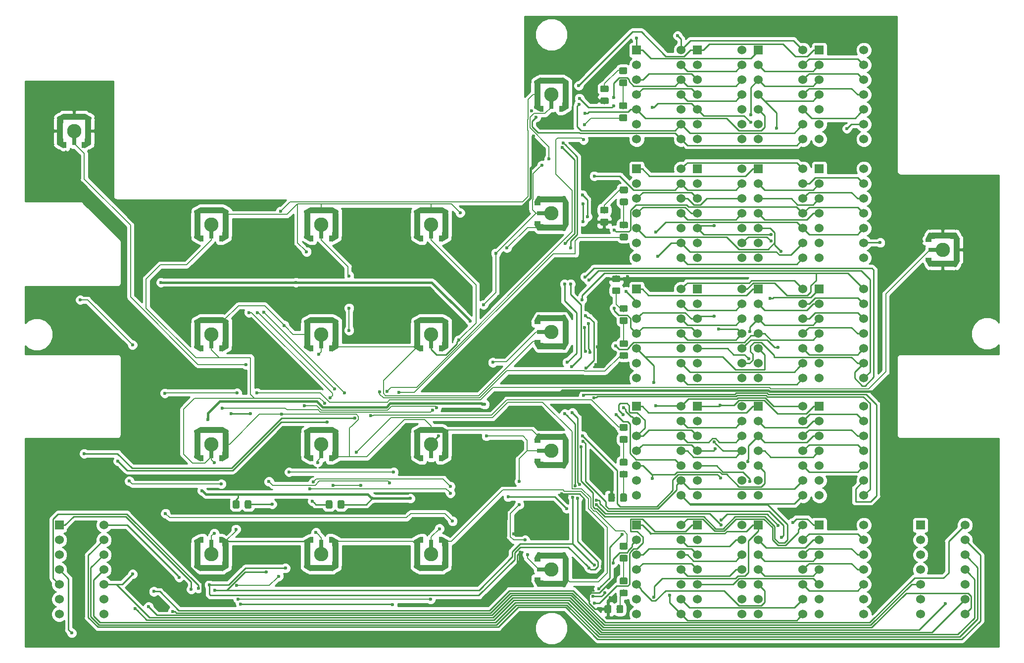
<source format=gtl>
G04 #@! TF.GenerationSoftware,KiCad,Pcbnew,(5.0.0)*
G04 #@! TF.CreationDate,2018-10-07T15:25:32-07:00*
G04 #@! TF.ProjectId,UFC,5546432E6B696361645F706362000000,A*
G04 #@! TF.SameCoordinates,Original*
G04 #@! TF.FileFunction,Copper,L1,Top,Signal*
G04 #@! TF.FilePolarity,Positive*
%FSLAX46Y46*%
G04 Gerber Fmt 4.6, Leading zero omitted, Abs format (unit mm)*
G04 Created by KiCad (PCBNEW (5.0.0)) date 10/07/18 15:25:32*
%MOMM*%
%LPD*%
G01*
G04 APERTURE LIST*
G04 #@! TA.AperFunction,ComponentPad*
%ADD10R,1.524000X1.524000*%
G04 #@! TD*
G04 #@! TA.AperFunction,ComponentPad*
%ADD11C,1.524000*%
G04 #@! TD*
G04 #@! TA.AperFunction,SMDPad,CuDef*
%ADD12C,0.867506*%
G04 #@! TD*
G04 #@! TA.AperFunction,Conductor*
%ADD13C,0.100000*%
G04 #@! TD*
G04 #@! TA.AperFunction,SMDPad,CuDef*
%ADD14R,0.608000X1.090000*%
G04 #@! TD*
G04 #@! TA.AperFunction,SMDPad,CuDef*
%ADD15R,1.090000X3.920000*%
G04 #@! TD*
G04 #@! TA.AperFunction,BGAPad,CuDef*
%ADD16C,2.450000*%
G04 #@! TD*
G04 #@! TA.AperFunction,SMDPad,CuDef*
%ADD17R,0.640000X2.450000*%
G04 #@! TD*
G04 #@! TA.AperFunction,SMDPad,CuDef*
%ADD18R,3.920000X1.090000*%
G04 #@! TD*
G04 #@! TA.AperFunction,SMDPad,CuDef*
%ADD19R,1.090000X0.608000*%
G04 #@! TD*
G04 #@! TA.AperFunction,SMDPad,CuDef*
%ADD20R,2.450000X0.640000*%
G04 #@! TD*
G04 #@! TA.AperFunction,SMDPad,CuDef*
%ADD21C,1.150000*%
G04 #@! TD*
G04 #@! TA.AperFunction,ViaPad*
%ADD22C,0.600000*%
G04 #@! TD*
G04 #@! TA.AperFunction,Conductor*
%ADD23C,0.228600*%
G04 #@! TD*
G04 #@! TA.AperFunction,Conductor*
%ADD24C,0.381000*%
G04 #@! TD*
G04 #@! TA.AperFunction,Conductor*
%ADD25C,0.177800*%
G04 #@! TD*
G04 #@! TA.AperFunction,Conductor*
%ADD26C,0.254000*%
G04 #@! TD*
G04 APERTURE END LIST*
D10*
G04 #@! TO.P,DIG0-0,1*
G04 #@! TO.N,/IC0-O15*
X168787000Y-45847000D03*
D11*
G04 #@! TO.P,DIG0-0,2*
G04 #@! TO.N,/IC0-O0*
X168787000Y-48387000D03*
G04 #@! TO.P,DIG0-0,3*
G04 #@! TO.N,/IC0-O2*
X168787000Y-50927000D03*
G04 #@! TO.P,DIG0-0,4*
G04 #@! TO.N,/IC0-O3*
X168787000Y-53467000D03*
G04 #@! TO.P,DIG0-0,5*
G04 #@! TO.N,/IC0-O14*
X168787000Y-56007000D03*
G04 #@! TO.P,DIG0-0,6*
G04 #@! TO.N,Net-(DIG0-0-Pad6)*
X168787000Y-58547000D03*
G04 #@! TO.P,DIG0-0,7*
G04 #@! TO.N,Net-(DIG0-0-Pad7)*
X168787000Y-61087000D03*
G04 #@! TO.P,DIG0-0,8*
G04 #@! TO.N,/IC0-O16*
X176407000Y-45847000D03*
G04 #@! TO.P,DIG0-0,9*
G04 #@! TO.N,/IC0-O6*
X176407000Y-48387000D03*
G04 #@! TO.P,DIG0-0,10*
G04 #@! TO.N,/IC0-O5*
X176407000Y-50927000D03*
G04 #@! TO.P,DIG0-0,11*
G04 #@! TO.N,/IC0-O4*
X176407000Y-53467000D03*
G04 #@! TO.P,DIG0-0,12*
G04 #@! TO.N,/IC0-O1*
X176407000Y-56007000D03*
G04 #@! TO.P,DIG0-0,13*
G04 #@! TO.N,/IC0-O18*
X176407000Y-58547000D03*
G04 #@! TO.P,DIG0-0,14*
G04 #@! TO.N,/IC0-O17*
X176407000Y-61087000D03*
G04 #@! TD*
D10*
G04 #@! TO.P,DIG0-1,1*
G04 #@! TO.N,/IC0-O20*
X179201000Y-45847000D03*
D11*
G04 #@! TO.P,DIG0-1,2*
G04 #@! TO.N,/IC0-O0*
X179201000Y-48387000D03*
G04 #@! TO.P,DIG0-1,3*
G04 #@! TO.N,/IC0-O2*
X179201000Y-50927000D03*
G04 #@! TO.P,DIG0-1,4*
G04 #@! TO.N,/IC0-O3*
X179201000Y-53467000D03*
G04 #@! TO.P,DIG0-1,5*
G04 #@! TO.N,/IC0-O19*
X179201000Y-56007000D03*
G04 #@! TO.P,DIG0-1,6*
G04 #@! TO.N,Net-(DIG0-1-Pad6)*
X179201000Y-58547000D03*
G04 #@! TO.P,DIG0-1,7*
G04 #@! TO.N,Net-(DIG0-1-Pad7)*
X179201000Y-61087000D03*
G04 #@! TO.P,DIG0-1,8*
G04 #@! TO.N,/IC0-O21*
X186821000Y-45847000D03*
G04 #@! TO.P,DIG0-1,9*
G04 #@! TO.N,/IC0-O6*
X186821000Y-48387000D03*
G04 #@! TO.P,DIG0-1,10*
G04 #@! TO.N,/IC0-O5*
X186821000Y-50927000D03*
G04 #@! TO.P,DIG0-1,11*
G04 #@! TO.N,/IC0-O4*
X186821000Y-53467000D03*
G04 #@! TO.P,DIG0-1,12*
G04 #@! TO.N,/IC0-O1*
X186821000Y-56007000D03*
G04 #@! TO.P,DIG0-1,13*
G04 #@! TO.N,/IC0-O23*
X186821000Y-58547000D03*
G04 #@! TO.P,DIG0-1,14*
G04 #@! TO.N,/IC0-O22*
X186821000Y-61087000D03*
G04 #@! TD*
D10*
G04 #@! TO.P,DIG0-2,1*
G04 #@! TO.N,/IC0-O15*
X189615000Y-45847000D03*
D11*
G04 #@! TO.P,DIG0-2,2*
G04 #@! TO.N,/IC0-O7*
X189615000Y-48387000D03*
G04 #@! TO.P,DIG0-2,3*
G04 #@! TO.N,/IC0-O9*
X189615000Y-50927000D03*
G04 #@! TO.P,DIG0-2,4*
G04 #@! TO.N,/IC0-O10*
X189615000Y-53467000D03*
G04 #@! TO.P,DIG0-2,5*
G04 #@! TO.N,/IC0-O14*
X189615000Y-56007000D03*
G04 #@! TO.P,DIG0-2,6*
G04 #@! TO.N,Net-(DIG0-2-Pad6)*
X189615000Y-58547000D03*
G04 #@! TO.P,DIG0-2,7*
G04 #@! TO.N,Net-(DIG0-2-Pad7)*
X189615000Y-61087000D03*
G04 #@! TO.P,DIG0-2,8*
G04 #@! TO.N,/IC0-O16*
X197235000Y-45847000D03*
G04 #@! TO.P,DIG0-2,9*
G04 #@! TO.N,/IC0-O13*
X197235000Y-48387000D03*
G04 #@! TO.P,DIG0-2,10*
G04 #@! TO.N,/IC0-O12*
X197235000Y-50927000D03*
G04 #@! TO.P,DIG0-2,11*
G04 #@! TO.N,/IC0-O11*
X197235000Y-53467000D03*
G04 #@! TO.P,DIG0-2,12*
G04 #@! TO.N,/IC0-O8*
X197235000Y-56007000D03*
G04 #@! TO.P,DIG0-2,13*
G04 #@! TO.N,/IC0-O18*
X197235000Y-58547000D03*
G04 #@! TO.P,DIG0-2,14*
G04 #@! TO.N,/IC0-O17*
X197235000Y-61087000D03*
G04 #@! TD*
D10*
G04 #@! TO.P,DIG0-3,1*
G04 #@! TO.N,/IC0-O20*
X200029000Y-45847000D03*
D11*
G04 #@! TO.P,DIG0-3,2*
G04 #@! TO.N,/IC0-O7*
X200029000Y-48387000D03*
G04 #@! TO.P,DIG0-3,3*
G04 #@! TO.N,/IC0-O9*
X200029000Y-50927000D03*
G04 #@! TO.P,DIG0-3,4*
G04 #@! TO.N,/IC0-O10*
X200029000Y-53467000D03*
G04 #@! TO.P,DIG0-3,5*
G04 #@! TO.N,/IC0-O19*
X200029000Y-56007000D03*
G04 #@! TO.P,DIG0-3,6*
G04 #@! TO.N,Net-(DIG0-3-Pad6)*
X200029000Y-58547000D03*
G04 #@! TO.P,DIG0-3,7*
G04 #@! TO.N,Net-(DIG0-3-Pad7)*
X200029000Y-61087000D03*
G04 #@! TO.P,DIG0-3,8*
G04 #@! TO.N,/IC0-O21*
X207649000Y-45847000D03*
G04 #@! TO.P,DIG0-3,9*
G04 #@! TO.N,/IC0-O13*
X207649000Y-48387000D03*
G04 #@! TO.P,DIG0-3,10*
G04 #@! TO.N,/IC0-O12*
X207649000Y-50927000D03*
G04 #@! TO.P,DIG0-3,11*
G04 #@! TO.N,/IC0-O11*
X207649000Y-53467000D03*
G04 #@! TO.P,DIG0-3,12*
G04 #@! TO.N,/IC0-O8*
X207649000Y-56007000D03*
G04 #@! TO.P,DIG0-3,13*
G04 #@! TO.N,/IC0-O23*
X207649000Y-58547000D03*
G04 #@! TO.P,DIG0-3,14*
G04 #@! TO.N,/IC0-O22*
X207649000Y-61087000D03*
G04 #@! TD*
D10*
G04 #@! TO.P,DIG1-0,1*
G04 #@! TO.N,/IC1-O15*
X168787000Y-66167000D03*
D11*
G04 #@! TO.P,DIG1-0,2*
G04 #@! TO.N,/IC1-O0*
X168787000Y-68707000D03*
G04 #@! TO.P,DIG1-0,3*
G04 #@! TO.N,/IC1-O2*
X168787000Y-71247000D03*
G04 #@! TO.P,DIG1-0,4*
G04 #@! TO.N,/IC1-O3*
X168787000Y-73787000D03*
G04 #@! TO.P,DIG1-0,5*
G04 #@! TO.N,/IC1-O14*
X168787000Y-76327000D03*
G04 #@! TO.P,DIG1-0,6*
G04 #@! TO.N,Net-(DIG1-0-Pad6)*
X168787000Y-78867000D03*
G04 #@! TO.P,DIG1-0,7*
G04 #@! TO.N,Net-(DIG1-0-Pad7)*
X168787000Y-81407000D03*
G04 #@! TO.P,DIG1-0,8*
G04 #@! TO.N,/IC1-O16*
X176407000Y-66167000D03*
G04 #@! TO.P,DIG1-0,9*
G04 #@! TO.N,/IC1-O6*
X176407000Y-68707000D03*
G04 #@! TO.P,DIG1-0,10*
G04 #@! TO.N,/IC1-O5*
X176407000Y-71247000D03*
G04 #@! TO.P,DIG1-0,11*
G04 #@! TO.N,/IC1-O4*
X176407000Y-73787000D03*
G04 #@! TO.P,DIG1-0,12*
G04 #@! TO.N,/IC1-O1*
X176407000Y-76327000D03*
G04 #@! TO.P,DIG1-0,13*
G04 #@! TO.N,/IC1-O18*
X176407000Y-78867000D03*
G04 #@! TO.P,DIG1-0,14*
G04 #@! TO.N,/IC1-O17*
X176407000Y-81407000D03*
G04 #@! TD*
D10*
G04 #@! TO.P,DIG1-1,1*
G04 #@! TO.N,/IC1-O20*
X179201000Y-66167000D03*
D11*
G04 #@! TO.P,DIG1-1,2*
G04 #@! TO.N,/IC1-O0*
X179201000Y-68707000D03*
G04 #@! TO.P,DIG1-1,3*
G04 #@! TO.N,/IC1-O2*
X179201000Y-71247000D03*
G04 #@! TO.P,DIG1-1,4*
G04 #@! TO.N,/IC1-O3*
X179201000Y-73787000D03*
G04 #@! TO.P,DIG1-1,5*
G04 #@! TO.N,/IC1-O19*
X179201000Y-76327000D03*
G04 #@! TO.P,DIG1-1,6*
G04 #@! TO.N,Net-(DIG1-1-Pad6)*
X179201000Y-78867000D03*
G04 #@! TO.P,DIG1-1,7*
G04 #@! TO.N,Net-(DIG1-1-Pad7)*
X179201000Y-81407000D03*
G04 #@! TO.P,DIG1-1,8*
G04 #@! TO.N,/IC1-O21*
X186821000Y-66167000D03*
G04 #@! TO.P,DIG1-1,9*
G04 #@! TO.N,/IC1-O6*
X186821000Y-68707000D03*
G04 #@! TO.P,DIG1-1,10*
G04 #@! TO.N,/IC1-O5*
X186821000Y-71247000D03*
G04 #@! TO.P,DIG1-1,11*
G04 #@! TO.N,/IC1-O4*
X186821000Y-73787000D03*
G04 #@! TO.P,DIG1-1,12*
G04 #@! TO.N,/IC1-O1*
X186821000Y-76327000D03*
G04 #@! TO.P,DIG1-1,13*
G04 #@! TO.N,/IC1-O23*
X186821000Y-78867000D03*
G04 #@! TO.P,DIG1-1,14*
G04 #@! TO.N,/IC1-O22*
X186821000Y-81407000D03*
G04 #@! TD*
D10*
G04 #@! TO.P,DIG1-2,1*
G04 #@! TO.N,/IC1-O15*
X189615000Y-66167000D03*
D11*
G04 #@! TO.P,DIG1-2,2*
G04 #@! TO.N,/IC1-O7*
X189615000Y-68707000D03*
G04 #@! TO.P,DIG1-2,3*
G04 #@! TO.N,/IC1-O9*
X189615000Y-71247000D03*
G04 #@! TO.P,DIG1-2,4*
G04 #@! TO.N,/IC1-O10*
X189615000Y-73787000D03*
G04 #@! TO.P,DIG1-2,5*
G04 #@! TO.N,/IC1-O14*
X189615000Y-76327000D03*
G04 #@! TO.P,DIG1-2,6*
G04 #@! TO.N,Net-(DIG1-2-Pad6)*
X189615000Y-78867000D03*
G04 #@! TO.P,DIG1-2,7*
G04 #@! TO.N,Net-(DIG1-2-Pad7)*
X189615000Y-81407000D03*
G04 #@! TO.P,DIG1-2,8*
G04 #@! TO.N,/IC1-O16*
X197235000Y-66167000D03*
G04 #@! TO.P,DIG1-2,9*
G04 #@! TO.N,/IC1-O13*
X197235000Y-68707000D03*
G04 #@! TO.P,DIG1-2,10*
G04 #@! TO.N,/IC1-O12*
X197235000Y-71247000D03*
G04 #@! TO.P,DIG1-2,11*
G04 #@! TO.N,/IC1-O11*
X197235000Y-73787000D03*
G04 #@! TO.P,DIG1-2,12*
G04 #@! TO.N,/IC1-O8*
X197235000Y-76327000D03*
G04 #@! TO.P,DIG1-2,13*
G04 #@! TO.N,/IC1-O18*
X197235000Y-78867000D03*
G04 #@! TO.P,DIG1-2,14*
G04 #@! TO.N,/IC1-O17*
X197235000Y-81407000D03*
G04 #@! TD*
D10*
G04 #@! TO.P,DIG1-3,1*
G04 #@! TO.N,/IC1-O20*
X200029000Y-66167000D03*
D11*
G04 #@! TO.P,DIG1-3,2*
G04 #@! TO.N,/IC1-O7*
X200029000Y-68707000D03*
G04 #@! TO.P,DIG1-3,3*
G04 #@! TO.N,/IC1-O9*
X200029000Y-71247000D03*
G04 #@! TO.P,DIG1-3,4*
G04 #@! TO.N,/IC1-O10*
X200029000Y-73787000D03*
G04 #@! TO.P,DIG1-3,5*
G04 #@! TO.N,/IC1-O19*
X200029000Y-76327000D03*
G04 #@! TO.P,DIG1-3,6*
G04 #@! TO.N,Net-(DIG1-3-Pad6)*
X200029000Y-78867000D03*
G04 #@! TO.P,DIG1-3,7*
G04 #@! TO.N,Net-(DIG1-3-Pad7)*
X200029000Y-81407000D03*
G04 #@! TO.P,DIG1-3,8*
G04 #@! TO.N,/IC1-O21*
X207649000Y-66167000D03*
G04 #@! TO.P,DIG1-3,9*
G04 #@! TO.N,/IC1-O13*
X207649000Y-68707000D03*
G04 #@! TO.P,DIG1-3,10*
G04 #@! TO.N,/IC1-O12*
X207649000Y-71247000D03*
G04 #@! TO.P,DIG1-3,11*
G04 #@! TO.N,/IC1-O11*
X207649000Y-73787000D03*
G04 #@! TO.P,DIG1-3,12*
G04 #@! TO.N,/IC1-O8*
X207649000Y-76327000D03*
G04 #@! TO.P,DIG1-3,13*
G04 #@! TO.N,/IC1-O23*
X207649000Y-78867000D03*
G04 #@! TO.P,DIG1-3,14*
G04 #@! TO.N,/IC1-O22*
X207649000Y-81407000D03*
G04 #@! TD*
D10*
G04 #@! TO.P,DIG2-0,1*
G04 #@! TO.N,/IC2-O15*
X168787000Y-86741000D03*
D11*
G04 #@! TO.P,DIG2-0,2*
G04 #@! TO.N,/IC2-O0*
X168787000Y-89281000D03*
G04 #@! TO.P,DIG2-0,3*
G04 #@! TO.N,/IC2-O2*
X168787000Y-91821000D03*
G04 #@! TO.P,DIG2-0,4*
G04 #@! TO.N,/IC2-O3*
X168787000Y-94361000D03*
G04 #@! TO.P,DIG2-0,5*
G04 #@! TO.N,/IC2-O14*
X168787000Y-96901000D03*
G04 #@! TO.P,DIG2-0,6*
G04 #@! TO.N,Net-(DIG2-0-Pad6)*
X168787000Y-99441000D03*
G04 #@! TO.P,DIG2-0,7*
G04 #@! TO.N,Net-(DIG2-0-Pad7)*
X168787000Y-101981000D03*
G04 #@! TO.P,DIG2-0,8*
G04 #@! TO.N,/IC2-O16*
X176407000Y-86741000D03*
G04 #@! TO.P,DIG2-0,9*
G04 #@! TO.N,/IC2-O6*
X176407000Y-89281000D03*
G04 #@! TO.P,DIG2-0,10*
G04 #@! TO.N,/IC2-O5*
X176407000Y-91821000D03*
G04 #@! TO.P,DIG2-0,11*
G04 #@! TO.N,/IC2-O4*
X176407000Y-94361000D03*
G04 #@! TO.P,DIG2-0,12*
G04 #@! TO.N,/IC2-O1*
X176407000Y-96901000D03*
G04 #@! TO.P,DIG2-0,13*
G04 #@! TO.N,/IC2-O18*
X176407000Y-99441000D03*
G04 #@! TO.P,DIG2-0,14*
G04 #@! TO.N,/IC2-O17*
X176407000Y-101981000D03*
G04 #@! TD*
D10*
G04 #@! TO.P,DIG2-1,1*
G04 #@! TO.N,/IC2-O20*
X179201000Y-86741000D03*
D11*
G04 #@! TO.P,DIG2-1,2*
G04 #@! TO.N,/IC2-O0*
X179201000Y-89281000D03*
G04 #@! TO.P,DIG2-1,3*
G04 #@! TO.N,/IC2-O2*
X179201000Y-91821000D03*
G04 #@! TO.P,DIG2-1,4*
G04 #@! TO.N,/IC2-O3*
X179201000Y-94361000D03*
G04 #@! TO.P,DIG2-1,5*
G04 #@! TO.N,/IC2-O19*
X179201000Y-96901000D03*
G04 #@! TO.P,DIG2-1,6*
G04 #@! TO.N,Net-(DIG2-1-Pad6)*
X179201000Y-99441000D03*
G04 #@! TO.P,DIG2-1,7*
G04 #@! TO.N,Net-(DIG2-1-Pad7)*
X179201000Y-101981000D03*
G04 #@! TO.P,DIG2-1,8*
G04 #@! TO.N,/IC2-O21*
X186821000Y-86741000D03*
G04 #@! TO.P,DIG2-1,9*
G04 #@! TO.N,/IC2-O6*
X186821000Y-89281000D03*
G04 #@! TO.P,DIG2-1,10*
G04 #@! TO.N,/IC2-O5*
X186821000Y-91821000D03*
G04 #@! TO.P,DIG2-1,11*
G04 #@! TO.N,/IC2-O4*
X186821000Y-94361000D03*
G04 #@! TO.P,DIG2-1,12*
G04 #@! TO.N,/IC2-O1*
X186821000Y-96901000D03*
G04 #@! TO.P,DIG2-1,13*
G04 #@! TO.N,/IC2-O23*
X186821000Y-99441000D03*
G04 #@! TO.P,DIG2-1,14*
G04 #@! TO.N,/IC2-O22*
X186821000Y-101981000D03*
G04 #@! TD*
D10*
G04 #@! TO.P,DIG2-2,1*
G04 #@! TO.N,/IC2-O15*
X189615000Y-86741000D03*
D11*
G04 #@! TO.P,DIG2-2,2*
G04 #@! TO.N,/IC2-O7*
X189615000Y-89281000D03*
G04 #@! TO.P,DIG2-2,3*
G04 #@! TO.N,/IC2-O9*
X189615000Y-91821000D03*
G04 #@! TO.P,DIG2-2,4*
G04 #@! TO.N,/IC2-O10*
X189615000Y-94361000D03*
G04 #@! TO.P,DIG2-2,5*
G04 #@! TO.N,/IC2-O14*
X189615000Y-96901000D03*
G04 #@! TO.P,DIG2-2,6*
G04 #@! TO.N,Net-(DIG2-2-Pad6)*
X189615000Y-99441000D03*
G04 #@! TO.P,DIG2-2,7*
G04 #@! TO.N,Net-(DIG2-2-Pad7)*
X189615000Y-101981000D03*
G04 #@! TO.P,DIG2-2,8*
G04 #@! TO.N,/IC2-O16*
X197235000Y-86741000D03*
G04 #@! TO.P,DIG2-2,9*
G04 #@! TO.N,/IC2-O13*
X197235000Y-89281000D03*
G04 #@! TO.P,DIG2-2,10*
G04 #@! TO.N,/IC2-O12*
X197235000Y-91821000D03*
G04 #@! TO.P,DIG2-2,11*
G04 #@! TO.N,/IC2-O11*
X197235000Y-94361000D03*
G04 #@! TO.P,DIG2-2,12*
G04 #@! TO.N,/IC2-O8*
X197235000Y-96901000D03*
G04 #@! TO.P,DIG2-2,13*
G04 #@! TO.N,/IC2-O18*
X197235000Y-99441000D03*
G04 #@! TO.P,DIG2-2,14*
G04 #@! TO.N,/IC2-O17*
X197235000Y-101981000D03*
G04 #@! TD*
D10*
G04 #@! TO.P,DIG2-3,1*
G04 #@! TO.N,/IC2-O20*
X200029000Y-86741000D03*
D11*
G04 #@! TO.P,DIG2-3,2*
G04 #@! TO.N,/IC2-O7*
X200029000Y-89281000D03*
G04 #@! TO.P,DIG2-3,3*
G04 #@! TO.N,/IC2-O9*
X200029000Y-91821000D03*
G04 #@! TO.P,DIG2-3,4*
G04 #@! TO.N,/IC2-O10*
X200029000Y-94361000D03*
G04 #@! TO.P,DIG2-3,5*
G04 #@! TO.N,/IC2-O19*
X200029000Y-96901000D03*
G04 #@! TO.P,DIG2-3,6*
G04 #@! TO.N,Net-(DIG2-3-Pad6)*
X200029000Y-99441000D03*
G04 #@! TO.P,DIG2-3,7*
G04 #@! TO.N,Net-(DIG2-3-Pad7)*
X200029000Y-101981000D03*
G04 #@! TO.P,DIG2-3,8*
G04 #@! TO.N,/IC2-O21*
X207649000Y-86741000D03*
G04 #@! TO.P,DIG2-3,9*
G04 #@! TO.N,/IC2-O13*
X207649000Y-89281000D03*
G04 #@! TO.P,DIG2-3,10*
G04 #@! TO.N,/IC2-O12*
X207649000Y-91821000D03*
G04 #@! TO.P,DIG2-3,11*
G04 #@! TO.N,/IC2-O11*
X207649000Y-94361000D03*
G04 #@! TO.P,DIG2-3,12*
G04 #@! TO.N,/IC2-O8*
X207649000Y-96901000D03*
G04 #@! TO.P,DIG2-3,13*
G04 #@! TO.N,/IC2-O23*
X207649000Y-99441000D03*
G04 #@! TO.P,DIG2-3,14*
G04 #@! TO.N,/IC2-O22*
X207649000Y-101981000D03*
G04 #@! TD*
D10*
G04 #@! TO.P,DIG3-0,1*
G04 #@! TO.N,/IC3-O15*
X168787000Y-106807000D03*
D11*
G04 #@! TO.P,DIG3-0,2*
G04 #@! TO.N,/IC3-O0*
X168787000Y-109347000D03*
G04 #@! TO.P,DIG3-0,3*
G04 #@! TO.N,/IC3-O2*
X168787000Y-111887000D03*
G04 #@! TO.P,DIG3-0,4*
G04 #@! TO.N,/IC3-O3*
X168787000Y-114427000D03*
G04 #@! TO.P,DIG3-0,5*
G04 #@! TO.N,/IC3-O14*
X168787000Y-116967000D03*
G04 #@! TO.P,DIG3-0,6*
G04 #@! TO.N,Net-(DIG3-0-Pad6)*
X168787000Y-119507000D03*
G04 #@! TO.P,DIG3-0,7*
G04 #@! TO.N,Net-(DIG3-0-Pad7)*
X168787000Y-122047000D03*
G04 #@! TO.P,DIG3-0,8*
G04 #@! TO.N,/IC3-O16*
X176407000Y-106807000D03*
G04 #@! TO.P,DIG3-0,9*
G04 #@! TO.N,/IC3-O6*
X176407000Y-109347000D03*
G04 #@! TO.P,DIG3-0,10*
G04 #@! TO.N,/IC3-O5*
X176407000Y-111887000D03*
G04 #@! TO.P,DIG3-0,11*
G04 #@! TO.N,/IC3-O4*
X176407000Y-114427000D03*
G04 #@! TO.P,DIG3-0,12*
G04 #@! TO.N,/IC3-O1*
X176407000Y-116967000D03*
G04 #@! TO.P,DIG3-0,13*
G04 #@! TO.N,/IC3-O18*
X176407000Y-119507000D03*
G04 #@! TO.P,DIG3-0,14*
G04 #@! TO.N,/IC3-O17*
X176407000Y-122047000D03*
G04 #@! TD*
D10*
G04 #@! TO.P,DIG3-1,1*
G04 #@! TO.N,/IC3-O20*
X179201000Y-106807000D03*
D11*
G04 #@! TO.P,DIG3-1,2*
G04 #@! TO.N,/IC3-O0*
X179201000Y-109347000D03*
G04 #@! TO.P,DIG3-1,3*
G04 #@! TO.N,/IC3-O2*
X179201000Y-111887000D03*
G04 #@! TO.P,DIG3-1,4*
G04 #@! TO.N,/IC3-O3*
X179201000Y-114427000D03*
G04 #@! TO.P,DIG3-1,5*
G04 #@! TO.N,/IC3-O19*
X179201000Y-116967000D03*
G04 #@! TO.P,DIG3-1,6*
G04 #@! TO.N,Net-(DIG3-1-Pad6)*
X179201000Y-119507000D03*
G04 #@! TO.P,DIG3-1,7*
G04 #@! TO.N,Net-(DIG3-1-Pad7)*
X179201000Y-122047000D03*
G04 #@! TO.P,DIG3-1,8*
G04 #@! TO.N,/IC3-O21*
X186821000Y-106807000D03*
G04 #@! TO.P,DIG3-1,9*
G04 #@! TO.N,/IC3-O6*
X186821000Y-109347000D03*
G04 #@! TO.P,DIG3-1,10*
G04 #@! TO.N,/IC3-O5*
X186821000Y-111887000D03*
G04 #@! TO.P,DIG3-1,11*
G04 #@! TO.N,/IC3-O4*
X186821000Y-114427000D03*
G04 #@! TO.P,DIG3-1,12*
G04 #@! TO.N,/IC3-O1*
X186821000Y-116967000D03*
G04 #@! TO.P,DIG3-1,13*
G04 #@! TO.N,/IC3-O23*
X186821000Y-119507000D03*
G04 #@! TO.P,DIG3-1,14*
G04 #@! TO.N,/IC3-O22*
X186821000Y-122047000D03*
G04 #@! TD*
D10*
G04 #@! TO.P,DIG3-2,1*
G04 #@! TO.N,/IC3-O15*
X189615000Y-106807000D03*
D11*
G04 #@! TO.P,DIG3-2,2*
G04 #@! TO.N,/IC3-O7*
X189615000Y-109347000D03*
G04 #@! TO.P,DIG3-2,3*
G04 #@! TO.N,/IC3-O9*
X189615000Y-111887000D03*
G04 #@! TO.P,DIG3-2,4*
G04 #@! TO.N,/IC3-O10*
X189615000Y-114427000D03*
G04 #@! TO.P,DIG3-2,5*
G04 #@! TO.N,/IC3-O14*
X189615000Y-116967000D03*
G04 #@! TO.P,DIG3-2,6*
G04 #@! TO.N,Net-(DIG3-2-Pad6)*
X189615000Y-119507000D03*
G04 #@! TO.P,DIG3-2,7*
G04 #@! TO.N,Net-(DIG3-2-Pad7)*
X189615000Y-122047000D03*
G04 #@! TO.P,DIG3-2,8*
G04 #@! TO.N,/IC3-O16*
X197235000Y-106807000D03*
G04 #@! TO.P,DIG3-2,9*
G04 #@! TO.N,/IC3-O13*
X197235000Y-109347000D03*
G04 #@! TO.P,DIG3-2,10*
G04 #@! TO.N,/IC3-O12*
X197235000Y-111887000D03*
G04 #@! TO.P,DIG3-2,11*
G04 #@! TO.N,/IC3-O11*
X197235000Y-114427000D03*
G04 #@! TO.P,DIG3-2,12*
G04 #@! TO.N,/IC3-O8*
X197235000Y-116967000D03*
G04 #@! TO.P,DIG3-2,13*
G04 #@! TO.N,/IC3-O18*
X197235000Y-119507000D03*
G04 #@! TO.P,DIG3-2,14*
G04 #@! TO.N,/IC3-O17*
X197235000Y-122047000D03*
G04 #@! TD*
D10*
G04 #@! TO.P,DIG3-3,1*
G04 #@! TO.N,/IC3-O20*
X200029000Y-106807000D03*
D11*
G04 #@! TO.P,DIG3-3,2*
G04 #@! TO.N,/IC3-O7*
X200029000Y-109347000D03*
G04 #@! TO.P,DIG3-3,3*
G04 #@! TO.N,/IC3-O9*
X200029000Y-111887000D03*
G04 #@! TO.P,DIG3-3,4*
G04 #@! TO.N,/IC3-O10*
X200029000Y-114427000D03*
G04 #@! TO.P,DIG3-3,5*
G04 #@! TO.N,/IC3-O19*
X200029000Y-116967000D03*
G04 #@! TO.P,DIG3-3,6*
G04 #@! TO.N,Net-(DIG3-3-Pad6)*
X200029000Y-119507000D03*
G04 #@! TO.P,DIG3-3,7*
G04 #@! TO.N,Net-(DIG3-3-Pad7)*
X200029000Y-122047000D03*
G04 #@! TO.P,DIG3-3,8*
G04 #@! TO.N,/IC3-O21*
X207649000Y-106807000D03*
G04 #@! TO.P,DIG3-3,9*
G04 #@! TO.N,/IC3-O13*
X207649000Y-109347000D03*
G04 #@! TO.P,DIG3-3,10*
G04 #@! TO.N,/IC3-O12*
X207649000Y-111887000D03*
G04 #@! TO.P,DIG3-3,11*
G04 #@! TO.N,/IC3-O11*
X207649000Y-114427000D03*
G04 #@! TO.P,DIG3-3,12*
G04 #@! TO.N,/IC3-O8*
X207649000Y-116967000D03*
G04 #@! TO.P,DIG3-3,13*
G04 #@! TO.N,/IC3-O23*
X207649000Y-119507000D03*
G04 #@! TO.P,DIG3-3,14*
G04 #@! TO.N,/IC3-O22*
X207649000Y-122047000D03*
G04 #@! TD*
D10*
G04 #@! TO.P,DIG4-0,1*
G04 #@! TO.N,/IC4-O15*
X168787000Y-127127000D03*
D11*
G04 #@! TO.P,DIG4-0,2*
G04 #@! TO.N,/IC4-O0*
X168787000Y-129667000D03*
G04 #@! TO.P,DIG4-0,3*
G04 #@! TO.N,/IC4-O2*
X168787000Y-132207000D03*
G04 #@! TO.P,DIG4-0,4*
G04 #@! TO.N,/IC4-O3*
X168787000Y-134747000D03*
G04 #@! TO.P,DIG4-0,5*
G04 #@! TO.N,/IC4-O14*
X168787000Y-137287000D03*
G04 #@! TO.P,DIG4-0,6*
G04 #@! TO.N,Net-(DIG4-0-Pad6)*
X168787000Y-139827000D03*
G04 #@! TO.P,DIG4-0,7*
G04 #@! TO.N,Net-(DIG4-0-Pad7)*
X168787000Y-142367000D03*
G04 #@! TO.P,DIG4-0,8*
G04 #@! TO.N,/IC4-O16*
X176407000Y-127127000D03*
G04 #@! TO.P,DIG4-0,9*
G04 #@! TO.N,/IC4-O6*
X176407000Y-129667000D03*
G04 #@! TO.P,DIG4-0,10*
G04 #@! TO.N,/IC4-O5*
X176407000Y-132207000D03*
G04 #@! TO.P,DIG4-0,11*
G04 #@! TO.N,/IC4-O4*
X176407000Y-134747000D03*
G04 #@! TO.P,DIG4-0,12*
G04 #@! TO.N,/IC4-O1*
X176407000Y-137287000D03*
G04 #@! TO.P,DIG4-0,13*
G04 #@! TO.N,/IC4-O18*
X176407000Y-139827000D03*
G04 #@! TO.P,DIG4-0,14*
G04 #@! TO.N,/IC4-O17*
X176407000Y-142367000D03*
G04 #@! TD*
D10*
G04 #@! TO.P,DIG4-1,1*
G04 #@! TO.N,/IC4-O20*
X179201000Y-127127000D03*
D11*
G04 #@! TO.P,DIG4-1,2*
G04 #@! TO.N,/IC4-O0*
X179201000Y-129667000D03*
G04 #@! TO.P,DIG4-1,3*
G04 #@! TO.N,/IC4-O2*
X179201000Y-132207000D03*
G04 #@! TO.P,DIG4-1,4*
G04 #@! TO.N,/IC4-O3*
X179201000Y-134747000D03*
G04 #@! TO.P,DIG4-1,5*
G04 #@! TO.N,/IC4-O19*
X179201000Y-137287000D03*
G04 #@! TO.P,DIG4-1,6*
G04 #@! TO.N,Net-(DIG4-1-Pad6)*
X179201000Y-139827000D03*
G04 #@! TO.P,DIG4-1,7*
G04 #@! TO.N,Net-(DIG4-1-Pad7)*
X179201000Y-142367000D03*
G04 #@! TO.P,DIG4-1,8*
G04 #@! TO.N,/IC4-O21*
X186821000Y-127127000D03*
G04 #@! TO.P,DIG4-1,9*
G04 #@! TO.N,/IC4-O6*
X186821000Y-129667000D03*
G04 #@! TO.P,DIG4-1,10*
G04 #@! TO.N,/IC4-O5*
X186821000Y-132207000D03*
G04 #@! TO.P,DIG4-1,11*
G04 #@! TO.N,/IC4-O4*
X186821000Y-134747000D03*
G04 #@! TO.P,DIG4-1,12*
G04 #@! TO.N,/IC4-O1*
X186821000Y-137287000D03*
G04 #@! TO.P,DIG4-1,13*
G04 #@! TO.N,/IC4-O23*
X186821000Y-139827000D03*
G04 #@! TO.P,DIG4-1,14*
G04 #@! TO.N,/IC4-O22*
X186821000Y-142367000D03*
G04 #@! TD*
D10*
G04 #@! TO.P,DIG4-2,1*
G04 #@! TO.N,/IC4-O15*
X189615000Y-127127000D03*
D11*
G04 #@! TO.P,DIG4-2,2*
G04 #@! TO.N,/IC4-O7*
X189615000Y-129667000D03*
G04 #@! TO.P,DIG4-2,3*
G04 #@! TO.N,/IC4-O9*
X189615000Y-132207000D03*
G04 #@! TO.P,DIG4-2,4*
G04 #@! TO.N,/IC4-O10*
X189615000Y-134747000D03*
G04 #@! TO.P,DIG4-2,5*
G04 #@! TO.N,/IC4-O14*
X189615000Y-137287000D03*
G04 #@! TO.P,DIG4-2,6*
G04 #@! TO.N,Net-(DIG4-2-Pad6)*
X189615000Y-139827000D03*
G04 #@! TO.P,DIG4-2,7*
G04 #@! TO.N,Net-(DIG4-2-Pad7)*
X189615000Y-142367000D03*
G04 #@! TO.P,DIG4-2,8*
G04 #@! TO.N,/IC4-O16*
X197235000Y-127127000D03*
G04 #@! TO.P,DIG4-2,9*
G04 #@! TO.N,/IC4-O13*
X197235000Y-129667000D03*
G04 #@! TO.P,DIG4-2,10*
G04 #@! TO.N,/IC4-O12*
X197235000Y-132207000D03*
G04 #@! TO.P,DIG4-2,11*
G04 #@! TO.N,/IC4-O11*
X197235000Y-134747000D03*
G04 #@! TO.P,DIG4-2,12*
G04 #@! TO.N,/IC4-O8*
X197235000Y-137287000D03*
G04 #@! TO.P,DIG4-2,13*
G04 #@! TO.N,/IC4-O18*
X197235000Y-139827000D03*
G04 #@! TO.P,DIG4-2,14*
G04 #@! TO.N,/IC4-O17*
X197235000Y-142367000D03*
G04 #@! TD*
D10*
G04 #@! TO.P,DIG4-3,1*
G04 #@! TO.N,/IC4-O20*
X200029000Y-127127000D03*
D11*
G04 #@! TO.P,DIG4-3,2*
G04 #@! TO.N,/IC4-O7*
X200029000Y-129667000D03*
G04 #@! TO.P,DIG4-3,3*
G04 #@! TO.N,/IC4-O9*
X200029000Y-132207000D03*
G04 #@! TO.P,DIG4-3,4*
G04 #@! TO.N,/IC4-O10*
X200029000Y-134747000D03*
G04 #@! TO.P,DIG4-3,5*
G04 #@! TO.N,/IC4-O19*
X200029000Y-137287000D03*
G04 #@! TO.P,DIG4-3,6*
G04 #@! TO.N,Net-(DIG4-3-Pad6)*
X200029000Y-139827000D03*
G04 #@! TO.P,DIG4-3,7*
G04 #@! TO.N,Net-(DIG4-3-Pad7)*
X200029000Y-142367000D03*
G04 #@! TO.P,DIG4-3,8*
G04 #@! TO.N,/IC4-O21*
X207649000Y-127127000D03*
G04 #@! TO.P,DIG4-3,9*
G04 #@! TO.N,/IC4-O13*
X207649000Y-129667000D03*
G04 #@! TO.P,DIG4-3,10*
G04 #@! TO.N,/IC4-O12*
X207649000Y-132207000D03*
G04 #@! TO.P,DIG4-3,11*
G04 #@! TO.N,/IC4-O11*
X207649000Y-134747000D03*
G04 #@! TO.P,DIG4-3,12*
G04 #@! TO.N,/IC4-O8*
X207649000Y-137287000D03*
G04 #@! TO.P,DIG4-3,13*
G04 #@! TO.N,/IC4-O23*
X207649000Y-139827000D03*
G04 #@! TO.P,DIG4-3,14*
G04 #@! TO.N,/IC4-O22*
X207649000Y-142367000D03*
G04 #@! TD*
D10*
G04 #@! TO.P,DIG5-0,1*
G04 #@! TO.N,/IC5-O15*
X70009000Y-127127000D03*
D11*
G04 #@! TO.P,DIG5-0,2*
G04 #@! TO.N,/IC5-O0*
X70009000Y-129667000D03*
G04 #@! TO.P,DIG5-0,3*
G04 #@! TO.N,/IC5-O2*
X70009000Y-132207000D03*
G04 #@! TO.P,DIG5-0,4*
G04 #@! TO.N,/IC5-O3*
X70009000Y-134747000D03*
G04 #@! TO.P,DIG5-0,5*
G04 #@! TO.N,/IC5-O14*
X70009000Y-137287000D03*
G04 #@! TO.P,DIG5-0,6*
G04 #@! TO.N,Net-(DIG5-0-Pad6)*
X70009000Y-139827000D03*
G04 #@! TO.P,DIG5-0,7*
G04 #@! TO.N,Net-(DIG5-0-Pad7)*
X70009000Y-142367000D03*
G04 #@! TO.P,DIG5-0,8*
G04 #@! TO.N,/IC5-O16*
X77629000Y-127127000D03*
G04 #@! TO.P,DIG5-0,9*
G04 #@! TO.N,/IC5-O6*
X77629000Y-129667000D03*
G04 #@! TO.P,DIG5-0,10*
G04 #@! TO.N,/IC5-O5*
X77629000Y-132207000D03*
G04 #@! TO.P,DIG5-0,11*
G04 #@! TO.N,/IC5-O4*
X77629000Y-134747000D03*
G04 #@! TO.P,DIG5-0,12*
G04 #@! TO.N,/IC5-O1*
X77629000Y-137287000D03*
G04 #@! TO.P,DIG5-0,13*
G04 #@! TO.N,/IC5-O18*
X77629000Y-139827000D03*
G04 #@! TO.P,DIG5-0,14*
G04 #@! TO.N,/IC5-O17*
X77629000Y-142367000D03*
G04 #@! TD*
D10*
G04 #@! TO.P,DIG5-1,1*
G04 #@! TO.N,/IC5-O20*
X217329000Y-127127000D03*
D11*
G04 #@! TO.P,DIG5-1,2*
G04 #@! TO.N,/IC5-O0*
X217329000Y-129667000D03*
G04 #@! TO.P,DIG5-1,3*
G04 #@! TO.N,/IC5-O2*
X217329000Y-132207000D03*
G04 #@! TO.P,DIG5-1,4*
G04 #@! TO.N,/IC5-O3*
X217329000Y-134747000D03*
G04 #@! TO.P,DIG5-1,5*
G04 #@! TO.N,/IC5-O19*
X217329000Y-137287000D03*
G04 #@! TO.P,DIG5-1,6*
G04 #@! TO.N,Net-(DIG5-1-Pad6)*
X217329000Y-139827000D03*
G04 #@! TO.P,DIG5-1,7*
G04 #@! TO.N,Net-(DIG5-1-Pad7)*
X217329000Y-142367000D03*
G04 #@! TO.P,DIG5-1,8*
G04 #@! TO.N,/IC5-O21*
X224949000Y-127127000D03*
G04 #@! TO.P,DIG5-1,9*
G04 #@! TO.N,/IC5-O6*
X224949000Y-129667000D03*
G04 #@! TO.P,DIG5-1,10*
G04 #@! TO.N,/IC5-O5*
X224949000Y-132207000D03*
G04 #@! TO.P,DIG5-1,11*
G04 #@! TO.N,/IC5-O4*
X224949000Y-134747000D03*
G04 #@! TO.P,DIG5-1,12*
G04 #@! TO.N,/IC5-O1*
X224949000Y-137287000D03*
G04 #@! TO.P,DIG5-1,13*
G04 #@! TO.N,/IC5-O23*
X224949000Y-139827000D03*
G04 #@! TO.P,DIG5-1,14*
G04 #@! TO.N,/IC5-O22*
X224949000Y-142367000D03*
G04 #@! TD*
D12*
G04 #@! TO.P,SW1,2*
G04 #@! TO.N,/41*
X93644000Y-77842000D03*
D13*
G04 #@! TD*
G04 #@! TO.N,/41*
G04 #@! TO.C,SW1*
G36*
X94189000Y-78654500D02*
X93099000Y-78029500D01*
X93099000Y-77654500D01*
X94189000Y-77029500D01*
X94189000Y-78654500D01*
X94189000Y-78654500D01*
G37*
D12*
G04 #@! TO.P,SW1,2*
G04 #@! TO.N,/41*
X93644000Y-73542000D03*
D13*
G04 #@! TD*
G04 #@! TO.N,/41*
G04 #@! TO.C,SW1*
G36*
X94189000Y-74354500D02*
X93099000Y-73729500D01*
X93099000Y-73354500D01*
X94189000Y-72729500D01*
X94189000Y-74354500D01*
X94189000Y-74354500D01*
G37*
D12*
G04 #@! TO.P,SW1,2*
G04 #@! TO.N,/41*
X98444000Y-77842000D03*
D13*
G04 #@! TD*
G04 #@! TO.N,/41*
G04 #@! TO.C,SW1*
G36*
X97899000Y-77029500D02*
X98989000Y-77654500D01*
X98989000Y-78029500D01*
X97899000Y-78654500D01*
X97899000Y-77029500D01*
X97899000Y-77029500D01*
G37*
D14*
G04 #@! TO.P,SW1,2*
G04 #@! TO.N,/41*
X94444000Y-78092000D03*
D15*
X98459000Y-75692000D03*
D16*
G04 #@! TO.P,SW1,1*
G04 #@! TO.N,/37*
X96044000Y-75692000D03*
D17*
X96044000Y-76942000D03*
D15*
G04 #@! TO.P,SW1,2*
G04 #@! TO.N,/41*
X93629000Y-75692000D03*
D18*
X96044000Y-73277000D03*
D14*
X97644000Y-78092000D03*
D12*
X98494000Y-73542000D03*
D13*
G04 #@! TD*
G04 #@! TO.N,/41*
G04 #@! TO.C,SW1*
G36*
X97949000Y-72729500D02*
X99039000Y-73354500D01*
X99039000Y-73729500D01*
X97949000Y-74354500D01*
X97949000Y-72729500D01*
X97949000Y-72729500D01*
G37*
D12*
G04 #@! TO.P,SW2,2*
G04 #@! TO.N,/42*
X93644000Y-96638000D03*
D13*
G04 #@! TD*
G04 #@! TO.N,/42*
G04 #@! TO.C,SW2*
G36*
X94189000Y-97450500D02*
X93099000Y-96825500D01*
X93099000Y-96450500D01*
X94189000Y-95825500D01*
X94189000Y-97450500D01*
X94189000Y-97450500D01*
G37*
D12*
G04 #@! TO.P,SW2,2*
G04 #@! TO.N,/42*
X93644000Y-92338000D03*
D13*
G04 #@! TD*
G04 #@! TO.N,/42*
G04 #@! TO.C,SW2*
G36*
X94189000Y-93150500D02*
X93099000Y-92525500D01*
X93099000Y-92150500D01*
X94189000Y-91525500D01*
X94189000Y-93150500D01*
X94189000Y-93150500D01*
G37*
D12*
G04 #@! TO.P,SW2,2*
G04 #@! TO.N,/42*
X98444000Y-96638000D03*
D13*
G04 #@! TD*
G04 #@! TO.N,/42*
G04 #@! TO.C,SW2*
G36*
X97899000Y-95825500D02*
X98989000Y-96450500D01*
X98989000Y-96825500D01*
X97899000Y-97450500D01*
X97899000Y-95825500D01*
X97899000Y-95825500D01*
G37*
D14*
G04 #@! TO.P,SW2,2*
G04 #@! TO.N,/42*
X94444000Y-96888000D03*
D15*
X98459000Y-94488000D03*
D16*
G04 #@! TO.P,SW2,1*
G04 #@! TO.N,/37*
X96044000Y-94488000D03*
D17*
X96044000Y-95738000D03*
D15*
G04 #@! TO.P,SW2,2*
G04 #@! TO.N,/42*
X93629000Y-94488000D03*
D18*
X96044000Y-92073000D03*
D14*
X97644000Y-96888000D03*
D12*
X98494000Y-92338000D03*
D13*
G04 #@! TD*
G04 #@! TO.N,/42*
G04 #@! TO.C,SW2*
G36*
X97949000Y-91525500D02*
X99039000Y-92150500D01*
X99039000Y-92525500D01*
X97949000Y-93150500D01*
X97949000Y-91525500D01*
X97949000Y-91525500D01*
G37*
D12*
G04 #@! TO.P,SW3,2*
G04 #@! TO.N,/43*
X93644000Y-115434000D03*
D13*
G04 #@! TD*
G04 #@! TO.N,/43*
G04 #@! TO.C,SW3*
G36*
X94189000Y-116246500D02*
X93099000Y-115621500D01*
X93099000Y-115246500D01*
X94189000Y-114621500D01*
X94189000Y-116246500D01*
X94189000Y-116246500D01*
G37*
D12*
G04 #@! TO.P,SW3,2*
G04 #@! TO.N,/43*
X93644000Y-111134000D03*
D13*
G04 #@! TD*
G04 #@! TO.N,/43*
G04 #@! TO.C,SW3*
G36*
X94189000Y-111946500D02*
X93099000Y-111321500D01*
X93099000Y-110946500D01*
X94189000Y-110321500D01*
X94189000Y-111946500D01*
X94189000Y-111946500D01*
G37*
D12*
G04 #@! TO.P,SW3,2*
G04 #@! TO.N,/43*
X98444000Y-115434000D03*
D13*
G04 #@! TD*
G04 #@! TO.N,/43*
G04 #@! TO.C,SW3*
G36*
X97899000Y-114621500D02*
X98989000Y-115246500D01*
X98989000Y-115621500D01*
X97899000Y-116246500D01*
X97899000Y-114621500D01*
X97899000Y-114621500D01*
G37*
D14*
G04 #@! TO.P,SW3,2*
G04 #@! TO.N,/43*
X94444000Y-115684000D03*
D15*
X98459000Y-113284000D03*
D16*
G04 #@! TO.P,SW3,1*
G04 #@! TO.N,/37*
X96044000Y-113284000D03*
D17*
X96044000Y-114534000D03*
D15*
G04 #@! TO.P,SW3,2*
G04 #@! TO.N,/43*
X93629000Y-113284000D03*
D18*
X96044000Y-110869000D03*
D14*
X97644000Y-115684000D03*
D12*
X98494000Y-111134000D03*
D13*
G04 #@! TD*
G04 #@! TO.N,/43*
G04 #@! TO.C,SW3*
G36*
X97949000Y-110321500D02*
X99039000Y-110946500D01*
X99039000Y-111321500D01*
X97949000Y-111946500D01*
X97949000Y-110321500D01*
X97949000Y-110321500D01*
G37*
D12*
G04 #@! TO.P,SW4,2*
G04 #@! TO.N,/44*
X98444000Y-129930000D03*
D13*
G04 #@! TD*
G04 #@! TO.N,/44*
G04 #@! TO.C,SW4*
G36*
X97899000Y-129117500D02*
X98989000Y-129742500D01*
X98989000Y-130117500D01*
X97899000Y-130742500D01*
X97899000Y-129117500D01*
X97899000Y-129117500D01*
G37*
D12*
G04 #@! TO.P,SW4,2*
G04 #@! TO.N,/44*
X98444000Y-134230000D03*
D13*
G04 #@! TD*
G04 #@! TO.N,/44*
G04 #@! TO.C,SW4*
G36*
X97899000Y-133417500D02*
X98989000Y-134042500D01*
X98989000Y-134417500D01*
X97899000Y-135042500D01*
X97899000Y-133417500D01*
X97899000Y-133417500D01*
G37*
D12*
G04 #@! TO.P,SW4,2*
G04 #@! TO.N,/44*
X93644000Y-129930000D03*
D13*
G04 #@! TD*
G04 #@! TO.N,/44*
G04 #@! TO.C,SW4*
G36*
X94189000Y-130742500D02*
X93099000Y-130117500D01*
X93099000Y-129742500D01*
X94189000Y-129117500D01*
X94189000Y-130742500D01*
X94189000Y-130742500D01*
G37*
D14*
G04 #@! TO.P,SW4,2*
G04 #@! TO.N,/44*
X97644000Y-129680000D03*
D15*
X93629000Y-132080000D03*
D16*
G04 #@! TO.P,SW4,1*
G04 #@! TO.N,/37*
X96044000Y-132080000D03*
D17*
X96044000Y-130830000D03*
D15*
G04 #@! TO.P,SW4,2*
G04 #@! TO.N,/44*
X98459000Y-132080000D03*
D18*
X96044000Y-134495000D03*
D14*
X94444000Y-129680000D03*
D12*
X93594000Y-134230000D03*
D13*
G04 #@! TD*
G04 #@! TO.N,/44*
G04 #@! TO.C,SW4*
G36*
X94139000Y-135042500D02*
X93049000Y-134417500D01*
X93049000Y-134042500D01*
X94139000Y-133417500D01*
X94139000Y-135042500D01*
X94139000Y-135042500D01*
G37*
D12*
G04 #@! TO.P,SW5,2*
G04 #@! TO.N,/41*
X112440000Y-77842000D03*
D13*
G04 #@! TD*
G04 #@! TO.N,/41*
G04 #@! TO.C,SW5*
G36*
X112985000Y-78654500D02*
X111895000Y-78029500D01*
X111895000Y-77654500D01*
X112985000Y-77029500D01*
X112985000Y-78654500D01*
X112985000Y-78654500D01*
G37*
D12*
G04 #@! TO.P,SW5,2*
G04 #@! TO.N,/41*
X112440000Y-73542000D03*
D13*
G04 #@! TD*
G04 #@! TO.N,/41*
G04 #@! TO.C,SW5*
G36*
X112985000Y-74354500D02*
X111895000Y-73729500D01*
X111895000Y-73354500D01*
X112985000Y-72729500D01*
X112985000Y-74354500D01*
X112985000Y-74354500D01*
G37*
D12*
G04 #@! TO.P,SW5,2*
G04 #@! TO.N,/41*
X117240000Y-77842000D03*
D13*
G04 #@! TD*
G04 #@! TO.N,/41*
G04 #@! TO.C,SW5*
G36*
X116695000Y-77029500D02*
X117785000Y-77654500D01*
X117785000Y-78029500D01*
X116695000Y-78654500D01*
X116695000Y-77029500D01*
X116695000Y-77029500D01*
G37*
D14*
G04 #@! TO.P,SW5,2*
G04 #@! TO.N,/41*
X113240000Y-78092000D03*
D15*
X117255000Y-75692000D03*
D16*
G04 #@! TO.P,SW5,1*
G04 #@! TO.N,/38*
X114840000Y-75692000D03*
D17*
X114840000Y-76942000D03*
D15*
G04 #@! TO.P,SW5,2*
G04 #@! TO.N,/41*
X112425000Y-75692000D03*
D18*
X114840000Y-73277000D03*
D14*
X116440000Y-78092000D03*
D12*
X117290000Y-73542000D03*
D13*
G04 #@! TD*
G04 #@! TO.N,/41*
G04 #@! TO.C,SW5*
G36*
X116745000Y-72729500D02*
X117835000Y-73354500D01*
X117835000Y-73729500D01*
X116745000Y-74354500D01*
X116745000Y-72729500D01*
X116745000Y-72729500D01*
G37*
D12*
G04 #@! TO.P,SW6,2*
G04 #@! TO.N,/42*
X112440000Y-96638000D03*
D13*
G04 #@! TD*
G04 #@! TO.N,/42*
G04 #@! TO.C,SW6*
G36*
X112985000Y-97450500D02*
X111895000Y-96825500D01*
X111895000Y-96450500D01*
X112985000Y-95825500D01*
X112985000Y-97450500D01*
X112985000Y-97450500D01*
G37*
D12*
G04 #@! TO.P,SW6,2*
G04 #@! TO.N,/42*
X112440000Y-92338000D03*
D13*
G04 #@! TD*
G04 #@! TO.N,/42*
G04 #@! TO.C,SW6*
G36*
X112985000Y-93150500D02*
X111895000Y-92525500D01*
X111895000Y-92150500D01*
X112985000Y-91525500D01*
X112985000Y-93150500D01*
X112985000Y-93150500D01*
G37*
D12*
G04 #@! TO.P,SW6,2*
G04 #@! TO.N,/42*
X117240000Y-96638000D03*
D13*
G04 #@! TD*
G04 #@! TO.N,/42*
G04 #@! TO.C,SW6*
G36*
X116695000Y-95825500D02*
X117785000Y-96450500D01*
X117785000Y-96825500D01*
X116695000Y-97450500D01*
X116695000Y-95825500D01*
X116695000Y-95825500D01*
G37*
D14*
G04 #@! TO.P,SW6,2*
G04 #@! TO.N,/42*
X113240000Y-96888000D03*
D15*
X117255000Y-94488000D03*
D16*
G04 #@! TO.P,SW6,1*
G04 #@! TO.N,/38*
X114840000Y-94488000D03*
D17*
X114840000Y-95738000D03*
D15*
G04 #@! TO.P,SW6,2*
G04 #@! TO.N,/42*
X112425000Y-94488000D03*
D18*
X114840000Y-92073000D03*
D14*
X116440000Y-96888000D03*
D12*
X117290000Y-92338000D03*
D13*
G04 #@! TD*
G04 #@! TO.N,/42*
G04 #@! TO.C,SW6*
G36*
X116745000Y-91525500D02*
X117835000Y-92150500D01*
X117835000Y-92525500D01*
X116745000Y-93150500D01*
X116745000Y-91525500D01*
X116745000Y-91525500D01*
G37*
D12*
G04 #@! TO.P,SW7,2*
G04 #@! TO.N,/43*
X112440000Y-115434000D03*
D13*
G04 #@! TD*
G04 #@! TO.N,/43*
G04 #@! TO.C,SW7*
G36*
X112985000Y-116246500D02*
X111895000Y-115621500D01*
X111895000Y-115246500D01*
X112985000Y-114621500D01*
X112985000Y-116246500D01*
X112985000Y-116246500D01*
G37*
D12*
G04 #@! TO.P,SW7,2*
G04 #@! TO.N,/43*
X112440000Y-111134000D03*
D13*
G04 #@! TD*
G04 #@! TO.N,/43*
G04 #@! TO.C,SW7*
G36*
X112985000Y-111946500D02*
X111895000Y-111321500D01*
X111895000Y-110946500D01*
X112985000Y-110321500D01*
X112985000Y-111946500D01*
X112985000Y-111946500D01*
G37*
D12*
G04 #@! TO.P,SW7,2*
G04 #@! TO.N,/43*
X117240000Y-115434000D03*
D13*
G04 #@! TD*
G04 #@! TO.N,/43*
G04 #@! TO.C,SW7*
G36*
X116695000Y-114621500D02*
X117785000Y-115246500D01*
X117785000Y-115621500D01*
X116695000Y-116246500D01*
X116695000Y-114621500D01*
X116695000Y-114621500D01*
G37*
D14*
G04 #@! TO.P,SW7,2*
G04 #@! TO.N,/43*
X113240000Y-115684000D03*
D15*
X117255000Y-113284000D03*
D16*
G04 #@! TO.P,SW7,1*
G04 #@! TO.N,/38*
X114840000Y-113284000D03*
D17*
X114840000Y-114534000D03*
D15*
G04 #@! TO.P,SW7,2*
G04 #@! TO.N,/43*
X112425000Y-113284000D03*
D18*
X114840000Y-110869000D03*
D14*
X116440000Y-115684000D03*
D12*
X117290000Y-111134000D03*
D13*
G04 #@! TD*
G04 #@! TO.N,/43*
G04 #@! TO.C,SW7*
G36*
X116745000Y-110321500D02*
X117835000Y-110946500D01*
X117835000Y-111321500D01*
X116745000Y-111946500D01*
X116745000Y-110321500D01*
X116745000Y-110321500D01*
G37*
D12*
G04 #@! TO.P,SW8,2*
G04 #@! TO.N,/44*
X117240000Y-129930000D03*
D13*
G04 #@! TD*
G04 #@! TO.N,/44*
G04 #@! TO.C,SW8*
G36*
X116695000Y-129117500D02*
X117785000Y-129742500D01*
X117785000Y-130117500D01*
X116695000Y-130742500D01*
X116695000Y-129117500D01*
X116695000Y-129117500D01*
G37*
D12*
G04 #@! TO.P,SW8,2*
G04 #@! TO.N,/44*
X117240000Y-134230000D03*
D13*
G04 #@! TD*
G04 #@! TO.N,/44*
G04 #@! TO.C,SW8*
G36*
X116695000Y-133417500D02*
X117785000Y-134042500D01*
X117785000Y-134417500D01*
X116695000Y-135042500D01*
X116695000Y-133417500D01*
X116695000Y-133417500D01*
G37*
D12*
G04 #@! TO.P,SW8,2*
G04 #@! TO.N,/44*
X112440000Y-129930000D03*
D13*
G04 #@! TD*
G04 #@! TO.N,/44*
G04 #@! TO.C,SW8*
G36*
X112985000Y-130742500D02*
X111895000Y-130117500D01*
X111895000Y-129742500D01*
X112985000Y-129117500D01*
X112985000Y-130742500D01*
X112985000Y-130742500D01*
G37*
D14*
G04 #@! TO.P,SW8,2*
G04 #@! TO.N,/44*
X116440000Y-129680000D03*
D15*
X112425000Y-132080000D03*
D16*
G04 #@! TO.P,SW8,1*
G04 #@! TO.N,/38*
X114840000Y-132080000D03*
D17*
X114840000Y-130830000D03*
D15*
G04 #@! TO.P,SW8,2*
G04 #@! TO.N,/44*
X117255000Y-132080000D03*
D18*
X114840000Y-134495000D03*
D14*
X113240000Y-129680000D03*
D12*
X112390000Y-134230000D03*
D13*
G04 #@! TD*
G04 #@! TO.N,/44*
G04 #@! TO.C,SW8*
G36*
X112935000Y-135042500D02*
X111845000Y-134417500D01*
X111845000Y-134042500D01*
X112935000Y-133417500D01*
X112935000Y-135042500D01*
X112935000Y-135042500D01*
G37*
D12*
G04 #@! TO.P,SW9,2*
G04 #@! TO.N,GND*
X70149000Y-61840000D03*
D13*
G04 #@! TD*
G04 #@! TO.N,GND*
G04 #@! TO.C,SW9*
G36*
X70694000Y-62652500D02*
X69604000Y-62027500D01*
X69604000Y-61652500D01*
X70694000Y-61027500D01*
X70694000Y-62652500D01*
X70694000Y-62652500D01*
G37*
D12*
G04 #@! TO.P,SW9,2*
G04 #@! TO.N,GND*
X70149000Y-57540000D03*
D13*
G04 #@! TD*
G04 #@! TO.N,GND*
G04 #@! TO.C,SW9*
G36*
X70694000Y-58352500D02*
X69604000Y-57727500D01*
X69604000Y-57352500D01*
X70694000Y-56727500D01*
X70694000Y-58352500D01*
X70694000Y-58352500D01*
G37*
D12*
G04 #@! TO.P,SW9,2*
G04 #@! TO.N,GND*
X74949000Y-61840000D03*
D13*
G04 #@! TD*
G04 #@! TO.N,GND*
G04 #@! TO.C,SW9*
G36*
X74404000Y-61027500D02*
X75494000Y-61652500D01*
X75494000Y-62027500D01*
X74404000Y-62652500D01*
X74404000Y-61027500D01*
X74404000Y-61027500D01*
G37*
D14*
G04 #@! TO.P,SW9,2*
G04 #@! TO.N,GND*
X70949000Y-62090000D03*
D15*
X74964000Y-59690000D03*
D16*
G04 #@! TO.P,SW9,1*
G04 #@! TO.N,/46*
X72549000Y-59690000D03*
D17*
X72549000Y-60940000D03*
D15*
G04 #@! TO.P,SW9,2*
G04 #@! TO.N,GND*
X70134000Y-59690000D03*
D18*
X72549000Y-57275000D03*
D14*
X74149000Y-62090000D03*
D12*
X74999000Y-57540000D03*
D13*
G04 #@! TD*
G04 #@! TO.N,GND*
G04 #@! TO.C,SW9*
G36*
X74454000Y-56727500D02*
X75544000Y-57352500D01*
X75544000Y-57727500D01*
X74454000Y-58352500D01*
X74454000Y-56727500D01*
X74454000Y-56727500D01*
G37*
D12*
G04 #@! TO.P,SW10,2*
G04 #@! TO.N,/41*
X131236000Y-77842000D03*
D13*
G04 #@! TD*
G04 #@! TO.N,/41*
G04 #@! TO.C,SW10*
G36*
X131781000Y-78654500D02*
X130691000Y-78029500D01*
X130691000Y-77654500D01*
X131781000Y-77029500D01*
X131781000Y-78654500D01*
X131781000Y-78654500D01*
G37*
D12*
G04 #@! TO.P,SW10,2*
G04 #@! TO.N,/41*
X131236000Y-73542000D03*
D13*
G04 #@! TD*
G04 #@! TO.N,/41*
G04 #@! TO.C,SW10*
G36*
X131781000Y-74354500D02*
X130691000Y-73729500D01*
X130691000Y-73354500D01*
X131781000Y-72729500D01*
X131781000Y-74354500D01*
X131781000Y-74354500D01*
G37*
D12*
G04 #@! TO.P,SW10,2*
G04 #@! TO.N,/41*
X136036000Y-77842000D03*
D13*
G04 #@! TD*
G04 #@! TO.N,/41*
G04 #@! TO.C,SW10*
G36*
X135491000Y-77029500D02*
X136581000Y-77654500D01*
X136581000Y-78029500D01*
X135491000Y-78654500D01*
X135491000Y-77029500D01*
X135491000Y-77029500D01*
G37*
D14*
G04 #@! TO.P,SW10,2*
G04 #@! TO.N,/41*
X132036000Y-78092000D03*
D15*
X136051000Y-75692000D03*
D16*
G04 #@! TO.P,SW10,1*
G04 #@! TO.N,/39*
X133636000Y-75692000D03*
D17*
X133636000Y-76942000D03*
D15*
G04 #@! TO.P,SW10,2*
G04 #@! TO.N,/41*
X131221000Y-75692000D03*
D18*
X133636000Y-73277000D03*
D14*
X135236000Y-78092000D03*
D12*
X136086000Y-73542000D03*
D13*
G04 #@! TD*
G04 #@! TO.N,/41*
G04 #@! TO.C,SW10*
G36*
X135541000Y-72729500D02*
X136631000Y-73354500D01*
X136631000Y-73729500D01*
X135541000Y-74354500D01*
X135541000Y-72729500D01*
X135541000Y-72729500D01*
G37*
D12*
G04 #@! TO.P,SW11,2*
G04 #@! TO.N,/42*
X131236000Y-96638000D03*
D13*
G04 #@! TD*
G04 #@! TO.N,/42*
G04 #@! TO.C,SW11*
G36*
X131781000Y-97450500D02*
X130691000Y-96825500D01*
X130691000Y-96450500D01*
X131781000Y-95825500D01*
X131781000Y-97450500D01*
X131781000Y-97450500D01*
G37*
D12*
G04 #@! TO.P,SW11,2*
G04 #@! TO.N,/42*
X131236000Y-92338000D03*
D13*
G04 #@! TD*
G04 #@! TO.N,/42*
G04 #@! TO.C,SW11*
G36*
X131781000Y-93150500D02*
X130691000Y-92525500D01*
X130691000Y-92150500D01*
X131781000Y-91525500D01*
X131781000Y-93150500D01*
X131781000Y-93150500D01*
G37*
D12*
G04 #@! TO.P,SW11,2*
G04 #@! TO.N,/42*
X136036000Y-96638000D03*
D13*
G04 #@! TD*
G04 #@! TO.N,/42*
G04 #@! TO.C,SW11*
G36*
X135491000Y-95825500D02*
X136581000Y-96450500D01*
X136581000Y-96825500D01*
X135491000Y-97450500D01*
X135491000Y-95825500D01*
X135491000Y-95825500D01*
G37*
D14*
G04 #@! TO.P,SW11,2*
G04 #@! TO.N,/42*
X132036000Y-96888000D03*
D15*
X136051000Y-94488000D03*
D16*
G04 #@! TO.P,SW11,1*
G04 #@! TO.N,/39*
X133636000Y-94488000D03*
D17*
X133636000Y-95738000D03*
D15*
G04 #@! TO.P,SW11,2*
G04 #@! TO.N,/42*
X131221000Y-94488000D03*
D18*
X133636000Y-92073000D03*
D14*
X135236000Y-96888000D03*
D12*
X136086000Y-92338000D03*
D13*
G04 #@! TD*
G04 #@! TO.N,/42*
G04 #@! TO.C,SW11*
G36*
X135541000Y-91525500D02*
X136631000Y-92150500D01*
X136631000Y-92525500D01*
X135541000Y-93150500D01*
X135541000Y-91525500D01*
X135541000Y-91525500D01*
G37*
D12*
G04 #@! TO.P,SW12,2*
G04 #@! TO.N,/43*
X131236000Y-115434000D03*
D13*
G04 #@! TD*
G04 #@! TO.N,/43*
G04 #@! TO.C,SW12*
G36*
X131781000Y-116246500D02*
X130691000Y-115621500D01*
X130691000Y-115246500D01*
X131781000Y-114621500D01*
X131781000Y-116246500D01*
X131781000Y-116246500D01*
G37*
D12*
G04 #@! TO.P,SW12,2*
G04 #@! TO.N,/43*
X131236000Y-111134000D03*
D13*
G04 #@! TD*
G04 #@! TO.N,/43*
G04 #@! TO.C,SW12*
G36*
X131781000Y-111946500D02*
X130691000Y-111321500D01*
X130691000Y-110946500D01*
X131781000Y-110321500D01*
X131781000Y-111946500D01*
X131781000Y-111946500D01*
G37*
D12*
G04 #@! TO.P,SW12,2*
G04 #@! TO.N,/43*
X136036000Y-115434000D03*
D13*
G04 #@! TD*
G04 #@! TO.N,/43*
G04 #@! TO.C,SW12*
G36*
X135491000Y-114621500D02*
X136581000Y-115246500D01*
X136581000Y-115621500D01*
X135491000Y-116246500D01*
X135491000Y-114621500D01*
X135491000Y-114621500D01*
G37*
D14*
G04 #@! TO.P,SW12,2*
G04 #@! TO.N,/43*
X132036000Y-115684000D03*
D15*
X136051000Y-113284000D03*
D16*
G04 #@! TO.P,SW12,1*
G04 #@! TO.N,/39*
X133636000Y-113284000D03*
D17*
X133636000Y-114534000D03*
D15*
G04 #@! TO.P,SW12,2*
G04 #@! TO.N,/43*
X131221000Y-113284000D03*
D18*
X133636000Y-110869000D03*
D14*
X135236000Y-115684000D03*
D12*
X136086000Y-111134000D03*
D13*
G04 #@! TD*
G04 #@! TO.N,/43*
G04 #@! TO.C,SW12*
G36*
X135541000Y-110321500D02*
X136631000Y-110946500D01*
X136631000Y-111321500D01*
X135541000Y-111946500D01*
X135541000Y-110321500D01*
X135541000Y-110321500D01*
G37*
D12*
G04 #@! TO.P,SW13,2*
G04 #@! TO.N,/44*
X136036000Y-129930000D03*
D13*
G04 #@! TD*
G04 #@! TO.N,/44*
G04 #@! TO.C,SW13*
G36*
X135491000Y-129117500D02*
X136581000Y-129742500D01*
X136581000Y-130117500D01*
X135491000Y-130742500D01*
X135491000Y-129117500D01*
X135491000Y-129117500D01*
G37*
D12*
G04 #@! TO.P,SW13,2*
G04 #@! TO.N,/44*
X136036000Y-134230000D03*
D13*
G04 #@! TD*
G04 #@! TO.N,/44*
G04 #@! TO.C,SW13*
G36*
X135491000Y-133417500D02*
X136581000Y-134042500D01*
X136581000Y-134417500D01*
X135491000Y-135042500D01*
X135491000Y-133417500D01*
X135491000Y-133417500D01*
G37*
D12*
G04 #@! TO.P,SW13,2*
G04 #@! TO.N,/44*
X131236000Y-129930000D03*
D13*
G04 #@! TD*
G04 #@! TO.N,/44*
G04 #@! TO.C,SW13*
G36*
X131781000Y-130742500D02*
X130691000Y-130117500D01*
X130691000Y-129742500D01*
X131781000Y-129117500D01*
X131781000Y-130742500D01*
X131781000Y-130742500D01*
G37*
D14*
G04 #@! TO.P,SW13,2*
G04 #@! TO.N,/44*
X135236000Y-129680000D03*
D15*
X131221000Y-132080000D03*
D16*
G04 #@! TO.P,SW13,1*
G04 #@! TO.N,/39*
X133636000Y-132080000D03*
D17*
X133636000Y-130830000D03*
D15*
G04 #@! TO.P,SW13,2*
G04 #@! TO.N,/44*
X136051000Y-132080000D03*
D18*
X133636000Y-134495000D03*
D14*
X132036000Y-129680000D03*
D12*
X131186000Y-134230000D03*
D13*
G04 #@! TD*
G04 #@! TO.N,/44*
G04 #@! TO.C,SW13*
G36*
X131731000Y-135042500D02*
X130641000Y-134417500D01*
X130641000Y-134042500D01*
X131731000Y-133417500D01*
X131731000Y-135042500D01*
X131731000Y-135042500D01*
G37*
D12*
G04 #@! TO.P,SW14,2*
G04 #@! TO.N,GND*
X218989000Y-77610000D03*
D13*
G04 #@! TD*
G04 #@! TO.N,GND*
G04 #@! TO.C,SW14*
G36*
X218176500Y-78155000D02*
X218801500Y-77065000D01*
X219176500Y-77065000D01*
X219801500Y-78155000D01*
X218176500Y-78155000D01*
X218176500Y-78155000D01*
G37*
D12*
G04 #@! TO.P,SW14,2*
G04 #@! TO.N,GND*
X223289000Y-77610000D03*
D13*
G04 #@! TD*
G04 #@! TO.N,GND*
G04 #@! TO.C,SW14*
G36*
X222476500Y-78155000D02*
X223101500Y-77065000D01*
X223476500Y-77065000D01*
X224101500Y-78155000D01*
X222476500Y-78155000D01*
X222476500Y-78155000D01*
G37*
D12*
G04 #@! TO.P,SW14,2*
G04 #@! TO.N,GND*
X218989000Y-82410000D03*
D13*
G04 #@! TD*
G04 #@! TO.N,GND*
G04 #@! TO.C,SW14*
G36*
X219801500Y-81865000D02*
X219176500Y-82955000D01*
X218801500Y-82955000D01*
X218176500Y-81865000D01*
X219801500Y-81865000D01*
X219801500Y-81865000D01*
G37*
D19*
G04 #@! TO.P,SW14,2*
G04 #@! TO.N,GND*
X218739000Y-78410000D03*
D18*
X221139000Y-82425000D03*
D16*
G04 #@! TO.P,SW14,1*
G04 #@! TO.N,/47*
X221139000Y-80010000D03*
D20*
X219889000Y-80010000D03*
D18*
G04 #@! TO.P,SW14,2*
G04 #@! TO.N,GND*
X221139000Y-77595000D03*
D15*
X223554000Y-80010000D03*
D19*
X218739000Y-81610000D03*
D12*
X223289000Y-82460000D03*
D13*
G04 #@! TD*
G04 #@! TO.N,GND*
G04 #@! TO.C,SW14*
G36*
X224101500Y-81915000D02*
X223476500Y-83005000D01*
X223101500Y-83005000D01*
X222476500Y-81915000D01*
X224101500Y-81915000D01*
X224101500Y-81915000D01*
G37*
D12*
G04 #@! TO.P,SW15,2*
G04 #@! TO.N,/41*
X152060000Y-71387000D03*
D13*
G04 #@! TD*
G04 #@! TO.N,/41*
G04 #@! TO.C,SW15*
G36*
X151247500Y-71932000D02*
X151872500Y-70842000D01*
X152247500Y-70842000D01*
X152872500Y-71932000D01*
X151247500Y-71932000D01*
X151247500Y-71932000D01*
G37*
D12*
G04 #@! TO.P,SW15,2*
G04 #@! TO.N,/41*
X156360000Y-71387000D03*
D13*
G04 #@! TD*
G04 #@! TO.N,/41*
G04 #@! TO.C,SW15*
G36*
X155547500Y-71932000D02*
X156172500Y-70842000D01*
X156547500Y-70842000D01*
X157172500Y-71932000D01*
X155547500Y-71932000D01*
X155547500Y-71932000D01*
G37*
D12*
G04 #@! TO.P,SW15,2*
G04 #@! TO.N,/41*
X152060000Y-76187000D03*
D13*
G04 #@! TD*
G04 #@! TO.N,/41*
G04 #@! TO.C,SW15*
G36*
X152872500Y-75642000D02*
X152247500Y-76732000D01*
X151872500Y-76732000D01*
X151247500Y-75642000D01*
X152872500Y-75642000D01*
X152872500Y-75642000D01*
G37*
D19*
G04 #@! TO.P,SW15,2*
G04 #@! TO.N,/41*
X151810000Y-72187000D03*
D18*
X154210000Y-76202000D03*
D16*
G04 #@! TO.P,SW15,1*
G04 #@! TO.N,/40*
X154210000Y-73787000D03*
D20*
X152960000Y-73787000D03*
D18*
G04 #@! TO.P,SW15,2*
G04 #@! TO.N,/41*
X154210000Y-71372000D03*
D15*
X156625000Y-73787000D03*
D19*
X151810000Y-75387000D03*
D12*
X156360000Y-76237000D03*
D13*
G04 #@! TD*
G04 #@! TO.N,/41*
G04 #@! TO.C,SW15*
G36*
X157172500Y-75692000D02*
X156547500Y-76782000D01*
X156172500Y-76782000D01*
X155547500Y-75692000D01*
X157172500Y-75692000D01*
X157172500Y-75692000D01*
G37*
D12*
G04 #@! TO.P,SW16,2*
G04 #@! TO.N,/42*
X152060000Y-91707000D03*
D13*
G04 #@! TD*
G04 #@! TO.N,/42*
G04 #@! TO.C,SW16*
G36*
X151247500Y-92252000D02*
X151872500Y-91162000D01*
X152247500Y-91162000D01*
X152872500Y-92252000D01*
X151247500Y-92252000D01*
X151247500Y-92252000D01*
G37*
D12*
G04 #@! TO.P,SW16,2*
G04 #@! TO.N,/42*
X156360000Y-91707000D03*
D13*
G04 #@! TD*
G04 #@! TO.N,/42*
G04 #@! TO.C,SW16*
G36*
X155547500Y-92252000D02*
X156172500Y-91162000D01*
X156547500Y-91162000D01*
X157172500Y-92252000D01*
X155547500Y-92252000D01*
X155547500Y-92252000D01*
G37*
D12*
G04 #@! TO.P,SW16,2*
G04 #@! TO.N,/42*
X152060000Y-96507000D03*
D13*
G04 #@! TD*
G04 #@! TO.N,/42*
G04 #@! TO.C,SW16*
G36*
X152872500Y-95962000D02*
X152247500Y-97052000D01*
X151872500Y-97052000D01*
X151247500Y-95962000D01*
X152872500Y-95962000D01*
X152872500Y-95962000D01*
G37*
D19*
G04 #@! TO.P,SW16,2*
G04 #@! TO.N,/42*
X151810000Y-92507000D03*
D18*
X154210000Y-96522000D03*
D16*
G04 #@! TO.P,SW16,1*
G04 #@! TO.N,/40*
X154210000Y-94107000D03*
D20*
X152960000Y-94107000D03*
D18*
G04 #@! TO.P,SW16,2*
G04 #@! TO.N,/42*
X154210000Y-91692000D03*
D15*
X156625000Y-94107000D03*
D19*
X151810000Y-95707000D03*
D12*
X156360000Y-96557000D03*
D13*
G04 #@! TD*
G04 #@! TO.N,/42*
G04 #@! TO.C,SW16*
G36*
X157172500Y-96012000D02*
X156547500Y-97102000D01*
X156172500Y-97102000D01*
X155547500Y-96012000D01*
X157172500Y-96012000D01*
X157172500Y-96012000D01*
G37*
D12*
G04 #@! TO.P,SW17,2*
G04 #@! TO.N,/43*
X152060000Y-112027000D03*
D13*
G04 #@! TD*
G04 #@! TO.N,/43*
G04 #@! TO.C,SW17*
G36*
X151247500Y-112572000D02*
X151872500Y-111482000D01*
X152247500Y-111482000D01*
X152872500Y-112572000D01*
X151247500Y-112572000D01*
X151247500Y-112572000D01*
G37*
D12*
G04 #@! TO.P,SW17,2*
G04 #@! TO.N,/43*
X156360000Y-112027000D03*
D13*
G04 #@! TD*
G04 #@! TO.N,/43*
G04 #@! TO.C,SW17*
G36*
X155547500Y-112572000D02*
X156172500Y-111482000D01*
X156547500Y-111482000D01*
X157172500Y-112572000D01*
X155547500Y-112572000D01*
X155547500Y-112572000D01*
G37*
D12*
G04 #@! TO.P,SW17,2*
G04 #@! TO.N,/43*
X152060000Y-116827000D03*
D13*
G04 #@! TD*
G04 #@! TO.N,/43*
G04 #@! TO.C,SW17*
G36*
X152872500Y-116282000D02*
X152247500Y-117372000D01*
X151872500Y-117372000D01*
X151247500Y-116282000D01*
X152872500Y-116282000D01*
X152872500Y-116282000D01*
G37*
D19*
G04 #@! TO.P,SW17,2*
G04 #@! TO.N,/43*
X151810000Y-112827000D03*
D18*
X154210000Y-116842000D03*
D16*
G04 #@! TO.P,SW17,1*
G04 #@! TO.N,/40*
X154210000Y-114427000D03*
D20*
X152960000Y-114427000D03*
D18*
G04 #@! TO.P,SW17,2*
G04 #@! TO.N,/43*
X154210000Y-112012000D03*
D15*
X156625000Y-114427000D03*
D19*
X151810000Y-116027000D03*
D12*
X156360000Y-116877000D03*
D13*
G04 #@! TD*
G04 #@! TO.N,/43*
G04 #@! TO.C,SW17*
G36*
X157172500Y-116332000D02*
X156547500Y-117422000D01*
X156172500Y-117422000D01*
X155547500Y-116332000D01*
X157172500Y-116332000D01*
X157172500Y-116332000D01*
G37*
D12*
G04 #@! TO.P,SW18,2*
G04 #@! TO.N,/44*
X152060000Y-132347000D03*
D13*
G04 #@! TD*
G04 #@! TO.N,/44*
G04 #@! TO.C,SW18*
G36*
X151247500Y-132892000D02*
X151872500Y-131802000D01*
X152247500Y-131802000D01*
X152872500Y-132892000D01*
X151247500Y-132892000D01*
X151247500Y-132892000D01*
G37*
D12*
G04 #@! TO.P,SW18,2*
G04 #@! TO.N,/44*
X156360000Y-132347000D03*
D13*
G04 #@! TD*
G04 #@! TO.N,/44*
G04 #@! TO.C,SW18*
G36*
X155547500Y-132892000D02*
X156172500Y-131802000D01*
X156547500Y-131802000D01*
X157172500Y-132892000D01*
X155547500Y-132892000D01*
X155547500Y-132892000D01*
G37*
D12*
G04 #@! TO.P,SW18,2*
G04 #@! TO.N,/44*
X152060000Y-137147000D03*
D13*
G04 #@! TD*
G04 #@! TO.N,/44*
G04 #@! TO.C,SW18*
G36*
X152872500Y-136602000D02*
X152247500Y-137692000D01*
X151872500Y-137692000D01*
X151247500Y-136602000D01*
X152872500Y-136602000D01*
X152872500Y-136602000D01*
G37*
D19*
G04 #@! TO.P,SW18,2*
G04 #@! TO.N,/44*
X151810000Y-133147000D03*
D18*
X154210000Y-137162000D03*
D16*
G04 #@! TO.P,SW18,1*
G04 #@! TO.N,/40*
X154210000Y-134747000D03*
D20*
X152960000Y-134747000D03*
D18*
G04 #@! TO.P,SW18,2*
G04 #@! TO.N,/44*
X154210000Y-132332000D03*
D15*
X156625000Y-134747000D03*
D19*
X151810000Y-136347000D03*
D12*
X156360000Y-137197000D03*
D13*
G04 #@! TD*
G04 #@! TO.N,/44*
G04 #@! TO.C,SW18*
G36*
X157172500Y-136652000D02*
X156547500Y-137742000D01*
X156172500Y-137742000D01*
X155547500Y-136652000D01*
X157172500Y-136652000D01*
X157172500Y-136652000D01*
G37*
D12*
G04 #@! TO.P,SW19,2*
G04 #@! TO.N,/45*
X151810000Y-55617000D03*
D13*
G04 #@! TD*
G04 #@! TO.N,/45*
G04 #@! TO.C,SW19*
G36*
X152355000Y-56429500D02*
X151265000Y-55804500D01*
X151265000Y-55429500D01*
X152355000Y-54804500D01*
X152355000Y-56429500D01*
X152355000Y-56429500D01*
G37*
D12*
G04 #@! TO.P,SW19,2*
G04 #@! TO.N,/45*
X151810000Y-51317000D03*
D13*
G04 #@! TD*
G04 #@! TO.N,/45*
G04 #@! TO.C,SW19*
G36*
X152355000Y-52129500D02*
X151265000Y-51504500D01*
X151265000Y-51129500D01*
X152355000Y-50504500D01*
X152355000Y-52129500D01*
X152355000Y-52129500D01*
G37*
D12*
G04 #@! TO.P,SW19,2*
G04 #@! TO.N,/45*
X156610000Y-55617000D03*
D13*
G04 #@! TD*
G04 #@! TO.N,/45*
G04 #@! TO.C,SW19*
G36*
X156065000Y-54804500D02*
X157155000Y-55429500D01*
X157155000Y-55804500D01*
X156065000Y-56429500D01*
X156065000Y-54804500D01*
X156065000Y-54804500D01*
G37*
D14*
G04 #@! TO.P,SW19,2*
G04 #@! TO.N,/45*
X152610000Y-55867000D03*
D15*
X156625000Y-53467000D03*
D16*
G04 #@! TO.P,SW19,1*
G04 #@! TO.N,/40*
X154210000Y-53467000D03*
D17*
X154210000Y-54717000D03*
D15*
G04 #@! TO.P,SW19,2*
G04 #@! TO.N,/45*
X151795000Y-53467000D03*
D18*
X154210000Y-51052000D03*
D14*
X155810000Y-55867000D03*
D12*
X156660000Y-51317000D03*
D13*
G04 #@! TD*
G04 #@! TO.N,/45*
G04 #@! TO.C,SW19*
G36*
X156115000Y-50504500D02*
X157205000Y-51129500D01*
X157205000Y-51504500D01*
X156115000Y-52129500D01*
X156115000Y-50504500D01*
X156115000Y-50504500D01*
G37*
G04 #@! TO.N,Net-(D1-Pad1)*
G04 #@! TO.C,D1*
G36*
X166974505Y-48801204D02*
X166998773Y-48804804D01*
X167022572Y-48810765D01*
X167045671Y-48819030D01*
X167067850Y-48829520D01*
X167088893Y-48842132D01*
X167108599Y-48856747D01*
X167126777Y-48873223D01*
X167143253Y-48891401D01*
X167157868Y-48911107D01*
X167170480Y-48932150D01*
X167180970Y-48954329D01*
X167189235Y-48977428D01*
X167195196Y-49001227D01*
X167198796Y-49025495D01*
X167200000Y-49049999D01*
X167200000Y-49700001D01*
X167198796Y-49724505D01*
X167195196Y-49748773D01*
X167189235Y-49772572D01*
X167180970Y-49795671D01*
X167170480Y-49817850D01*
X167157868Y-49838893D01*
X167143253Y-49858599D01*
X167126777Y-49876777D01*
X167108599Y-49893253D01*
X167088893Y-49907868D01*
X167067850Y-49920480D01*
X167045671Y-49930970D01*
X167022572Y-49939235D01*
X166998773Y-49945196D01*
X166974505Y-49948796D01*
X166950001Y-49950000D01*
X166049999Y-49950000D01*
X166025495Y-49948796D01*
X166001227Y-49945196D01*
X165977428Y-49939235D01*
X165954329Y-49930970D01*
X165932150Y-49920480D01*
X165911107Y-49907868D01*
X165891401Y-49893253D01*
X165873223Y-49876777D01*
X165856747Y-49858599D01*
X165842132Y-49838893D01*
X165829520Y-49817850D01*
X165819030Y-49795671D01*
X165810765Y-49772572D01*
X165804804Y-49748773D01*
X165801204Y-49724505D01*
X165800000Y-49700001D01*
X165800000Y-49049999D01*
X165801204Y-49025495D01*
X165804804Y-49001227D01*
X165810765Y-48977428D01*
X165819030Y-48954329D01*
X165829520Y-48932150D01*
X165842132Y-48911107D01*
X165856747Y-48891401D01*
X165873223Y-48873223D01*
X165891401Y-48856747D01*
X165911107Y-48842132D01*
X165932150Y-48829520D01*
X165954329Y-48819030D01*
X165977428Y-48810765D01*
X166001227Y-48804804D01*
X166025495Y-48801204D01*
X166049999Y-48800000D01*
X166950001Y-48800000D01*
X166974505Y-48801204D01*
X166974505Y-48801204D01*
G37*
D21*
G04 #@! TD*
G04 #@! TO.P,D1,1*
G04 #@! TO.N,Net-(D1-Pad1)*
X166500000Y-49375000D03*
D13*
G04 #@! TO.N,Net-(D1-Pad2)*
G04 #@! TO.C,D1*
G36*
X166974505Y-50851204D02*
X166998773Y-50854804D01*
X167022572Y-50860765D01*
X167045671Y-50869030D01*
X167067850Y-50879520D01*
X167088893Y-50892132D01*
X167108599Y-50906747D01*
X167126777Y-50923223D01*
X167143253Y-50941401D01*
X167157868Y-50961107D01*
X167170480Y-50982150D01*
X167180970Y-51004329D01*
X167189235Y-51027428D01*
X167195196Y-51051227D01*
X167198796Y-51075495D01*
X167200000Y-51099999D01*
X167200000Y-51750001D01*
X167198796Y-51774505D01*
X167195196Y-51798773D01*
X167189235Y-51822572D01*
X167180970Y-51845671D01*
X167170480Y-51867850D01*
X167157868Y-51888893D01*
X167143253Y-51908599D01*
X167126777Y-51926777D01*
X167108599Y-51943253D01*
X167088893Y-51957868D01*
X167067850Y-51970480D01*
X167045671Y-51980970D01*
X167022572Y-51989235D01*
X166998773Y-51995196D01*
X166974505Y-51998796D01*
X166950001Y-52000000D01*
X166049999Y-52000000D01*
X166025495Y-51998796D01*
X166001227Y-51995196D01*
X165977428Y-51989235D01*
X165954329Y-51980970D01*
X165932150Y-51970480D01*
X165911107Y-51957868D01*
X165891401Y-51943253D01*
X165873223Y-51926777D01*
X165856747Y-51908599D01*
X165842132Y-51888893D01*
X165829520Y-51867850D01*
X165819030Y-51845671D01*
X165810765Y-51822572D01*
X165804804Y-51798773D01*
X165801204Y-51774505D01*
X165800000Y-51750001D01*
X165800000Y-51099999D01*
X165801204Y-51075495D01*
X165804804Y-51051227D01*
X165810765Y-51027428D01*
X165819030Y-51004329D01*
X165829520Y-50982150D01*
X165842132Y-50961107D01*
X165856747Y-50941401D01*
X165873223Y-50923223D01*
X165891401Y-50906747D01*
X165911107Y-50892132D01*
X165932150Y-50879520D01*
X165954329Y-50869030D01*
X165977428Y-50860765D01*
X166001227Y-50854804D01*
X166025495Y-50851204D01*
X166049999Y-50850000D01*
X166950001Y-50850000D01*
X166974505Y-50851204D01*
X166974505Y-50851204D01*
G37*
D21*
G04 #@! TD*
G04 #@! TO.P,D1,2*
G04 #@! TO.N,Net-(D1-Pad2)*
X166500000Y-51425000D03*
D13*
G04 #@! TO.N,Net-(D2-Pad2)*
G04 #@! TO.C,D2*
G36*
X167074505Y-71251204D02*
X167098773Y-71254804D01*
X167122572Y-71260765D01*
X167145671Y-71269030D01*
X167167850Y-71279520D01*
X167188893Y-71292132D01*
X167208599Y-71306747D01*
X167226777Y-71323223D01*
X167243253Y-71341401D01*
X167257868Y-71361107D01*
X167270480Y-71382150D01*
X167280970Y-71404329D01*
X167289235Y-71427428D01*
X167295196Y-71451227D01*
X167298796Y-71475495D01*
X167300000Y-71499999D01*
X167300000Y-72150001D01*
X167298796Y-72174505D01*
X167295196Y-72198773D01*
X167289235Y-72222572D01*
X167280970Y-72245671D01*
X167270480Y-72267850D01*
X167257868Y-72288893D01*
X167243253Y-72308599D01*
X167226777Y-72326777D01*
X167208599Y-72343253D01*
X167188893Y-72357868D01*
X167167850Y-72370480D01*
X167145671Y-72380970D01*
X167122572Y-72389235D01*
X167098773Y-72395196D01*
X167074505Y-72398796D01*
X167050001Y-72400000D01*
X166149999Y-72400000D01*
X166125495Y-72398796D01*
X166101227Y-72395196D01*
X166077428Y-72389235D01*
X166054329Y-72380970D01*
X166032150Y-72370480D01*
X166011107Y-72357868D01*
X165991401Y-72343253D01*
X165973223Y-72326777D01*
X165956747Y-72308599D01*
X165942132Y-72288893D01*
X165929520Y-72267850D01*
X165919030Y-72245671D01*
X165910765Y-72222572D01*
X165904804Y-72198773D01*
X165901204Y-72174505D01*
X165900000Y-72150001D01*
X165900000Y-71499999D01*
X165901204Y-71475495D01*
X165904804Y-71451227D01*
X165910765Y-71427428D01*
X165919030Y-71404329D01*
X165929520Y-71382150D01*
X165942132Y-71361107D01*
X165956747Y-71341401D01*
X165973223Y-71323223D01*
X165991401Y-71306747D01*
X166011107Y-71292132D01*
X166032150Y-71279520D01*
X166054329Y-71269030D01*
X166077428Y-71260765D01*
X166101227Y-71254804D01*
X166125495Y-71251204D01*
X166149999Y-71250000D01*
X167050001Y-71250000D01*
X167074505Y-71251204D01*
X167074505Y-71251204D01*
G37*
D21*
G04 #@! TD*
G04 #@! TO.P,D2,2*
G04 #@! TO.N,Net-(D2-Pad2)*
X166600000Y-71825000D03*
D13*
G04 #@! TO.N,Net-(D2-Pad1)*
G04 #@! TO.C,D2*
G36*
X167074505Y-69201204D02*
X167098773Y-69204804D01*
X167122572Y-69210765D01*
X167145671Y-69219030D01*
X167167850Y-69229520D01*
X167188893Y-69242132D01*
X167208599Y-69256747D01*
X167226777Y-69273223D01*
X167243253Y-69291401D01*
X167257868Y-69311107D01*
X167270480Y-69332150D01*
X167280970Y-69354329D01*
X167289235Y-69377428D01*
X167295196Y-69401227D01*
X167298796Y-69425495D01*
X167300000Y-69449999D01*
X167300000Y-70100001D01*
X167298796Y-70124505D01*
X167295196Y-70148773D01*
X167289235Y-70172572D01*
X167280970Y-70195671D01*
X167270480Y-70217850D01*
X167257868Y-70238893D01*
X167243253Y-70258599D01*
X167226777Y-70276777D01*
X167208599Y-70293253D01*
X167188893Y-70307868D01*
X167167850Y-70320480D01*
X167145671Y-70330970D01*
X167122572Y-70339235D01*
X167098773Y-70345196D01*
X167074505Y-70348796D01*
X167050001Y-70350000D01*
X166149999Y-70350000D01*
X166125495Y-70348796D01*
X166101227Y-70345196D01*
X166077428Y-70339235D01*
X166054329Y-70330970D01*
X166032150Y-70320480D01*
X166011107Y-70307868D01*
X165991401Y-70293253D01*
X165973223Y-70276777D01*
X165956747Y-70258599D01*
X165942132Y-70238893D01*
X165929520Y-70217850D01*
X165919030Y-70195671D01*
X165910765Y-70172572D01*
X165904804Y-70148773D01*
X165901204Y-70124505D01*
X165900000Y-70100001D01*
X165900000Y-69449999D01*
X165901204Y-69425495D01*
X165904804Y-69401227D01*
X165910765Y-69377428D01*
X165919030Y-69354329D01*
X165929520Y-69332150D01*
X165942132Y-69311107D01*
X165956747Y-69291401D01*
X165973223Y-69273223D01*
X165991401Y-69256747D01*
X166011107Y-69242132D01*
X166032150Y-69229520D01*
X166054329Y-69219030D01*
X166077428Y-69210765D01*
X166101227Y-69204804D01*
X166125495Y-69201204D01*
X166149999Y-69200000D01*
X167050001Y-69200000D01*
X167074505Y-69201204D01*
X167074505Y-69201204D01*
G37*
D21*
G04 #@! TD*
G04 #@! TO.P,D2,1*
G04 #@! TO.N,Net-(D2-Pad1)*
X166600000Y-69775000D03*
D13*
G04 #@! TO.N,Net-(D3-Pad1)*
G04 #@! TO.C,D3*
G36*
X167041505Y-89501204D02*
X167065773Y-89504804D01*
X167089572Y-89510765D01*
X167112671Y-89519030D01*
X167134850Y-89529520D01*
X167155893Y-89542132D01*
X167175599Y-89556747D01*
X167193777Y-89573223D01*
X167210253Y-89591401D01*
X167224868Y-89611107D01*
X167237480Y-89632150D01*
X167247970Y-89654329D01*
X167256235Y-89677428D01*
X167262196Y-89701227D01*
X167265796Y-89725495D01*
X167267000Y-89749999D01*
X167267000Y-90400001D01*
X167265796Y-90424505D01*
X167262196Y-90448773D01*
X167256235Y-90472572D01*
X167247970Y-90495671D01*
X167237480Y-90517850D01*
X167224868Y-90538893D01*
X167210253Y-90558599D01*
X167193777Y-90576777D01*
X167175599Y-90593253D01*
X167155893Y-90607868D01*
X167134850Y-90620480D01*
X167112671Y-90630970D01*
X167089572Y-90639235D01*
X167065773Y-90645196D01*
X167041505Y-90648796D01*
X167017001Y-90650000D01*
X166116999Y-90650000D01*
X166092495Y-90648796D01*
X166068227Y-90645196D01*
X166044428Y-90639235D01*
X166021329Y-90630970D01*
X165999150Y-90620480D01*
X165978107Y-90607868D01*
X165958401Y-90593253D01*
X165940223Y-90576777D01*
X165923747Y-90558599D01*
X165909132Y-90538893D01*
X165896520Y-90517850D01*
X165886030Y-90495671D01*
X165877765Y-90472572D01*
X165871804Y-90448773D01*
X165868204Y-90424505D01*
X165867000Y-90400001D01*
X165867000Y-89749999D01*
X165868204Y-89725495D01*
X165871804Y-89701227D01*
X165877765Y-89677428D01*
X165886030Y-89654329D01*
X165896520Y-89632150D01*
X165909132Y-89611107D01*
X165923747Y-89591401D01*
X165940223Y-89573223D01*
X165958401Y-89556747D01*
X165978107Y-89542132D01*
X165999150Y-89529520D01*
X166021329Y-89519030D01*
X166044428Y-89510765D01*
X166068227Y-89504804D01*
X166092495Y-89501204D01*
X166116999Y-89500000D01*
X167017001Y-89500000D01*
X167041505Y-89501204D01*
X167041505Y-89501204D01*
G37*
D21*
G04 #@! TD*
G04 #@! TO.P,D3,1*
G04 #@! TO.N,Net-(D3-Pad1)*
X166567000Y-90075000D03*
D13*
G04 #@! TO.N,Net-(D3-Pad2)*
G04 #@! TO.C,D3*
G36*
X167041505Y-91551204D02*
X167065773Y-91554804D01*
X167089572Y-91560765D01*
X167112671Y-91569030D01*
X167134850Y-91579520D01*
X167155893Y-91592132D01*
X167175599Y-91606747D01*
X167193777Y-91623223D01*
X167210253Y-91641401D01*
X167224868Y-91661107D01*
X167237480Y-91682150D01*
X167247970Y-91704329D01*
X167256235Y-91727428D01*
X167262196Y-91751227D01*
X167265796Y-91775495D01*
X167267000Y-91799999D01*
X167267000Y-92450001D01*
X167265796Y-92474505D01*
X167262196Y-92498773D01*
X167256235Y-92522572D01*
X167247970Y-92545671D01*
X167237480Y-92567850D01*
X167224868Y-92588893D01*
X167210253Y-92608599D01*
X167193777Y-92626777D01*
X167175599Y-92643253D01*
X167155893Y-92657868D01*
X167134850Y-92670480D01*
X167112671Y-92680970D01*
X167089572Y-92689235D01*
X167065773Y-92695196D01*
X167041505Y-92698796D01*
X167017001Y-92700000D01*
X166116999Y-92700000D01*
X166092495Y-92698796D01*
X166068227Y-92695196D01*
X166044428Y-92689235D01*
X166021329Y-92680970D01*
X165999150Y-92670480D01*
X165978107Y-92657868D01*
X165958401Y-92643253D01*
X165940223Y-92626777D01*
X165923747Y-92608599D01*
X165909132Y-92588893D01*
X165896520Y-92567850D01*
X165886030Y-92545671D01*
X165877765Y-92522572D01*
X165871804Y-92498773D01*
X165868204Y-92474505D01*
X165867000Y-92450001D01*
X165867000Y-91799999D01*
X165868204Y-91775495D01*
X165871804Y-91751227D01*
X165877765Y-91727428D01*
X165886030Y-91704329D01*
X165896520Y-91682150D01*
X165909132Y-91661107D01*
X165923747Y-91641401D01*
X165940223Y-91623223D01*
X165958401Y-91606747D01*
X165978107Y-91592132D01*
X165999150Y-91579520D01*
X166021329Y-91569030D01*
X166044428Y-91560765D01*
X166068227Y-91554804D01*
X166092495Y-91551204D01*
X166116999Y-91550000D01*
X167017001Y-91550000D01*
X167041505Y-91551204D01*
X167041505Y-91551204D01*
G37*
D21*
G04 #@! TD*
G04 #@! TO.P,D3,2*
G04 #@! TO.N,Net-(D3-Pad2)*
X166567000Y-92125000D03*
D13*
G04 #@! TO.N,Net-(D4-Pad1)*
G04 #@! TO.C,D4*
G36*
X167041505Y-117855204D02*
X167065773Y-117858804D01*
X167089572Y-117864765D01*
X167112671Y-117873030D01*
X167134850Y-117883520D01*
X167155893Y-117896132D01*
X167175599Y-117910747D01*
X167193777Y-117927223D01*
X167210253Y-117945401D01*
X167224868Y-117965107D01*
X167237480Y-117986150D01*
X167247970Y-118008329D01*
X167256235Y-118031428D01*
X167262196Y-118055227D01*
X167265796Y-118079495D01*
X167267000Y-118103999D01*
X167267000Y-118754001D01*
X167265796Y-118778505D01*
X167262196Y-118802773D01*
X167256235Y-118826572D01*
X167247970Y-118849671D01*
X167237480Y-118871850D01*
X167224868Y-118892893D01*
X167210253Y-118912599D01*
X167193777Y-118930777D01*
X167175599Y-118947253D01*
X167155893Y-118961868D01*
X167134850Y-118974480D01*
X167112671Y-118984970D01*
X167089572Y-118993235D01*
X167065773Y-118999196D01*
X167041505Y-119002796D01*
X167017001Y-119004000D01*
X166116999Y-119004000D01*
X166092495Y-119002796D01*
X166068227Y-118999196D01*
X166044428Y-118993235D01*
X166021329Y-118984970D01*
X165999150Y-118974480D01*
X165978107Y-118961868D01*
X165958401Y-118947253D01*
X165940223Y-118930777D01*
X165923747Y-118912599D01*
X165909132Y-118892893D01*
X165896520Y-118871850D01*
X165886030Y-118849671D01*
X165877765Y-118826572D01*
X165871804Y-118802773D01*
X165868204Y-118778505D01*
X165867000Y-118754001D01*
X165867000Y-118103999D01*
X165868204Y-118079495D01*
X165871804Y-118055227D01*
X165877765Y-118031428D01*
X165886030Y-118008329D01*
X165896520Y-117986150D01*
X165909132Y-117965107D01*
X165923747Y-117945401D01*
X165940223Y-117927223D01*
X165958401Y-117910747D01*
X165978107Y-117896132D01*
X165999150Y-117883520D01*
X166021329Y-117873030D01*
X166044428Y-117864765D01*
X166068227Y-117858804D01*
X166092495Y-117855204D01*
X166116999Y-117854000D01*
X167017001Y-117854000D01*
X167041505Y-117855204D01*
X167041505Y-117855204D01*
G37*
D21*
G04 #@! TD*
G04 #@! TO.P,D4,1*
G04 #@! TO.N,Net-(D4-Pad1)*
X166567000Y-118429000D03*
D13*
G04 #@! TO.N,Net-(D4-Pad2)*
G04 #@! TO.C,D4*
G36*
X167041505Y-115805204D02*
X167065773Y-115808804D01*
X167089572Y-115814765D01*
X167112671Y-115823030D01*
X167134850Y-115833520D01*
X167155893Y-115846132D01*
X167175599Y-115860747D01*
X167193777Y-115877223D01*
X167210253Y-115895401D01*
X167224868Y-115915107D01*
X167237480Y-115936150D01*
X167247970Y-115958329D01*
X167256235Y-115981428D01*
X167262196Y-116005227D01*
X167265796Y-116029495D01*
X167267000Y-116053999D01*
X167267000Y-116704001D01*
X167265796Y-116728505D01*
X167262196Y-116752773D01*
X167256235Y-116776572D01*
X167247970Y-116799671D01*
X167237480Y-116821850D01*
X167224868Y-116842893D01*
X167210253Y-116862599D01*
X167193777Y-116880777D01*
X167175599Y-116897253D01*
X167155893Y-116911868D01*
X167134850Y-116924480D01*
X167112671Y-116934970D01*
X167089572Y-116943235D01*
X167065773Y-116949196D01*
X167041505Y-116952796D01*
X167017001Y-116954000D01*
X166116999Y-116954000D01*
X166092495Y-116952796D01*
X166068227Y-116949196D01*
X166044428Y-116943235D01*
X166021329Y-116934970D01*
X165999150Y-116924480D01*
X165978107Y-116911868D01*
X165958401Y-116897253D01*
X165940223Y-116880777D01*
X165923747Y-116862599D01*
X165909132Y-116842893D01*
X165896520Y-116821850D01*
X165886030Y-116799671D01*
X165877765Y-116776572D01*
X165871804Y-116752773D01*
X165868204Y-116728505D01*
X165867000Y-116704001D01*
X165867000Y-116053999D01*
X165868204Y-116029495D01*
X165871804Y-116005227D01*
X165877765Y-115981428D01*
X165886030Y-115958329D01*
X165896520Y-115936150D01*
X165909132Y-115915107D01*
X165923747Y-115895401D01*
X165940223Y-115877223D01*
X165958401Y-115860747D01*
X165978107Y-115846132D01*
X165999150Y-115833520D01*
X166021329Y-115823030D01*
X166044428Y-115814765D01*
X166068227Y-115808804D01*
X166092495Y-115805204D01*
X166116999Y-115804000D01*
X167017001Y-115804000D01*
X167041505Y-115805204D01*
X167041505Y-115805204D01*
G37*
D21*
G04 #@! TD*
G04 #@! TO.P,D4,2*
G04 #@! TO.N,Net-(D4-Pad2)*
X166567000Y-116379000D03*
D13*
G04 #@! TO.N,Net-(D5-Pad1)*
G04 #@! TO.C,D5*
G36*
X167041505Y-138175204D02*
X167065773Y-138178804D01*
X167089572Y-138184765D01*
X167112671Y-138193030D01*
X167134850Y-138203520D01*
X167155893Y-138216132D01*
X167175599Y-138230747D01*
X167193777Y-138247223D01*
X167210253Y-138265401D01*
X167224868Y-138285107D01*
X167237480Y-138306150D01*
X167247970Y-138328329D01*
X167256235Y-138351428D01*
X167262196Y-138375227D01*
X167265796Y-138399495D01*
X167267000Y-138423999D01*
X167267000Y-139074001D01*
X167265796Y-139098505D01*
X167262196Y-139122773D01*
X167256235Y-139146572D01*
X167247970Y-139169671D01*
X167237480Y-139191850D01*
X167224868Y-139212893D01*
X167210253Y-139232599D01*
X167193777Y-139250777D01*
X167175599Y-139267253D01*
X167155893Y-139281868D01*
X167134850Y-139294480D01*
X167112671Y-139304970D01*
X167089572Y-139313235D01*
X167065773Y-139319196D01*
X167041505Y-139322796D01*
X167017001Y-139324000D01*
X166116999Y-139324000D01*
X166092495Y-139322796D01*
X166068227Y-139319196D01*
X166044428Y-139313235D01*
X166021329Y-139304970D01*
X165999150Y-139294480D01*
X165978107Y-139281868D01*
X165958401Y-139267253D01*
X165940223Y-139250777D01*
X165923747Y-139232599D01*
X165909132Y-139212893D01*
X165896520Y-139191850D01*
X165886030Y-139169671D01*
X165877765Y-139146572D01*
X165871804Y-139122773D01*
X165868204Y-139098505D01*
X165867000Y-139074001D01*
X165867000Y-138423999D01*
X165868204Y-138399495D01*
X165871804Y-138375227D01*
X165877765Y-138351428D01*
X165886030Y-138328329D01*
X165896520Y-138306150D01*
X165909132Y-138285107D01*
X165923747Y-138265401D01*
X165940223Y-138247223D01*
X165958401Y-138230747D01*
X165978107Y-138216132D01*
X165999150Y-138203520D01*
X166021329Y-138193030D01*
X166044428Y-138184765D01*
X166068227Y-138178804D01*
X166092495Y-138175204D01*
X166116999Y-138174000D01*
X167017001Y-138174000D01*
X167041505Y-138175204D01*
X167041505Y-138175204D01*
G37*
D21*
G04 #@! TD*
G04 #@! TO.P,D5,1*
G04 #@! TO.N,Net-(D5-Pad1)*
X166567000Y-138749000D03*
D13*
G04 #@! TO.N,Net-(D10-Pad1)*
G04 #@! TO.C,D5*
G36*
X167041505Y-136125204D02*
X167065773Y-136128804D01*
X167089572Y-136134765D01*
X167112671Y-136143030D01*
X167134850Y-136153520D01*
X167155893Y-136166132D01*
X167175599Y-136180747D01*
X167193777Y-136197223D01*
X167210253Y-136215401D01*
X167224868Y-136235107D01*
X167237480Y-136256150D01*
X167247970Y-136278329D01*
X167256235Y-136301428D01*
X167262196Y-136325227D01*
X167265796Y-136349495D01*
X167267000Y-136373999D01*
X167267000Y-137024001D01*
X167265796Y-137048505D01*
X167262196Y-137072773D01*
X167256235Y-137096572D01*
X167247970Y-137119671D01*
X167237480Y-137141850D01*
X167224868Y-137162893D01*
X167210253Y-137182599D01*
X167193777Y-137200777D01*
X167175599Y-137217253D01*
X167155893Y-137231868D01*
X167134850Y-137244480D01*
X167112671Y-137254970D01*
X167089572Y-137263235D01*
X167065773Y-137269196D01*
X167041505Y-137272796D01*
X167017001Y-137274000D01*
X166116999Y-137274000D01*
X166092495Y-137272796D01*
X166068227Y-137269196D01*
X166044428Y-137263235D01*
X166021329Y-137254970D01*
X165999150Y-137244480D01*
X165978107Y-137231868D01*
X165958401Y-137217253D01*
X165940223Y-137200777D01*
X165923747Y-137182599D01*
X165909132Y-137162893D01*
X165896520Y-137141850D01*
X165886030Y-137119671D01*
X165877765Y-137096572D01*
X165871804Y-137072773D01*
X165868204Y-137048505D01*
X165867000Y-137024001D01*
X165867000Y-136373999D01*
X165868204Y-136349495D01*
X165871804Y-136325227D01*
X165877765Y-136301428D01*
X165886030Y-136278329D01*
X165896520Y-136256150D01*
X165909132Y-136235107D01*
X165923747Y-136215401D01*
X165940223Y-136197223D01*
X165958401Y-136180747D01*
X165978107Y-136166132D01*
X165999150Y-136153520D01*
X166021329Y-136143030D01*
X166044428Y-136134765D01*
X166068227Y-136128804D01*
X166092495Y-136125204D01*
X166116999Y-136124000D01*
X167017001Y-136124000D01*
X167041505Y-136125204D01*
X167041505Y-136125204D01*
G37*
D21*
G04 #@! TD*
G04 #@! TO.P,D5,2*
G04 #@! TO.N,Net-(D10-Pad1)*
X166567000Y-136699000D03*
D13*
G04 #@! TO.N,/2(\002A\002A)*
G04 #@! TO.C,D6*
G36*
X166974505Y-56851204D02*
X166998773Y-56854804D01*
X167022572Y-56860765D01*
X167045671Y-56869030D01*
X167067850Y-56879520D01*
X167088893Y-56892132D01*
X167108599Y-56906747D01*
X167126777Y-56923223D01*
X167143253Y-56941401D01*
X167157868Y-56961107D01*
X167170480Y-56982150D01*
X167180970Y-57004329D01*
X167189235Y-57027428D01*
X167195196Y-57051227D01*
X167198796Y-57075495D01*
X167200000Y-57099999D01*
X167200000Y-57750001D01*
X167198796Y-57774505D01*
X167195196Y-57798773D01*
X167189235Y-57822572D01*
X167180970Y-57845671D01*
X167170480Y-57867850D01*
X167157868Y-57888893D01*
X167143253Y-57908599D01*
X167126777Y-57926777D01*
X167108599Y-57943253D01*
X167088893Y-57957868D01*
X167067850Y-57970480D01*
X167045671Y-57980970D01*
X167022572Y-57989235D01*
X166998773Y-57995196D01*
X166974505Y-57998796D01*
X166950001Y-58000000D01*
X166049999Y-58000000D01*
X166025495Y-57998796D01*
X166001227Y-57995196D01*
X165977428Y-57989235D01*
X165954329Y-57980970D01*
X165932150Y-57970480D01*
X165911107Y-57957868D01*
X165891401Y-57943253D01*
X165873223Y-57926777D01*
X165856747Y-57908599D01*
X165842132Y-57888893D01*
X165829520Y-57867850D01*
X165819030Y-57845671D01*
X165810765Y-57822572D01*
X165804804Y-57798773D01*
X165801204Y-57774505D01*
X165800000Y-57750001D01*
X165800000Y-57099999D01*
X165801204Y-57075495D01*
X165804804Y-57051227D01*
X165810765Y-57027428D01*
X165819030Y-57004329D01*
X165829520Y-56982150D01*
X165842132Y-56961107D01*
X165856747Y-56941401D01*
X165873223Y-56923223D01*
X165891401Y-56906747D01*
X165911107Y-56892132D01*
X165932150Y-56879520D01*
X165954329Y-56869030D01*
X165977428Y-56860765D01*
X166001227Y-56854804D01*
X166025495Y-56851204D01*
X166049999Y-56850000D01*
X166950001Y-56850000D01*
X166974505Y-56851204D01*
X166974505Y-56851204D01*
G37*
D21*
G04 #@! TD*
G04 #@! TO.P,D6,2*
G04 #@! TO.N,/2(\002A\002A)*
X166500000Y-57425000D03*
D13*
G04 #@! TO.N,Net-(D1-Pad2)*
G04 #@! TO.C,D6*
G36*
X166974505Y-54801204D02*
X166998773Y-54804804D01*
X167022572Y-54810765D01*
X167045671Y-54819030D01*
X167067850Y-54829520D01*
X167088893Y-54842132D01*
X167108599Y-54856747D01*
X167126777Y-54873223D01*
X167143253Y-54891401D01*
X167157868Y-54911107D01*
X167170480Y-54932150D01*
X167180970Y-54954329D01*
X167189235Y-54977428D01*
X167195196Y-55001227D01*
X167198796Y-55025495D01*
X167200000Y-55049999D01*
X167200000Y-55700001D01*
X167198796Y-55724505D01*
X167195196Y-55748773D01*
X167189235Y-55772572D01*
X167180970Y-55795671D01*
X167170480Y-55817850D01*
X167157868Y-55838893D01*
X167143253Y-55858599D01*
X167126777Y-55876777D01*
X167108599Y-55893253D01*
X167088893Y-55907868D01*
X167067850Y-55920480D01*
X167045671Y-55930970D01*
X167022572Y-55939235D01*
X166998773Y-55945196D01*
X166974505Y-55948796D01*
X166950001Y-55950000D01*
X166049999Y-55950000D01*
X166025495Y-55948796D01*
X166001227Y-55945196D01*
X165977428Y-55939235D01*
X165954329Y-55930970D01*
X165932150Y-55920480D01*
X165911107Y-55907868D01*
X165891401Y-55893253D01*
X165873223Y-55876777D01*
X165856747Y-55858599D01*
X165842132Y-55838893D01*
X165829520Y-55817850D01*
X165819030Y-55795671D01*
X165810765Y-55772572D01*
X165804804Y-55748773D01*
X165801204Y-55724505D01*
X165800000Y-55700001D01*
X165800000Y-55049999D01*
X165801204Y-55025495D01*
X165804804Y-55001227D01*
X165810765Y-54977428D01*
X165819030Y-54954329D01*
X165829520Y-54932150D01*
X165842132Y-54911107D01*
X165856747Y-54891401D01*
X165873223Y-54873223D01*
X165891401Y-54856747D01*
X165911107Y-54842132D01*
X165932150Y-54829520D01*
X165954329Y-54819030D01*
X165977428Y-54810765D01*
X166001227Y-54804804D01*
X166025495Y-54801204D01*
X166049999Y-54800000D01*
X166950001Y-54800000D01*
X166974505Y-54801204D01*
X166974505Y-54801204D01*
G37*
D21*
G04 #@! TD*
G04 #@! TO.P,D6,1*
G04 #@! TO.N,Net-(D1-Pad2)*
X166500000Y-55375000D03*
D13*
G04 #@! TO.N,Net-(D2-Pad2)*
G04 #@! TO.C,D7*
G36*
X167074505Y-75201204D02*
X167098773Y-75204804D01*
X167122572Y-75210765D01*
X167145671Y-75219030D01*
X167167850Y-75229520D01*
X167188893Y-75242132D01*
X167208599Y-75256747D01*
X167226777Y-75273223D01*
X167243253Y-75291401D01*
X167257868Y-75311107D01*
X167270480Y-75332150D01*
X167280970Y-75354329D01*
X167289235Y-75377428D01*
X167295196Y-75401227D01*
X167298796Y-75425495D01*
X167300000Y-75449999D01*
X167300000Y-76100001D01*
X167298796Y-76124505D01*
X167295196Y-76148773D01*
X167289235Y-76172572D01*
X167280970Y-76195671D01*
X167270480Y-76217850D01*
X167257868Y-76238893D01*
X167243253Y-76258599D01*
X167226777Y-76276777D01*
X167208599Y-76293253D01*
X167188893Y-76307868D01*
X167167850Y-76320480D01*
X167145671Y-76330970D01*
X167122572Y-76339235D01*
X167098773Y-76345196D01*
X167074505Y-76348796D01*
X167050001Y-76350000D01*
X166149999Y-76350000D01*
X166125495Y-76348796D01*
X166101227Y-76345196D01*
X166077428Y-76339235D01*
X166054329Y-76330970D01*
X166032150Y-76320480D01*
X166011107Y-76307868D01*
X165991401Y-76293253D01*
X165973223Y-76276777D01*
X165956747Y-76258599D01*
X165942132Y-76238893D01*
X165929520Y-76217850D01*
X165919030Y-76195671D01*
X165910765Y-76172572D01*
X165904804Y-76148773D01*
X165901204Y-76124505D01*
X165900000Y-76100001D01*
X165900000Y-75449999D01*
X165901204Y-75425495D01*
X165904804Y-75401227D01*
X165910765Y-75377428D01*
X165919030Y-75354329D01*
X165929520Y-75332150D01*
X165942132Y-75311107D01*
X165956747Y-75291401D01*
X165973223Y-75273223D01*
X165991401Y-75256747D01*
X166011107Y-75242132D01*
X166032150Y-75229520D01*
X166054329Y-75219030D01*
X166077428Y-75210765D01*
X166101227Y-75204804D01*
X166125495Y-75201204D01*
X166149999Y-75200000D01*
X167050001Y-75200000D01*
X167074505Y-75201204D01*
X167074505Y-75201204D01*
G37*
D21*
G04 #@! TD*
G04 #@! TO.P,D7,1*
G04 #@! TO.N,Net-(D2-Pad2)*
X166600000Y-75775000D03*
D13*
G04 #@! TO.N,/3(\002A\002A)*
G04 #@! TO.C,D7*
G36*
X167074505Y-77251204D02*
X167098773Y-77254804D01*
X167122572Y-77260765D01*
X167145671Y-77269030D01*
X167167850Y-77279520D01*
X167188893Y-77292132D01*
X167208599Y-77306747D01*
X167226777Y-77323223D01*
X167243253Y-77341401D01*
X167257868Y-77361107D01*
X167270480Y-77382150D01*
X167280970Y-77404329D01*
X167289235Y-77427428D01*
X167295196Y-77451227D01*
X167298796Y-77475495D01*
X167300000Y-77499999D01*
X167300000Y-78150001D01*
X167298796Y-78174505D01*
X167295196Y-78198773D01*
X167289235Y-78222572D01*
X167280970Y-78245671D01*
X167270480Y-78267850D01*
X167257868Y-78288893D01*
X167243253Y-78308599D01*
X167226777Y-78326777D01*
X167208599Y-78343253D01*
X167188893Y-78357868D01*
X167167850Y-78370480D01*
X167145671Y-78380970D01*
X167122572Y-78389235D01*
X167098773Y-78395196D01*
X167074505Y-78398796D01*
X167050001Y-78400000D01*
X166149999Y-78400000D01*
X166125495Y-78398796D01*
X166101227Y-78395196D01*
X166077428Y-78389235D01*
X166054329Y-78380970D01*
X166032150Y-78370480D01*
X166011107Y-78357868D01*
X165991401Y-78343253D01*
X165973223Y-78326777D01*
X165956747Y-78308599D01*
X165942132Y-78288893D01*
X165929520Y-78267850D01*
X165919030Y-78245671D01*
X165910765Y-78222572D01*
X165904804Y-78198773D01*
X165901204Y-78174505D01*
X165900000Y-78150001D01*
X165900000Y-77499999D01*
X165901204Y-77475495D01*
X165904804Y-77451227D01*
X165910765Y-77427428D01*
X165919030Y-77404329D01*
X165929520Y-77382150D01*
X165942132Y-77361107D01*
X165956747Y-77341401D01*
X165973223Y-77323223D01*
X165991401Y-77306747D01*
X166011107Y-77292132D01*
X166032150Y-77279520D01*
X166054329Y-77269030D01*
X166077428Y-77260765D01*
X166101227Y-77254804D01*
X166125495Y-77251204D01*
X166149999Y-77250000D01*
X167050001Y-77250000D01*
X167074505Y-77251204D01*
X167074505Y-77251204D01*
G37*
D21*
G04 #@! TD*
G04 #@! TO.P,D7,2*
G04 #@! TO.N,/3(\002A\002A)*
X166600000Y-77825000D03*
D13*
G04 #@! TO.N,/4(\002A\002A)*
G04 #@! TO.C,D8*
G36*
X167074505Y-97551204D02*
X167098773Y-97554804D01*
X167122572Y-97560765D01*
X167145671Y-97569030D01*
X167167850Y-97579520D01*
X167188893Y-97592132D01*
X167208599Y-97606747D01*
X167226777Y-97623223D01*
X167243253Y-97641401D01*
X167257868Y-97661107D01*
X167270480Y-97682150D01*
X167280970Y-97704329D01*
X167289235Y-97727428D01*
X167295196Y-97751227D01*
X167298796Y-97775495D01*
X167300000Y-97799999D01*
X167300000Y-98450001D01*
X167298796Y-98474505D01*
X167295196Y-98498773D01*
X167289235Y-98522572D01*
X167280970Y-98545671D01*
X167270480Y-98567850D01*
X167257868Y-98588893D01*
X167243253Y-98608599D01*
X167226777Y-98626777D01*
X167208599Y-98643253D01*
X167188893Y-98657868D01*
X167167850Y-98670480D01*
X167145671Y-98680970D01*
X167122572Y-98689235D01*
X167098773Y-98695196D01*
X167074505Y-98698796D01*
X167050001Y-98700000D01*
X166149999Y-98700000D01*
X166125495Y-98698796D01*
X166101227Y-98695196D01*
X166077428Y-98689235D01*
X166054329Y-98680970D01*
X166032150Y-98670480D01*
X166011107Y-98657868D01*
X165991401Y-98643253D01*
X165973223Y-98626777D01*
X165956747Y-98608599D01*
X165942132Y-98588893D01*
X165929520Y-98567850D01*
X165919030Y-98545671D01*
X165910765Y-98522572D01*
X165904804Y-98498773D01*
X165901204Y-98474505D01*
X165900000Y-98450001D01*
X165900000Y-97799999D01*
X165901204Y-97775495D01*
X165904804Y-97751227D01*
X165910765Y-97727428D01*
X165919030Y-97704329D01*
X165929520Y-97682150D01*
X165942132Y-97661107D01*
X165956747Y-97641401D01*
X165973223Y-97623223D01*
X165991401Y-97606747D01*
X166011107Y-97592132D01*
X166032150Y-97579520D01*
X166054329Y-97569030D01*
X166077428Y-97560765D01*
X166101227Y-97554804D01*
X166125495Y-97551204D01*
X166149999Y-97550000D01*
X167050001Y-97550000D01*
X167074505Y-97551204D01*
X167074505Y-97551204D01*
G37*
D21*
G04 #@! TD*
G04 #@! TO.P,D8,2*
G04 #@! TO.N,/4(\002A\002A)*
X166600000Y-98125000D03*
D13*
G04 #@! TO.N,Net-(D3-Pad2)*
G04 #@! TO.C,D8*
G36*
X167074505Y-95501204D02*
X167098773Y-95504804D01*
X167122572Y-95510765D01*
X167145671Y-95519030D01*
X167167850Y-95529520D01*
X167188893Y-95542132D01*
X167208599Y-95556747D01*
X167226777Y-95573223D01*
X167243253Y-95591401D01*
X167257868Y-95611107D01*
X167270480Y-95632150D01*
X167280970Y-95654329D01*
X167289235Y-95677428D01*
X167295196Y-95701227D01*
X167298796Y-95725495D01*
X167300000Y-95749999D01*
X167300000Y-96400001D01*
X167298796Y-96424505D01*
X167295196Y-96448773D01*
X167289235Y-96472572D01*
X167280970Y-96495671D01*
X167270480Y-96517850D01*
X167257868Y-96538893D01*
X167243253Y-96558599D01*
X167226777Y-96576777D01*
X167208599Y-96593253D01*
X167188893Y-96607868D01*
X167167850Y-96620480D01*
X167145671Y-96630970D01*
X167122572Y-96639235D01*
X167098773Y-96645196D01*
X167074505Y-96648796D01*
X167050001Y-96650000D01*
X166149999Y-96650000D01*
X166125495Y-96648796D01*
X166101227Y-96645196D01*
X166077428Y-96639235D01*
X166054329Y-96630970D01*
X166032150Y-96620480D01*
X166011107Y-96607868D01*
X165991401Y-96593253D01*
X165973223Y-96576777D01*
X165956747Y-96558599D01*
X165942132Y-96538893D01*
X165929520Y-96517850D01*
X165919030Y-96495671D01*
X165910765Y-96472572D01*
X165904804Y-96448773D01*
X165901204Y-96424505D01*
X165900000Y-96400001D01*
X165900000Y-95749999D01*
X165901204Y-95725495D01*
X165904804Y-95701227D01*
X165910765Y-95677428D01*
X165919030Y-95654329D01*
X165929520Y-95632150D01*
X165942132Y-95611107D01*
X165956747Y-95591401D01*
X165973223Y-95573223D01*
X165991401Y-95556747D01*
X166011107Y-95542132D01*
X166032150Y-95529520D01*
X166054329Y-95519030D01*
X166077428Y-95510765D01*
X166101227Y-95504804D01*
X166125495Y-95501204D01*
X166149999Y-95500000D01*
X167050001Y-95500000D01*
X167074505Y-95501204D01*
X167074505Y-95501204D01*
G37*
D21*
G04 #@! TD*
G04 #@! TO.P,D8,1*
G04 #@! TO.N,Net-(D3-Pad2)*
X166600000Y-96075000D03*
D13*
G04 #@! TO.N,/5(\002A\002A)*
G04 #@! TO.C,D9*
G36*
X167041505Y-109851204D02*
X167065773Y-109854804D01*
X167089572Y-109860765D01*
X167112671Y-109869030D01*
X167134850Y-109879520D01*
X167155893Y-109892132D01*
X167175599Y-109906747D01*
X167193777Y-109923223D01*
X167210253Y-109941401D01*
X167224868Y-109961107D01*
X167237480Y-109982150D01*
X167247970Y-110004329D01*
X167256235Y-110027428D01*
X167262196Y-110051227D01*
X167265796Y-110075495D01*
X167267000Y-110099999D01*
X167267000Y-110750001D01*
X167265796Y-110774505D01*
X167262196Y-110798773D01*
X167256235Y-110822572D01*
X167247970Y-110845671D01*
X167237480Y-110867850D01*
X167224868Y-110888893D01*
X167210253Y-110908599D01*
X167193777Y-110926777D01*
X167175599Y-110943253D01*
X167155893Y-110957868D01*
X167134850Y-110970480D01*
X167112671Y-110980970D01*
X167089572Y-110989235D01*
X167065773Y-110995196D01*
X167041505Y-110998796D01*
X167017001Y-111000000D01*
X166116999Y-111000000D01*
X166092495Y-110998796D01*
X166068227Y-110995196D01*
X166044428Y-110989235D01*
X166021329Y-110980970D01*
X165999150Y-110970480D01*
X165978107Y-110957868D01*
X165958401Y-110943253D01*
X165940223Y-110926777D01*
X165923747Y-110908599D01*
X165909132Y-110888893D01*
X165896520Y-110867850D01*
X165886030Y-110845671D01*
X165877765Y-110822572D01*
X165871804Y-110798773D01*
X165868204Y-110774505D01*
X165867000Y-110750001D01*
X165867000Y-110099999D01*
X165868204Y-110075495D01*
X165871804Y-110051227D01*
X165877765Y-110027428D01*
X165886030Y-110004329D01*
X165896520Y-109982150D01*
X165909132Y-109961107D01*
X165923747Y-109941401D01*
X165940223Y-109923223D01*
X165958401Y-109906747D01*
X165978107Y-109892132D01*
X165999150Y-109879520D01*
X166021329Y-109869030D01*
X166044428Y-109860765D01*
X166068227Y-109854804D01*
X166092495Y-109851204D01*
X166116999Y-109850000D01*
X167017001Y-109850000D01*
X167041505Y-109851204D01*
X167041505Y-109851204D01*
G37*
D21*
G04 #@! TD*
G04 #@! TO.P,D9,2*
G04 #@! TO.N,/5(\002A\002A)*
X166567000Y-110425000D03*
D13*
G04 #@! TO.N,Net-(D4-Pad2)*
G04 #@! TO.C,D9*
G36*
X167041505Y-111901204D02*
X167065773Y-111904804D01*
X167089572Y-111910765D01*
X167112671Y-111919030D01*
X167134850Y-111929520D01*
X167155893Y-111942132D01*
X167175599Y-111956747D01*
X167193777Y-111973223D01*
X167210253Y-111991401D01*
X167224868Y-112011107D01*
X167237480Y-112032150D01*
X167247970Y-112054329D01*
X167256235Y-112077428D01*
X167262196Y-112101227D01*
X167265796Y-112125495D01*
X167267000Y-112149999D01*
X167267000Y-112800001D01*
X167265796Y-112824505D01*
X167262196Y-112848773D01*
X167256235Y-112872572D01*
X167247970Y-112895671D01*
X167237480Y-112917850D01*
X167224868Y-112938893D01*
X167210253Y-112958599D01*
X167193777Y-112976777D01*
X167175599Y-112993253D01*
X167155893Y-113007868D01*
X167134850Y-113020480D01*
X167112671Y-113030970D01*
X167089572Y-113039235D01*
X167065773Y-113045196D01*
X167041505Y-113048796D01*
X167017001Y-113050000D01*
X166116999Y-113050000D01*
X166092495Y-113048796D01*
X166068227Y-113045196D01*
X166044428Y-113039235D01*
X166021329Y-113030970D01*
X165999150Y-113020480D01*
X165978107Y-113007868D01*
X165958401Y-112993253D01*
X165940223Y-112976777D01*
X165923747Y-112958599D01*
X165909132Y-112938893D01*
X165896520Y-112917850D01*
X165886030Y-112895671D01*
X165877765Y-112872572D01*
X165871804Y-112848773D01*
X165868204Y-112824505D01*
X165867000Y-112800001D01*
X165867000Y-112149999D01*
X165868204Y-112125495D01*
X165871804Y-112101227D01*
X165877765Y-112077428D01*
X165886030Y-112054329D01*
X165896520Y-112032150D01*
X165909132Y-112011107D01*
X165923747Y-111991401D01*
X165940223Y-111973223D01*
X165958401Y-111956747D01*
X165978107Y-111942132D01*
X165999150Y-111929520D01*
X166021329Y-111919030D01*
X166044428Y-111910765D01*
X166068227Y-111904804D01*
X166092495Y-111901204D01*
X166116999Y-111900000D01*
X167017001Y-111900000D01*
X167041505Y-111901204D01*
X167041505Y-111901204D01*
G37*
D21*
G04 #@! TD*
G04 #@! TO.P,D9,1*
G04 #@! TO.N,Net-(D4-Pad2)*
X166567000Y-112475000D03*
D13*
G04 #@! TO.N,/6(\002A\002A)*
G04 #@! TO.C,D10*
G36*
X167041505Y-130171204D02*
X167065773Y-130174804D01*
X167089572Y-130180765D01*
X167112671Y-130189030D01*
X167134850Y-130199520D01*
X167155893Y-130212132D01*
X167175599Y-130226747D01*
X167193777Y-130243223D01*
X167210253Y-130261401D01*
X167224868Y-130281107D01*
X167237480Y-130302150D01*
X167247970Y-130324329D01*
X167256235Y-130347428D01*
X167262196Y-130371227D01*
X167265796Y-130395495D01*
X167267000Y-130419999D01*
X167267000Y-131070001D01*
X167265796Y-131094505D01*
X167262196Y-131118773D01*
X167256235Y-131142572D01*
X167247970Y-131165671D01*
X167237480Y-131187850D01*
X167224868Y-131208893D01*
X167210253Y-131228599D01*
X167193777Y-131246777D01*
X167175599Y-131263253D01*
X167155893Y-131277868D01*
X167134850Y-131290480D01*
X167112671Y-131300970D01*
X167089572Y-131309235D01*
X167065773Y-131315196D01*
X167041505Y-131318796D01*
X167017001Y-131320000D01*
X166116999Y-131320000D01*
X166092495Y-131318796D01*
X166068227Y-131315196D01*
X166044428Y-131309235D01*
X166021329Y-131300970D01*
X165999150Y-131290480D01*
X165978107Y-131277868D01*
X165958401Y-131263253D01*
X165940223Y-131246777D01*
X165923747Y-131228599D01*
X165909132Y-131208893D01*
X165896520Y-131187850D01*
X165886030Y-131165671D01*
X165877765Y-131142572D01*
X165871804Y-131118773D01*
X165868204Y-131094505D01*
X165867000Y-131070001D01*
X165867000Y-130419999D01*
X165868204Y-130395495D01*
X165871804Y-130371227D01*
X165877765Y-130347428D01*
X165886030Y-130324329D01*
X165896520Y-130302150D01*
X165909132Y-130281107D01*
X165923747Y-130261401D01*
X165940223Y-130243223D01*
X165958401Y-130226747D01*
X165978107Y-130212132D01*
X165999150Y-130199520D01*
X166021329Y-130189030D01*
X166044428Y-130180765D01*
X166068227Y-130174804D01*
X166092495Y-130171204D01*
X166116999Y-130170000D01*
X167017001Y-130170000D01*
X167041505Y-130171204D01*
X167041505Y-130171204D01*
G37*
D21*
G04 #@! TD*
G04 #@! TO.P,D10,2*
G04 #@! TO.N,/6(\002A\002A)*
X166567000Y-130745000D03*
D13*
G04 #@! TO.N,Net-(D10-Pad1)*
G04 #@! TO.C,D10*
G36*
X167041505Y-132221204D02*
X167065773Y-132224804D01*
X167089572Y-132230765D01*
X167112671Y-132239030D01*
X167134850Y-132249520D01*
X167155893Y-132262132D01*
X167175599Y-132276747D01*
X167193777Y-132293223D01*
X167210253Y-132311401D01*
X167224868Y-132331107D01*
X167237480Y-132352150D01*
X167247970Y-132374329D01*
X167256235Y-132397428D01*
X167262196Y-132421227D01*
X167265796Y-132445495D01*
X167267000Y-132469999D01*
X167267000Y-133120001D01*
X167265796Y-133144505D01*
X167262196Y-133168773D01*
X167256235Y-133192572D01*
X167247970Y-133215671D01*
X167237480Y-133237850D01*
X167224868Y-133258893D01*
X167210253Y-133278599D01*
X167193777Y-133296777D01*
X167175599Y-133313253D01*
X167155893Y-133327868D01*
X167134850Y-133340480D01*
X167112671Y-133350970D01*
X167089572Y-133359235D01*
X167065773Y-133365196D01*
X167041505Y-133368796D01*
X167017001Y-133370000D01*
X166116999Y-133370000D01*
X166092495Y-133368796D01*
X166068227Y-133365196D01*
X166044428Y-133359235D01*
X166021329Y-133350970D01*
X165999150Y-133340480D01*
X165978107Y-133327868D01*
X165958401Y-133313253D01*
X165940223Y-133296777D01*
X165923747Y-133278599D01*
X165909132Y-133258893D01*
X165896520Y-133237850D01*
X165886030Y-133215671D01*
X165877765Y-133192572D01*
X165871804Y-133168773D01*
X165868204Y-133144505D01*
X165867000Y-133120001D01*
X165867000Y-132469999D01*
X165868204Y-132445495D01*
X165871804Y-132421227D01*
X165877765Y-132397428D01*
X165886030Y-132374329D01*
X165896520Y-132352150D01*
X165909132Y-132331107D01*
X165923747Y-132311401D01*
X165940223Y-132293223D01*
X165958401Y-132276747D01*
X165978107Y-132262132D01*
X165999150Y-132249520D01*
X166021329Y-132239030D01*
X166044428Y-132230765D01*
X166068227Y-132224804D01*
X166092495Y-132221204D01*
X166116999Y-132220000D01*
X167017001Y-132220000D01*
X167041505Y-132221204D01*
X167041505Y-132221204D01*
G37*
D21*
G04 #@! TD*
G04 #@! TO.P,D10,1*
G04 #@! TO.N,Net-(D10-Pad1)*
X166567000Y-132795000D03*
D13*
G04 #@! TO.N,Net-(D1-Pad1)*
G04 #@! TO.C,R1*
G36*
X163774505Y-51901204D02*
X163798773Y-51904804D01*
X163822572Y-51910765D01*
X163845671Y-51919030D01*
X163867850Y-51929520D01*
X163888893Y-51942132D01*
X163908599Y-51956747D01*
X163926777Y-51973223D01*
X163943253Y-51991401D01*
X163957868Y-52011107D01*
X163970480Y-52032150D01*
X163980970Y-52054329D01*
X163989235Y-52077428D01*
X163995196Y-52101227D01*
X163998796Y-52125495D01*
X164000000Y-52149999D01*
X164000000Y-52800001D01*
X163998796Y-52824505D01*
X163995196Y-52848773D01*
X163989235Y-52872572D01*
X163980970Y-52895671D01*
X163970480Y-52917850D01*
X163957868Y-52938893D01*
X163943253Y-52958599D01*
X163926777Y-52976777D01*
X163908599Y-52993253D01*
X163888893Y-53007868D01*
X163867850Y-53020480D01*
X163845671Y-53030970D01*
X163822572Y-53039235D01*
X163798773Y-53045196D01*
X163774505Y-53048796D01*
X163750001Y-53050000D01*
X162849999Y-53050000D01*
X162825495Y-53048796D01*
X162801227Y-53045196D01*
X162777428Y-53039235D01*
X162754329Y-53030970D01*
X162732150Y-53020480D01*
X162711107Y-53007868D01*
X162691401Y-52993253D01*
X162673223Y-52976777D01*
X162656747Y-52958599D01*
X162642132Y-52938893D01*
X162629520Y-52917850D01*
X162619030Y-52895671D01*
X162610765Y-52872572D01*
X162604804Y-52848773D01*
X162601204Y-52824505D01*
X162600000Y-52800001D01*
X162600000Y-52149999D01*
X162601204Y-52125495D01*
X162604804Y-52101227D01*
X162610765Y-52077428D01*
X162619030Y-52054329D01*
X162629520Y-52032150D01*
X162642132Y-52011107D01*
X162656747Y-51991401D01*
X162673223Y-51973223D01*
X162691401Y-51956747D01*
X162711107Y-51942132D01*
X162732150Y-51929520D01*
X162754329Y-51919030D01*
X162777428Y-51910765D01*
X162801227Y-51904804D01*
X162825495Y-51901204D01*
X162849999Y-51900000D01*
X163750001Y-51900000D01*
X163774505Y-51901204D01*
X163774505Y-51901204D01*
G37*
D21*
G04 #@! TD*
G04 #@! TO.P,R1,1*
G04 #@! TO.N,Net-(D1-Pad1)*
X163300000Y-52475000D03*
D13*
G04 #@! TO.N,GND*
G04 #@! TO.C,R1*
G36*
X163774505Y-53951204D02*
X163798773Y-53954804D01*
X163822572Y-53960765D01*
X163845671Y-53969030D01*
X163867850Y-53979520D01*
X163888893Y-53992132D01*
X163908599Y-54006747D01*
X163926777Y-54023223D01*
X163943253Y-54041401D01*
X163957868Y-54061107D01*
X163970480Y-54082150D01*
X163980970Y-54104329D01*
X163989235Y-54127428D01*
X163995196Y-54151227D01*
X163998796Y-54175495D01*
X164000000Y-54199999D01*
X164000000Y-54850001D01*
X163998796Y-54874505D01*
X163995196Y-54898773D01*
X163989235Y-54922572D01*
X163980970Y-54945671D01*
X163970480Y-54967850D01*
X163957868Y-54988893D01*
X163943253Y-55008599D01*
X163926777Y-55026777D01*
X163908599Y-55043253D01*
X163888893Y-55057868D01*
X163867850Y-55070480D01*
X163845671Y-55080970D01*
X163822572Y-55089235D01*
X163798773Y-55095196D01*
X163774505Y-55098796D01*
X163750001Y-55100000D01*
X162849999Y-55100000D01*
X162825495Y-55098796D01*
X162801227Y-55095196D01*
X162777428Y-55089235D01*
X162754329Y-55080970D01*
X162732150Y-55070480D01*
X162711107Y-55057868D01*
X162691401Y-55043253D01*
X162673223Y-55026777D01*
X162656747Y-55008599D01*
X162642132Y-54988893D01*
X162629520Y-54967850D01*
X162619030Y-54945671D01*
X162610765Y-54922572D01*
X162604804Y-54898773D01*
X162601204Y-54874505D01*
X162600000Y-54850001D01*
X162600000Y-54199999D01*
X162601204Y-54175495D01*
X162604804Y-54151227D01*
X162610765Y-54127428D01*
X162619030Y-54104329D01*
X162629520Y-54082150D01*
X162642132Y-54061107D01*
X162656747Y-54041401D01*
X162673223Y-54023223D01*
X162691401Y-54006747D01*
X162711107Y-53992132D01*
X162732150Y-53979520D01*
X162754329Y-53969030D01*
X162777428Y-53960765D01*
X162801227Y-53954804D01*
X162825495Y-53951204D01*
X162849999Y-53950000D01*
X163750001Y-53950000D01*
X163774505Y-53951204D01*
X163774505Y-53951204D01*
G37*
D21*
G04 #@! TD*
G04 #@! TO.P,R1,2*
G04 #@! TO.N,GND*
X163300000Y-54525000D03*
D13*
G04 #@! TO.N,GND*
G04 #@! TO.C,R2*
G36*
X163724505Y-74701204D02*
X163748773Y-74704804D01*
X163772572Y-74710765D01*
X163795671Y-74719030D01*
X163817850Y-74729520D01*
X163838893Y-74742132D01*
X163858599Y-74756747D01*
X163876777Y-74773223D01*
X163893253Y-74791401D01*
X163907868Y-74811107D01*
X163920480Y-74832150D01*
X163930970Y-74854329D01*
X163939235Y-74877428D01*
X163945196Y-74901227D01*
X163948796Y-74925495D01*
X163950000Y-74949999D01*
X163950000Y-75600001D01*
X163948796Y-75624505D01*
X163945196Y-75648773D01*
X163939235Y-75672572D01*
X163930970Y-75695671D01*
X163920480Y-75717850D01*
X163907868Y-75738893D01*
X163893253Y-75758599D01*
X163876777Y-75776777D01*
X163858599Y-75793253D01*
X163838893Y-75807868D01*
X163817850Y-75820480D01*
X163795671Y-75830970D01*
X163772572Y-75839235D01*
X163748773Y-75845196D01*
X163724505Y-75848796D01*
X163700001Y-75850000D01*
X162799999Y-75850000D01*
X162775495Y-75848796D01*
X162751227Y-75845196D01*
X162727428Y-75839235D01*
X162704329Y-75830970D01*
X162682150Y-75820480D01*
X162661107Y-75807868D01*
X162641401Y-75793253D01*
X162623223Y-75776777D01*
X162606747Y-75758599D01*
X162592132Y-75738893D01*
X162579520Y-75717850D01*
X162569030Y-75695671D01*
X162560765Y-75672572D01*
X162554804Y-75648773D01*
X162551204Y-75624505D01*
X162550000Y-75600001D01*
X162550000Y-74949999D01*
X162551204Y-74925495D01*
X162554804Y-74901227D01*
X162560765Y-74877428D01*
X162569030Y-74854329D01*
X162579520Y-74832150D01*
X162592132Y-74811107D01*
X162606747Y-74791401D01*
X162623223Y-74773223D01*
X162641401Y-74756747D01*
X162661107Y-74742132D01*
X162682150Y-74729520D01*
X162704329Y-74719030D01*
X162727428Y-74710765D01*
X162751227Y-74704804D01*
X162775495Y-74701204D01*
X162799999Y-74700000D01*
X163700001Y-74700000D01*
X163724505Y-74701204D01*
X163724505Y-74701204D01*
G37*
D21*
G04 #@! TD*
G04 #@! TO.P,R2,2*
G04 #@! TO.N,GND*
X163250000Y-75275000D03*
D13*
G04 #@! TO.N,Net-(D2-Pad1)*
G04 #@! TO.C,R2*
G36*
X163724505Y-72651204D02*
X163748773Y-72654804D01*
X163772572Y-72660765D01*
X163795671Y-72669030D01*
X163817850Y-72679520D01*
X163838893Y-72692132D01*
X163858599Y-72706747D01*
X163876777Y-72723223D01*
X163893253Y-72741401D01*
X163907868Y-72761107D01*
X163920480Y-72782150D01*
X163930970Y-72804329D01*
X163939235Y-72827428D01*
X163945196Y-72851227D01*
X163948796Y-72875495D01*
X163950000Y-72899999D01*
X163950000Y-73550001D01*
X163948796Y-73574505D01*
X163945196Y-73598773D01*
X163939235Y-73622572D01*
X163930970Y-73645671D01*
X163920480Y-73667850D01*
X163907868Y-73688893D01*
X163893253Y-73708599D01*
X163876777Y-73726777D01*
X163858599Y-73743253D01*
X163838893Y-73757868D01*
X163817850Y-73770480D01*
X163795671Y-73780970D01*
X163772572Y-73789235D01*
X163748773Y-73795196D01*
X163724505Y-73798796D01*
X163700001Y-73800000D01*
X162799999Y-73800000D01*
X162775495Y-73798796D01*
X162751227Y-73795196D01*
X162727428Y-73789235D01*
X162704329Y-73780970D01*
X162682150Y-73770480D01*
X162661107Y-73757868D01*
X162641401Y-73743253D01*
X162623223Y-73726777D01*
X162606747Y-73708599D01*
X162592132Y-73688893D01*
X162579520Y-73667850D01*
X162569030Y-73645671D01*
X162560765Y-73622572D01*
X162554804Y-73598773D01*
X162551204Y-73574505D01*
X162550000Y-73550001D01*
X162550000Y-72899999D01*
X162551204Y-72875495D01*
X162554804Y-72851227D01*
X162560765Y-72827428D01*
X162569030Y-72804329D01*
X162579520Y-72782150D01*
X162592132Y-72761107D01*
X162606747Y-72741401D01*
X162623223Y-72723223D01*
X162641401Y-72706747D01*
X162661107Y-72692132D01*
X162682150Y-72679520D01*
X162704329Y-72669030D01*
X162727428Y-72660765D01*
X162751227Y-72654804D01*
X162775495Y-72651204D01*
X162799999Y-72650000D01*
X163700001Y-72650000D01*
X163724505Y-72651204D01*
X163724505Y-72651204D01*
G37*
D21*
G04 #@! TD*
G04 #@! TO.P,R2,1*
G04 #@! TO.N,Net-(D2-Pad1)*
X163250000Y-73225000D03*
D13*
G04 #@! TO.N,Net-(D3-Pad1)*
G04 #@! TO.C,R3*
G36*
X165774505Y-86451204D02*
X165798773Y-86454804D01*
X165822572Y-86460765D01*
X165845671Y-86469030D01*
X165867850Y-86479520D01*
X165888893Y-86492132D01*
X165908599Y-86506747D01*
X165926777Y-86523223D01*
X165943253Y-86541401D01*
X165957868Y-86561107D01*
X165970480Y-86582150D01*
X165980970Y-86604329D01*
X165989235Y-86627428D01*
X165995196Y-86651227D01*
X165998796Y-86675495D01*
X166000000Y-86699999D01*
X166000000Y-87350001D01*
X165998796Y-87374505D01*
X165995196Y-87398773D01*
X165989235Y-87422572D01*
X165980970Y-87445671D01*
X165970480Y-87467850D01*
X165957868Y-87488893D01*
X165943253Y-87508599D01*
X165926777Y-87526777D01*
X165908599Y-87543253D01*
X165888893Y-87557868D01*
X165867850Y-87570480D01*
X165845671Y-87580970D01*
X165822572Y-87589235D01*
X165798773Y-87595196D01*
X165774505Y-87598796D01*
X165750001Y-87600000D01*
X164849999Y-87600000D01*
X164825495Y-87598796D01*
X164801227Y-87595196D01*
X164777428Y-87589235D01*
X164754329Y-87580970D01*
X164732150Y-87570480D01*
X164711107Y-87557868D01*
X164691401Y-87543253D01*
X164673223Y-87526777D01*
X164656747Y-87508599D01*
X164642132Y-87488893D01*
X164629520Y-87467850D01*
X164619030Y-87445671D01*
X164610765Y-87422572D01*
X164604804Y-87398773D01*
X164601204Y-87374505D01*
X164600000Y-87350001D01*
X164600000Y-86699999D01*
X164601204Y-86675495D01*
X164604804Y-86651227D01*
X164610765Y-86627428D01*
X164619030Y-86604329D01*
X164629520Y-86582150D01*
X164642132Y-86561107D01*
X164656747Y-86541401D01*
X164673223Y-86523223D01*
X164691401Y-86506747D01*
X164711107Y-86492132D01*
X164732150Y-86479520D01*
X164754329Y-86469030D01*
X164777428Y-86460765D01*
X164801227Y-86454804D01*
X164825495Y-86451204D01*
X164849999Y-86450000D01*
X165750001Y-86450000D01*
X165774505Y-86451204D01*
X165774505Y-86451204D01*
G37*
D21*
G04 #@! TD*
G04 #@! TO.P,R3,1*
G04 #@! TO.N,Net-(D3-Pad1)*
X165300000Y-87025000D03*
D13*
G04 #@! TO.N,GND*
G04 #@! TO.C,R3*
G36*
X165774505Y-84401204D02*
X165798773Y-84404804D01*
X165822572Y-84410765D01*
X165845671Y-84419030D01*
X165867850Y-84429520D01*
X165888893Y-84442132D01*
X165908599Y-84456747D01*
X165926777Y-84473223D01*
X165943253Y-84491401D01*
X165957868Y-84511107D01*
X165970480Y-84532150D01*
X165980970Y-84554329D01*
X165989235Y-84577428D01*
X165995196Y-84601227D01*
X165998796Y-84625495D01*
X166000000Y-84649999D01*
X166000000Y-85300001D01*
X165998796Y-85324505D01*
X165995196Y-85348773D01*
X165989235Y-85372572D01*
X165980970Y-85395671D01*
X165970480Y-85417850D01*
X165957868Y-85438893D01*
X165943253Y-85458599D01*
X165926777Y-85476777D01*
X165908599Y-85493253D01*
X165888893Y-85507868D01*
X165867850Y-85520480D01*
X165845671Y-85530970D01*
X165822572Y-85539235D01*
X165798773Y-85545196D01*
X165774505Y-85548796D01*
X165750001Y-85550000D01*
X164849999Y-85550000D01*
X164825495Y-85548796D01*
X164801227Y-85545196D01*
X164777428Y-85539235D01*
X164754329Y-85530970D01*
X164732150Y-85520480D01*
X164711107Y-85507868D01*
X164691401Y-85493253D01*
X164673223Y-85476777D01*
X164656747Y-85458599D01*
X164642132Y-85438893D01*
X164629520Y-85417850D01*
X164619030Y-85395671D01*
X164610765Y-85372572D01*
X164604804Y-85348773D01*
X164601204Y-85324505D01*
X164600000Y-85300001D01*
X164600000Y-84649999D01*
X164601204Y-84625495D01*
X164604804Y-84601227D01*
X164610765Y-84577428D01*
X164619030Y-84554329D01*
X164629520Y-84532150D01*
X164642132Y-84511107D01*
X164656747Y-84491401D01*
X164673223Y-84473223D01*
X164691401Y-84456747D01*
X164711107Y-84442132D01*
X164732150Y-84429520D01*
X164754329Y-84419030D01*
X164777428Y-84410765D01*
X164801227Y-84404804D01*
X164825495Y-84401204D01*
X164849999Y-84400000D01*
X165750001Y-84400000D01*
X165774505Y-84401204D01*
X165774505Y-84401204D01*
G37*
D21*
G04 #@! TD*
G04 #@! TO.P,R3,2*
G04 #@! TO.N,GND*
X165300000Y-84975000D03*
D13*
G04 #@! TO.N,GND*
G04 #@! TO.C,R4*
G36*
X164848505Y-121729204D02*
X164872773Y-121732804D01*
X164896572Y-121738765D01*
X164919671Y-121747030D01*
X164941850Y-121757520D01*
X164962893Y-121770132D01*
X164982599Y-121784747D01*
X165000777Y-121801223D01*
X165017253Y-121819401D01*
X165031868Y-121839107D01*
X165044480Y-121860150D01*
X165054970Y-121882329D01*
X165063235Y-121905428D01*
X165069196Y-121929227D01*
X165072796Y-121953495D01*
X165074000Y-121977999D01*
X165074000Y-122878001D01*
X165072796Y-122902505D01*
X165069196Y-122926773D01*
X165063235Y-122950572D01*
X165054970Y-122973671D01*
X165044480Y-122995850D01*
X165031868Y-123016893D01*
X165017253Y-123036599D01*
X165000777Y-123054777D01*
X164982599Y-123071253D01*
X164962893Y-123085868D01*
X164941850Y-123098480D01*
X164919671Y-123108970D01*
X164896572Y-123117235D01*
X164872773Y-123123196D01*
X164848505Y-123126796D01*
X164824001Y-123128000D01*
X164173999Y-123128000D01*
X164149495Y-123126796D01*
X164125227Y-123123196D01*
X164101428Y-123117235D01*
X164078329Y-123108970D01*
X164056150Y-123098480D01*
X164035107Y-123085868D01*
X164015401Y-123071253D01*
X163997223Y-123054777D01*
X163980747Y-123036599D01*
X163966132Y-123016893D01*
X163953520Y-122995850D01*
X163943030Y-122973671D01*
X163934765Y-122950572D01*
X163928804Y-122926773D01*
X163925204Y-122902505D01*
X163924000Y-122878001D01*
X163924000Y-121977999D01*
X163925204Y-121953495D01*
X163928804Y-121929227D01*
X163934765Y-121905428D01*
X163943030Y-121882329D01*
X163953520Y-121860150D01*
X163966132Y-121839107D01*
X163980747Y-121819401D01*
X163997223Y-121801223D01*
X164015401Y-121784747D01*
X164035107Y-121770132D01*
X164056150Y-121757520D01*
X164078329Y-121747030D01*
X164101428Y-121738765D01*
X164125227Y-121732804D01*
X164149495Y-121729204D01*
X164173999Y-121728000D01*
X164824001Y-121728000D01*
X164848505Y-121729204D01*
X164848505Y-121729204D01*
G37*
D21*
G04 #@! TD*
G04 #@! TO.P,R4,2*
G04 #@! TO.N,GND*
X164499000Y-122428000D03*
D13*
G04 #@! TO.N,Net-(D4-Pad1)*
G04 #@! TO.C,R4*
G36*
X166898505Y-121729204D02*
X166922773Y-121732804D01*
X166946572Y-121738765D01*
X166969671Y-121747030D01*
X166991850Y-121757520D01*
X167012893Y-121770132D01*
X167032599Y-121784747D01*
X167050777Y-121801223D01*
X167067253Y-121819401D01*
X167081868Y-121839107D01*
X167094480Y-121860150D01*
X167104970Y-121882329D01*
X167113235Y-121905428D01*
X167119196Y-121929227D01*
X167122796Y-121953495D01*
X167124000Y-121977999D01*
X167124000Y-122878001D01*
X167122796Y-122902505D01*
X167119196Y-122926773D01*
X167113235Y-122950572D01*
X167104970Y-122973671D01*
X167094480Y-122995850D01*
X167081868Y-123016893D01*
X167067253Y-123036599D01*
X167050777Y-123054777D01*
X167032599Y-123071253D01*
X167012893Y-123085868D01*
X166991850Y-123098480D01*
X166969671Y-123108970D01*
X166946572Y-123117235D01*
X166922773Y-123123196D01*
X166898505Y-123126796D01*
X166874001Y-123128000D01*
X166223999Y-123128000D01*
X166199495Y-123126796D01*
X166175227Y-123123196D01*
X166151428Y-123117235D01*
X166128329Y-123108970D01*
X166106150Y-123098480D01*
X166085107Y-123085868D01*
X166065401Y-123071253D01*
X166047223Y-123054777D01*
X166030747Y-123036599D01*
X166016132Y-123016893D01*
X166003520Y-122995850D01*
X165993030Y-122973671D01*
X165984765Y-122950572D01*
X165978804Y-122926773D01*
X165975204Y-122902505D01*
X165974000Y-122878001D01*
X165974000Y-121977999D01*
X165975204Y-121953495D01*
X165978804Y-121929227D01*
X165984765Y-121905428D01*
X165993030Y-121882329D01*
X166003520Y-121860150D01*
X166016132Y-121839107D01*
X166030747Y-121819401D01*
X166047223Y-121801223D01*
X166065401Y-121784747D01*
X166085107Y-121770132D01*
X166106150Y-121757520D01*
X166128329Y-121747030D01*
X166151428Y-121738765D01*
X166175227Y-121732804D01*
X166199495Y-121729204D01*
X166223999Y-121728000D01*
X166874001Y-121728000D01*
X166898505Y-121729204D01*
X166898505Y-121729204D01*
G37*
D21*
G04 #@! TD*
G04 #@! TO.P,R4,1*
G04 #@! TO.N,Net-(D4-Pad1)*
X166549000Y-122428000D03*
D13*
G04 #@! TO.N,Net-(D5-Pad1)*
G04 #@! TO.C,R5*
G36*
X166274505Y-140801204D02*
X166298773Y-140804804D01*
X166322572Y-140810765D01*
X166345671Y-140819030D01*
X166367850Y-140829520D01*
X166388893Y-140842132D01*
X166408599Y-140856747D01*
X166426777Y-140873223D01*
X166443253Y-140891401D01*
X166457868Y-140911107D01*
X166470480Y-140932150D01*
X166480970Y-140954329D01*
X166489235Y-140977428D01*
X166495196Y-141001227D01*
X166498796Y-141025495D01*
X166500000Y-141049999D01*
X166500000Y-141950001D01*
X166498796Y-141974505D01*
X166495196Y-141998773D01*
X166489235Y-142022572D01*
X166480970Y-142045671D01*
X166470480Y-142067850D01*
X166457868Y-142088893D01*
X166443253Y-142108599D01*
X166426777Y-142126777D01*
X166408599Y-142143253D01*
X166388893Y-142157868D01*
X166367850Y-142170480D01*
X166345671Y-142180970D01*
X166322572Y-142189235D01*
X166298773Y-142195196D01*
X166274505Y-142198796D01*
X166250001Y-142200000D01*
X165599999Y-142200000D01*
X165575495Y-142198796D01*
X165551227Y-142195196D01*
X165527428Y-142189235D01*
X165504329Y-142180970D01*
X165482150Y-142170480D01*
X165461107Y-142157868D01*
X165441401Y-142143253D01*
X165423223Y-142126777D01*
X165406747Y-142108599D01*
X165392132Y-142088893D01*
X165379520Y-142067850D01*
X165369030Y-142045671D01*
X165360765Y-142022572D01*
X165354804Y-141998773D01*
X165351204Y-141974505D01*
X165350000Y-141950001D01*
X165350000Y-141049999D01*
X165351204Y-141025495D01*
X165354804Y-141001227D01*
X165360765Y-140977428D01*
X165369030Y-140954329D01*
X165379520Y-140932150D01*
X165392132Y-140911107D01*
X165406747Y-140891401D01*
X165423223Y-140873223D01*
X165441401Y-140856747D01*
X165461107Y-140842132D01*
X165482150Y-140829520D01*
X165504329Y-140819030D01*
X165527428Y-140810765D01*
X165551227Y-140804804D01*
X165575495Y-140801204D01*
X165599999Y-140800000D01*
X166250001Y-140800000D01*
X166274505Y-140801204D01*
X166274505Y-140801204D01*
G37*
D21*
G04 #@! TD*
G04 #@! TO.P,R5,1*
G04 #@! TO.N,Net-(D5-Pad1)*
X165925000Y-141500000D03*
D13*
G04 #@! TO.N,GND*
G04 #@! TO.C,R5*
G36*
X164224505Y-140801204D02*
X164248773Y-140804804D01*
X164272572Y-140810765D01*
X164295671Y-140819030D01*
X164317850Y-140829520D01*
X164338893Y-140842132D01*
X164358599Y-140856747D01*
X164376777Y-140873223D01*
X164393253Y-140891401D01*
X164407868Y-140911107D01*
X164420480Y-140932150D01*
X164430970Y-140954329D01*
X164439235Y-140977428D01*
X164445196Y-141001227D01*
X164448796Y-141025495D01*
X164450000Y-141049999D01*
X164450000Y-141950001D01*
X164448796Y-141974505D01*
X164445196Y-141998773D01*
X164439235Y-142022572D01*
X164430970Y-142045671D01*
X164420480Y-142067850D01*
X164407868Y-142088893D01*
X164393253Y-142108599D01*
X164376777Y-142126777D01*
X164358599Y-142143253D01*
X164338893Y-142157868D01*
X164317850Y-142170480D01*
X164295671Y-142180970D01*
X164272572Y-142189235D01*
X164248773Y-142195196D01*
X164224505Y-142198796D01*
X164200001Y-142200000D01*
X163549999Y-142200000D01*
X163525495Y-142198796D01*
X163501227Y-142195196D01*
X163477428Y-142189235D01*
X163454329Y-142180970D01*
X163432150Y-142170480D01*
X163411107Y-142157868D01*
X163391401Y-142143253D01*
X163373223Y-142126777D01*
X163356747Y-142108599D01*
X163342132Y-142088893D01*
X163329520Y-142067850D01*
X163319030Y-142045671D01*
X163310765Y-142022572D01*
X163304804Y-141998773D01*
X163301204Y-141974505D01*
X163300000Y-141950001D01*
X163300000Y-141049999D01*
X163301204Y-141025495D01*
X163304804Y-141001227D01*
X163310765Y-140977428D01*
X163319030Y-140954329D01*
X163329520Y-140932150D01*
X163342132Y-140911107D01*
X163356747Y-140891401D01*
X163373223Y-140873223D01*
X163391401Y-140856747D01*
X163411107Y-140842132D01*
X163432150Y-140829520D01*
X163454329Y-140819030D01*
X163477428Y-140810765D01*
X163501227Y-140804804D01*
X163525495Y-140801204D01*
X163549999Y-140800000D01*
X164200001Y-140800000D01*
X164224505Y-140801204D01*
X164224505Y-140801204D01*
G37*
D21*
G04 #@! TD*
G04 #@! TO.P,R5,2*
G04 #@! TO.N,GND*
X163875000Y-141500000D03*
D13*
G04 #@! TO.N,+5V*
G04 #@! TO.C,R8*
G36*
X100624505Y-122901204D02*
X100648773Y-122904804D01*
X100672572Y-122910765D01*
X100695671Y-122919030D01*
X100717850Y-122929520D01*
X100738893Y-122942132D01*
X100758599Y-122956747D01*
X100776777Y-122973223D01*
X100793253Y-122991401D01*
X100807868Y-123011107D01*
X100820480Y-123032150D01*
X100830970Y-123054329D01*
X100839235Y-123077428D01*
X100845196Y-123101227D01*
X100848796Y-123125495D01*
X100850000Y-123149999D01*
X100850000Y-124050001D01*
X100848796Y-124074505D01*
X100845196Y-124098773D01*
X100839235Y-124122572D01*
X100830970Y-124145671D01*
X100820480Y-124167850D01*
X100807868Y-124188893D01*
X100793253Y-124208599D01*
X100776777Y-124226777D01*
X100758599Y-124243253D01*
X100738893Y-124257868D01*
X100717850Y-124270480D01*
X100695671Y-124280970D01*
X100672572Y-124289235D01*
X100648773Y-124295196D01*
X100624505Y-124298796D01*
X100600001Y-124300000D01*
X99949999Y-124300000D01*
X99925495Y-124298796D01*
X99901227Y-124295196D01*
X99877428Y-124289235D01*
X99854329Y-124280970D01*
X99832150Y-124270480D01*
X99811107Y-124257868D01*
X99791401Y-124243253D01*
X99773223Y-124226777D01*
X99756747Y-124208599D01*
X99742132Y-124188893D01*
X99729520Y-124167850D01*
X99719030Y-124145671D01*
X99710765Y-124122572D01*
X99704804Y-124098773D01*
X99701204Y-124074505D01*
X99700000Y-124050001D01*
X99700000Y-123149999D01*
X99701204Y-123125495D01*
X99704804Y-123101227D01*
X99710765Y-123077428D01*
X99719030Y-123054329D01*
X99729520Y-123032150D01*
X99742132Y-123011107D01*
X99756747Y-122991401D01*
X99773223Y-122973223D01*
X99791401Y-122956747D01*
X99811107Y-122942132D01*
X99832150Y-122929520D01*
X99854329Y-122919030D01*
X99877428Y-122910765D01*
X99901227Y-122904804D01*
X99925495Y-122901204D01*
X99949999Y-122900000D01*
X100600001Y-122900000D01*
X100624505Y-122901204D01*
X100624505Y-122901204D01*
G37*
D21*
G04 #@! TD*
G04 #@! TO.P,R8,1*
G04 #@! TO.N,+5V*
X100275000Y-123600000D03*
D13*
G04 #@! TO.N,/SDA5v*
G04 #@! TO.C,R8*
G36*
X102674505Y-122901204D02*
X102698773Y-122904804D01*
X102722572Y-122910765D01*
X102745671Y-122919030D01*
X102767850Y-122929520D01*
X102788893Y-122942132D01*
X102808599Y-122956747D01*
X102826777Y-122973223D01*
X102843253Y-122991401D01*
X102857868Y-123011107D01*
X102870480Y-123032150D01*
X102880970Y-123054329D01*
X102889235Y-123077428D01*
X102895196Y-123101227D01*
X102898796Y-123125495D01*
X102900000Y-123149999D01*
X102900000Y-124050001D01*
X102898796Y-124074505D01*
X102895196Y-124098773D01*
X102889235Y-124122572D01*
X102880970Y-124145671D01*
X102870480Y-124167850D01*
X102857868Y-124188893D01*
X102843253Y-124208599D01*
X102826777Y-124226777D01*
X102808599Y-124243253D01*
X102788893Y-124257868D01*
X102767850Y-124270480D01*
X102745671Y-124280970D01*
X102722572Y-124289235D01*
X102698773Y-124295196D01*
X102674505Y-124298796D01*
X102650001Y-124300000D01*
X101999999Y-124300000D01*
X101975495Y-124298796D01*
X101951227Y-124295196D01*
X101927428Y-124289235D01*
X101904329Y-124280970D01*
X101882150Y-124270480D01*
X101861107Y-124257868D01*
X101841401Y-124243253D01*
X101823223Y-124226777D01*
X101806747Y-124208599D01*
X101792132Y-124188893D01*
X101779520Y-124167850D01*
X101769030Y-124145671D01*
X101760765Y-124122572D01*
X101754804Y-124098773D01*
X101751204Y-124074505D01*
X101750000Y-124050001D01*
X101750000Y-123149999D01*
X101751204Y-123125495D01*
X101754804Y-123101227D01*
X101760765Y-123077428D01*
X101769030Y-123054329D01*
X101779520Y-123032150D01*
X101792132Y-123011107D01*
X101806747Y-122991401D01*
X101823223Y-122973223D01*
X101841401Y-122956747D01*
X101861107Y-122942132D01*
X101882150Y-122929520D01*
X101904329Y-122919030D01*
X101927428Y-122910765D01*
X101951227Y-122904804D01*
X101975495Y-122901204D01*
X101999999Y-122900000D01*
X102650001Y-122900000D01*
X102674505Y-122901204D01*
X102674505Y-122901204D01*
G37*
D21*
G04 #@! TD*
G04 #@! TO.P,R8,2*
G04 #@! TO.N,/SDA5v*
X102325000Y-123600000D03*
D13*
G04 #@! TO.N,+5V*
G04 #@! TO.C,R9*
G36*
X118574505Y-122901204D02*
X118598773Y-122904804D01*
X118622572Y-122910765D01*
X118645671Y-122919030D01*
X118667850Y-122929520D01*
X118688893Y-122942132D01*
X118708599Y-122956747D01*
X118726777Y-122973223D01*
X118743253Y-122991401D01*
X118757868Y-123011107D01*
X118770480Y-123032150D01*
X118780970Y-123054329D01*
X118789235Y-123077428D01*
X118795196Y-123101227D01*
X118798796Y-123125495D01*
X118800000Y-123149999D01*
X118800000Y-124050001D01*
X118798796Y-124074505D01*
X118795196Y-124098773D01*
X118789235Y-124122572D01*
X118780970Y-124145671D01*
X118770480Y-124167850D01*
X118757868Y-124188893D01*
X118743253Y-124208599D01*
X118726777Y-124226777D01*
X118708599Y-124243253D01*
X118688893Y-124257868D01*
X118667850Y-124270480D01*
X118645671Y-124280970D01*
X118622572Y-124289235D01*
X118598773Y-124295196D01*
X118574505Y-124298796D01*
X118550001Y-124300000D01*
X117899999Y-124300000D01*
X117875495Y-124298796D01*
X117851227Y-124295196D01*
X117827428Y-124289235D01*
X117804329Y-124280970D01*
X117782150Y-124270480D01*
X117761107Y-124257868D01*
X117741401Y-124243253D01*
X117723223Y-124226777D01*
X117706747Y-124208599D01*
X117692132Y-124188893D01*
X117679520Y-124167850D01*
X117669030Y-124145671D01*
X117660765Y-124122572D01*
X117654804Y-124098773D01*
X117651204Y-124074505D01*
X117650000Y-124050001D01*
X117650000Y-123149999D01*
X117651204Y-123125495D01*
X117654804Y-123101227D01*
X117660765Y-123077428D01*
X117669030Y-123054329D01*
X117679520Y-123032150D01*
X117692132Y-123011107D01*
X117706747Y-122991401D01*
X117723223Y-122973223D01*
X117741401Y-122956747D01*
X117761107Y-122942132D01*
X117782150Y-122929520D01*
X117804329Y-122919030D01*
X117827428Y-122910765D01*
X117851227Y-122904804D01*
X117875495Y-122901204D01*
X117899999Y-122900000D01*
X118550001Y-122900000D01*
X118574505Y-122901204D01*
X118574505Y-122901204D01*
G37*
D21*
G04 #@! TD*
G04 #@! TO.P,R9,1*
G04 #@! TO.N,+5V*
X118225000Y-123600000D03*
D13*
G04 #@! TO.N,/SCL5v*
G04 #@! TO.C,R9*
G36*
X116524505Y-122901204D02*
X116548773Y-122904804D01*
X116572572Y-122910765D01*
X116595671Y-122919030D01*
X116617850Y-122929520D01*
X116638893Y-122942132D01*
X116658599Y-122956747D01*
X116676777Y-122973223D01*
X116693253Y-122991401D01*
X116707868Y-123011107D01*
X116720480Y-123032150D01*
X116730970Y-123054329D01*
X116739235Y-123077428D01*
X116745196Y-123101227D01*
X116748796Y-123125495D01*
X116750000Y-123149999D01*
X116750000Y-124050001D01*
X116748796Y-124074505D01*
X116745196Y-124098773D01*
X116739235Y-124122572D01*
X116730970Y-124145671D01*
X116720480Y-124167850D01*
X116707868Y-124188893D01*
X116693253Y-124208599D01*
X116676777Y-124226777D01*
X116658599Y-124243253D01*
X116638893Y-124257868D01*
X116617850Y-124270480D01*
X116595671Y-124280970D01*
X116572572Y-124289235D01*
X116548773Y-124295196D01*
X116524505Y-124298796D01*
X116500001Y-124300000D01*
X115849999Y-124300000D01*
X115825495Y-124298796D01*
X115801227Y-124295196D01*
X115777428Y-124289235D01*
X115754329Y-124280970D01*
X115732150Y-124270480D01*
X115711107Y-124257868D01*
X115691401Y-124243253D01*
X115673223Y-124226777D01*
X115656747Y-124208599D01*
X115642132Y-124188893D01*
X115629520Y-124167850D01*
X115619030Y-124145671D01*
X115610765Y-124122572D01*
X115604804Y-124098773D01*
X115601204Y-124074505D01*
X115600000Y-124050001D01*
X115600000Y-123149999D01*
X115601204Y-123125495D01*
X115604804Y-123101227D01*
X115610765Y-123077428D01*
X115619030Y-123054329D01*
X115629520Y-123032150D01*
X115642132Y-123011107D01*
X115656747Y-122991401D01*
X115673223Y-122973223D01*
X115691401Y-122956747D01*
X115711107Y-122942132D01*
X115732150Y-122929520D01*
X115754329Y-122919030D01*
X115777428Y-122910765D01*
X115801227Y-122904804D01*
X115825495Y-122901204D01*
X115849999Y-122900000D01*
X116500001Y-122900000D01*
X116524505Y-122901204D01*
X116524505Y-122901204D01*
G37*
D21*
G04 #@! TD*
G04 #@! TO.P,R9,2*
G04 #@! TO.N,/SCL5v*
X116175000Y-123600000D03*
D22*
G04 #@! TO.N,GND*
X221480475Y-86831114D03*
X221480475Y-88500000D03*
X98250000Y-136150000D03*
X142500000Y-128000000D03*
X142500000Y-127000000D03*
X141000000Y-119500000D03*
X141000000Y-118500000D03*
X142000000Y-118500000D03*
X142000000Y-119500000D03*
X101150000Y-92700000D03*
X155354248Y-106731642D03*
X147939014Y-102419443D03*
X153850000Y-123450000D03*
X148850000Y-131800000D03*
X148350000Y-134550000D03*
X167250000Y-84569356D03*
X140100000Y-109950000D03*
X150850000Y-107850000D03*
X151138596Y-60568232D03*
X161713636Y-50692574D03*
X161786853Y-51650000D03*
X122500000Y-136500000D03*
X140450000Y-99300000D03*
X84200000Y-138400000D03*
X149350000Y-73750000D03*
X94200000Y-136150000D03*
X151300000Y-87050000D03*
X99900000Y-140550000D03*
X150900000Y-77850000D03*
X155250000Y-104900000D03*
X159050000Y-83150000D03*
X73800000Y-91750000D03*
X146600000Y-74750000D03*
X151100000Y-65650000D03*
X151850000Y-58550000D03*
X150850000Y-56250000D03*
X161150000Y-61450000D03*
X161950000Y-69950000D03*
X147600000Y-104900000D03*
X149700000Y-98800000D03*
X161700000Y-79200000D03*
X161650000Y-76100000D03*
X162100000Y-89650000D03*
X162100000Y-96650000D03*
X161800000Y-99650000D03*
X161850000Y-109050000D03*
X161700000Y-110850000D03*
X161500000Y-115200000D03*
X161600000Y-119400000D03*
X164239614Y-139561438D03*
X165250000Y-135500000D03*
X148850000Y-137550000D03*
X162950000Y-134200000D03*
X156000000Y-121800000D03*
X132000000Y-123200000D03*
X136935873Y-123300000D03*
X138250000Y-134500000D03*
X146850000Y-124450000D03*
X147750000Y-128600000D03*
X152600000Y-127300000D03*
X86600000Y-134300000D03*
X91050000Y-131950000D03*
X129500000Y-80350000D03*
X139950000Y-80450000D03*
X145700000Y-82650000D03*
X89700000Y-90250000D03*
G04 #@! TO.N,/53(SS)*
X133850000Y-107496436D03*
X97900000Y-107100000D03*
G04 #@! TO.N,/50(MISO)*
X133550000Y-139850000D03*
X100600000Y-139850000D03*
G04 #@! TO.N,/48*
X102750000Y-108068427D03*
X99400000Y-108100000D03*
G04 #@! TO.N,/49*
X137307890Y-126450000D03*
X88091071Y-104560822D03*
X100450000Y-104500000D03*
X88200000Y-125150000D03*
G04 #@! TO.N,/46*
X101932361Y-99654213D03*
G04 #@! TO.N,/47*
X103863649Y-104527511D03*
G04 #@! TO.N,/44*
X100252805Y-127841132D03*
G04 #@! TO.N,/45*
X107900000Y-73400000D03*
G04 #@! TO.N,/42*
X108501750Y-92950511D03*
G04 #@! TO.N,/43*
X108100000Y-108186741D03*
G04 #@! TO.N,/40*
X148703883Y-119663847D03*
X149723386Y-129692368D03*
X148717340Y-123627713D03*
X152582720Y-65554290D03*
X153809220Y-64459670D03*
X144700000Y-80600000D03*
X142600000Y-89400000D03*
X143100000Y-111900000D03*
X144200000Y-99300000D03*
X150100000Y-132200000D03*
G04 #@! TO.N,/41*
X112322321Y-80343208D03*
X138600000Y-73700000D03*
X146600000Y-79700000D03*
G04 #@! TO.N,/38*
X113932504Y-128375976D03*
X114207890Y-116412120D03*
X119600000Y-93800000D03*
X119600000Y-90000000D03*
X119600000Y-84500000D03*
X114400000Y-97900000D03*
G04 #@! TO.N,/39*
X138350504Y-95479429D03*
X134893006Y-111891822D03*
X135050000Y-127750000D03*
X134600000Y-107050000D03*
X111945440Y-106667038D03*
G04 #@! TO.N,/37*
X96536043Y-128514357D03*
X115445217Y-106272520D03*
X96556459Y-116462731D03*
G04 #@! TO.N,/35*
X121566710Y-120333290D03*
X116874689Y-120333290D03*
G04 #@! TO.N,+5V*
X130075299Y-122574701D03*
X140328993Y-92205823D03*
X94427712Y-121269080D03*
X123582319Y-122542156D03*
X87407525Y-85614730D03*
X110500000Y-85600000D03*
G04 #@! TO.N,/Vin*
X142805371Y-106471324D03*
X95429537Y-109067407D03*
G04 #@! TO.N,/A1*
X73600000Y-88600000D03*
X82550000Y-96300000D03*
G04 #@! TO.N,/A3*
X126542649Y-119916710D03*
X105900000Y-119700000D03*
G04 #@! TO.N,/A5*
X127231212Y-118045212D03*
X109350000Y-118050000D03*
G04 #@! TO.N,/A6*
X127042044Y-140769047D03*
X101015789Y-140640462D03*
G04 #@! TO.N,/A9*
X97750000Y-120100000D03*
X82000000Y-119600000D03*
G04 #@! TO.N,/SCL*
X159053561Y-120194770D03*
X158686340Y-122573711D03*
X160649056Y-134454968D03*
X157498491Y-85865819D03*
X108700000Y-134500000D03*
X156245114Y-61745825D03*
X95662491Y-137352753D03*
X157800000Y-107900000D03*
X157700000Y-100000000D03*
X157500000Y-79700000D03*
G04 #@! TO.N,/SDA*
X156566474Y-78966474D03*
X156490571Y-108057352D03*
X157874884Y-122392110D03*
X158302410Y-120396668D03*
X161529694Y-133978948D03*
X156455550Y-85882916D03*
X105432164Y-135117151D03*
X156080973Y-62538515D03*
X96650837Y-138286193D03*
X156900000Y-99300000D03*
G04 #@! TO.N,/13(\002A\002A)*
X136935873Y-121684083D03*
X112850000Y-120900000D03*
G04 #@! TO.N,/12(\002A\002A)*
X136935873Y-120497437D03*
X113517718Y-119749613D03*
G04 #@! TO.N,/11(\002A\002A)*
X115870678Y-109533620D03*
X80048064Y-116170608D03*
G04 #@! TO.N,/10(\002A\002A)*
X116378599Y-105354313D03*
X102489971Y-90750670D03*
G04 #@! TO.N,/9(\002A\002A)*
X104992080Y-90700290D03*
X118835710Y-104522103D03*
G04 #@! TO.N,/8(\002A\002A)*
X103900000Y-90800000D03*
X117150000Y-103850000D03*
G04 #@! TO.N,/7(\002A\002A)*
X120609009Y-108797875D03*
X74300000Y-114900000D03*
G04 #@! TO.N,/6(\002A\002A)*
X120838948Y-114679394D03*
G04 #@! TO.N,/5(\002A\002A)*
X123300000Y-108374166D03*
G04 #@! TO.N,/4(\002A\002A)*
X124866710Y-104312148D03*
G04 #@! TO.N,/3(\002A\002A)*
X128169917Y-104450429D03*
G04 #@! TO.N,/2(\002A\002A)*
X159700000Y-61200000D03*
X159900000Y-58600000D03*
X126103613Y-104231284D03*
G04 #@! TO.N,+3V3*
X146800354Y-122315956D03*
X107563180Y-135885658D03*
X100335522Y-137471512D03*
X156810368Y-124323921D03*
G04 #@! TO.N,/IC0-O15*
X168800000Y-43779903D03*
G04 #@! TO.N,/IC0-O14*
X159966677Y-56633039D03*
G04 #@! TO.N,/IC0-O16*
X175800000Y-43387975D03*
G04 #@! TO.N,/IC0-O18*
X158934352Y-55110702D03*
G04 #@! TO.N,/IC0-O17*
X151603304Y-57328168D03*
G04 #@! TO.N,/IC0-O20*
X158883608Y-51918374D03*
G04 #@! TO.N,/IC0-O19*
X188300000Y-58200000D03*
G04 #@! TO.N,/IC0-O23*
X204750000Y-59300000D03*
G04 #@! TO.N,/IC0-O9*
X188300908Y-56924532D03*
G04 #@! TO.N,/IC0-O10*
X192701504Y-59192110D03*
G04 #@! TO.N,/IC1-O14*
X193525592Y-80328748D03*
G04 #@! TO.N,/IC1-O6*
X161547080Y-67409604D03*
G04 #@! TO.N,/IC1-O18*
X159516467Y-70628113D03*
X172450000Y-81150000D03*
X160350000Y-74350000D03*
G04 #@! TO.N,/IC1-O17*
X159585632Y-75170323D03*
X159600000Y-72200000D03*
G04 #@! TO.N,/IC1-O19*
X182100000Y-75900000D03*
X191783369Y-77415200D03*
G04 #@! TO.N,/IC1-O23*
X210450000Y-78800000D03*
X191800000Y-78550000D03*
G04 #@! TO.N,/IC1-O11*
X164997236Y-76625121D03*
G04 #@! TO.N,/IC1-O8*
X172081942Y-76963473D03*
G04 #@! TO.N,/IC2-O0*
X167000000Y-87150000D03*
G04 #@! TO.N,/IC2-O2*
X182100000Y-91350000D03*
G04 #@! TO.N,/IC2-O3*
X164950000Y-90000000D03*
G04 #@! TO.N,/IC2-O14*
X171768685Y-102768685D03*
G04 #@! TO.N,/IC2-O4*
X182847622Y-93587003D03*
G04 #@! TO.N,/IC2-O1*
X192950000Y-96700000D03*
G04 #@! TO.N,/IC2-O18*
X160838270Y-97540352D03*
X160550000Y-92650000D03*
G04 #@! TO.N,/IC2-O17*
X160077731Y-97377344D03*
X159900000Y-93300000D03*
G04 #@! TO.N,/IC2-O20*
X191650000Y-88350000D03*
G04 #@! TO.N,/IC2-O19*
X187997995Y-98696196D03*
X160150000Y-100250000D03*
X160050000Y-91300000D03*
G04 #@! TO.N,/IC2-O21*
X159450000Y-88550000D03*
G04 #@! TO.N,/IC2-O23*
X159992797Y-84665645D03*
G04 #@! TO.N,/IC2-O22*
X160617072Y-85237943D03*
G04 #@! TO.N,/IC2-O9*
X188159830Y-94008343D03*
G04 #@! TO.N,/IC2-O10*
X165250000Y-96450000D03*
G04 #@! TO.N,/IC3-O0*
X166594476Y-107011343D03*
G04 #@! TO.N,/IC3-O2*
X166496981Y-108220350D03*
G04 #@! TO.N,/IC3-O3*
X182248013Y-114077233D03*
G04 #@! TO.N,/IC3-O14*
X171500000Y-119150000D03*
G04 #@! TO.N,/IC3-O16*
X172050000Y-106700000D03*
G04 #@! TO.N,/IC3-O4*
X182034149Y-112900985D03*
G04 #@! TO.N,/IC3-O1*
X165257170Y-108214502D03*
G04 #@! TO.N,/IC3-O18*
X159626477Y-112763848D03*
G04 #@! TO.N,/IC3-O17*
X159308776Y-113769911D03*
G04 #@! TO.N,/IC3-O20*
X183100000Y-106650000D03*
G04 #@! TO.N,/IC3-O19*
X183165006Y-119050916D03*
X188190798Y-119645519D03*
X159550000Y-111850000D03*
G04 #@! TO.N,/IC3-O23*
X159750000Y-104918310D03*
G04 #@! TO.N,/IC3-O22*
X161460003Y-105324721D03*
G04 #@! TO.N,/IC3-O9*
X187857890Y-116287319D03*
G04 #@! TO.N,/IC4-O15*
X161335812Y-139347372D03*
X163359116Y-138728254D03*
X171700000Y-139500000D03*
G04 #@! TO.N,/IC4-O0*
X164760579Y-133606315D03*
G04 #@! TO.N,/IC4-O16*
X162294207Y-138018423D03*
X166350000Y-128700000D03*
G04 #@! TO.N,/IC4-O17*
X174450000Y-139100000D03*
G04 #@! TO.N,/IC4-O20*
X183250000Y-126258598D03*
X195500000Y-126700000D03*
X193012625Y-127187375D03*
X161584023Y-140531583D03*
G04 #@! TO.N,/IC4-O13*
X161911903Y-122891879D03*
X193600000Y-129200000D03*
G04 #@! TO.N,/IC4-O12*
X161929033Y-123669503D03*
X183284563Y-127152807D03*
G04 #@! TO.N,/IC5-O15*
X92600000Y-138100000D03*
G04 #@! TO.N,/IC5-O3*
X72153079Y-145597449D03*
G04 #@! TO.N,/IC5-O14*
X93800000Y-137950000D03*
G04 #@! TO.N,/IC5-O16*
X90551816Y-136050819D03*
G04 #@! TO.N,/IC5-O1*
X82566856Y-135523371D03*
X221600000Y-140600000D03*
G04 #@! TO.N,/IC5-O19*
X89400000Y-141943293D03*
G04 #@! TO.N,/IC5-O21*
X86200000Y-138500000D03*
G04 #@! TO.N,/IC5-O23*
X83020228Y-141413963D03*
G04 #@! TO.N,/IC5-O22*
X85300000Y-141100000D03*
G04 #@! TO.N,GND*
X162244078Y-127159534D03*
G04 #@! TO.N,/IC0-O5*
X164884220Y-54000000D03*
G04 #@! TO.N,/IC0-O19*
X171450000Y-55626000D03*
X164846000Y-55372000D03*
X159004000Y-54102000D03*
G04 #@! TO.N,/SCL5v*
X113312134Y-123032265D03*
G04 #@! TO.N,/SDA5v*
X106450000Y-123550000D03*
G04 #@! TD*
D23*
G04 #@! TO.N,GND*
X98250000Y-136150000D02*
X94200000Y-136150000D01*
X142500000Y-127000000D02*
X142500000Y-128000000D01*
X141000000Y-118500000D02*
X141000000Y-119500000D01*
X142000000Y-119500000D02*
X142000000Y-118500000D01*
X146550001Y-124749999D02*
X146550001Y-126199999D01*
X146550001Y-126199999D02*
X138549999Y-134200001D01*
X146850000Y-124450000D02*
X146550001Y-124749999D01*
X138549999Y-134200001D02*
X138250000Y-134500000D01*
X155778512Y-106731642D02*
X155354248Y-106731642D01*
X159531642Y-106731642D02*
X155778512Y-106731642D01*
X161850000Y-109050000D02*
X159531642Y-106731642D01*
X148350000Y-134550000D02*
X148350000Y-132300000D01*
X148350000Y-132300000D02*
X148850000Y-131800000D01*
X159050000Y-83150000D02*
X159050000Y-81850000D01*
X159050000Y-81850000D02*
X161700000Y-79200000D01*
X165300000Y-84900000D02*
X166919356Y-84900000D01*
X166919356Y-84900000D02*
X167250000Y-84569356D01*
D24*
X94499999Y-136749999D02*
X94200000Y-136450000D01*
X94200000Y-140100000D02*
X94499999Y-139800001D01*
X94499999Y-139800001D02*
X94499999Y-136749999D01*
D23*
X146450001Y-108149999D02*
X144650000Y-109950000D01*
X144650000Y-109950000D02*
X140100000Y-109950000D01*
X150850000Y-107850000D02*
X150550001Y-108149999D01*
X150550001Y-108149999D02*
X146450001Y-108149999D01*
D24*
X151100000Y-60606828D02*
X151138596Y-60568232D01*
X151100000Y-65650000D02*
X151100000Y-60606828D01*
D23*
X163300000Y-54600000D02*
X162621400Y-54600000D01*
X155950000Y-58550000D02*
X152274264Y-58550000D01*
X162621400Y-54600000D02*
X160561712Y-52540312D01*
X152274264Y-58550000D02*
X151850000Y-58550000D01*
X157462101Y-57037899D02*
X155950000Y-58550000D01*
X161786853Y-51650000D02*
X161786853Y-50765791D01*
X161786853Y-50765791D02*
X161713636Y-50692574D01*
D24*
X110650000Y-134450000D02*
X112700000Y-136500000D01*
X112700000Y-136500000D02*
X122500000Y-136500000D01*
X110650000Y-134050000D02*
X110650000Y-134450000D01*
X109100000Y-132500000D02*
X110650000Y-134050000D01*
X101900000Y-132500000D02*
X109100000Y-132500000D01*
X98549999Y-135850001D02*
X101900000Y-132500000D01*
X97450000Y-136150000D02*
X97749999Y-135850001D01*
X94200000Y-136450000D02*
X97150000Y-136450000D01*
X97150000Y-136450000D02*
X97450000Y-136150000D01*
X99900000Y-140550000D02*
X94650000Y-140550000D01*
X94650000Y-140550000D02*
X94200000Y-140100000D01*
X151300000Y-87050000D02*
X151300000Y-88450000D01*
X151300000Y-88450000D02*
X140450000Y-99300000D01*
X159050000Y-83150000D02*
X155200000Y-83150000D01*
X155200000Y-83150000D02*
X151300000Y-87050000D01*
X84200000Y-138400000D02*
X86600000Y-136000000D01*
X86600000Y-136000000D02*
X86600000Y-134300000D01*
D25*
X149350000Y-73750000D02*
X149350000Y-74174264D01*
X149350000Y-74174264D02*
X148774264Y-74750000D01*
X148774264Y-74750000D02*
X147024264Y-74750000D01*
X147024264Y-74750000D02*
X146600000Y-74750000D01*
D24*
X94200000Y-136450000D02*
X94200000Y-136155903D01*
X94200000Y-136155903D02*
X91050000Y-133005903D01*
X91050000Y-133005903D02*
X91050000Y-131950000D01*
X94200000Y-140100000D02*
X92400000Y-140100000D01*
D23*
X121585304Y-79033704D02*
X121285305Y-78733705D01*
X122901600Y-80350000D02*
X121585304Y-79033704D01*
X129500000Y-80350000D02*
X122901600Y-80350000D01*
D24*
X146600000Y-74750000D02*
X145650000Y-74750000D01*
X145650000Y-74750000D02*
X139950000Y-80450000D01*
X92400000Y-140100000D02*
X86600000Y-134300000D01*
X218989000Y-77610000D02*
X218989000Y-78160000D01*
X218989000Y-78160000D02*
X218739000Y-78410000D01*
X221139000Y-77595000D02*
X219004000Y-77595000D01*
X219004000Y-77595000D02*
X218989000Y-77610000D01*
X223289000Y-77610000D02*
X221154000Y-77610000D01*
X221154000Y-77610000D02*
X221139000Y-77595000D01*
X223554000Y-80010000D02*
X223554000Y-77875000D01*
X223554000Y-77875000D02*
X223289000Y-77610000D01*
X223289000Y-82460000D02*
X223289000Y-80275000D01*
X223289000Y-80275000D02*
X223554000Y-80010000D01*
X221139000Y-82425000D02*
X223254000Y-82425000D01*
X223254000Y-82425000D02*
X223289000Y-82460000D01*
X218989000Y-82410000D02*
X221124000Y-82410000D01*
X221124000Y-82410000D02*
X221139000Y-82425000D01*
X218739000Y-81610000D02*
X218739000Y-82160000D01*
X218739000Y-82160000D02*
X218989000Y-82410000D01*
X221139000Y-82425000D02*
X221139000Y-87111000D01*
X221139000Y-87111000D02*
X219550000Y-88700000D01*
X156098945Y-104051055D02*
X155250000Y-104900000D01*
X212650000Y-102300000D02*
X210700000Y-104250000D01*
X210700000Y-104250000D02*
X191514550Y-104250000D01*
X191514550Y-104250000D02*
X191315605Y-104051055D01*
X191315605Y-104051055D02*
X156098945Y-104051055D01*
X212650000Y-91840000D02*
X212650000Y-102300000D01*
X221139000Y-82425000D02*
X221139000Y-83351000D01*
X221139000Y-83351000D02*
X212650000Y-91840000D01*
X74949000Y-61840000D02*
X74399000Y-61840000D01*
X74399000Y-61840000D02*
X74149000Y-62090000D01*
X74964000Y-59690000D02*
X74964000Y-61825000D01*
X74964000Y-61825000D02*
X74949000Y-61840000D01*
X74999000Y-57540000D02*
X74999000Y-59655000D01*
X74999000Y-59655000D02*
X74964000Y-59690000D01*
X72549000Y-57275000D02*
X74734000Y-57275000D01*
X74734000Y-57275000D02*
X74999000Y-57540000D01*
X70149000Y-57540000D02*
X72284000Y-57540000D01*
X72284000Y-57540000D02*
X72549000Y-57275000D01*
X70134000Y-59690000D02*
X70134000Y-57555000D01*
X70134000Y-57555000D02*
X70149000Y-57540000D01*
X70149000Y-61840000D02*
X70149000Y-59705000D01*
X70149000Y-59705000D02*
X70134000Y-59690000D01*
X70949000Y-62090000D02*
X70399000Y-62090000D01*
X70399000Y-62090000D02*
X70149000Y-61840000D01*
X73800000Y-91750000D02*
X73800000Y-93200000D01*
X98250000Y-136150000D02*
X98500000Y-136400000D01*
X150657211Y-71181433D02*
X147088644Y-74750000D01*
X151100000Y-65650000D02*
X150657211Y-66092789D01*
X147088644Y-74750000D02*
X147024264Y-74750000D01*
X150657211Y-66092789D02*
X150657211Y-71181433D01*
D23*
X161650000Y-76100000D02*
X161650000Y-70250000D01*
X161650000Y-70250000D02*
X161950000Y-69950000D01*
X161650000Y-76100000D02*
X161650000Y-77050000D01*
X161800000Y-99650000D02*
X162099999Y-99350001D01*
X162099999Y-99350001D02*
X162099999Y-96650001D01*
X162099999Y-96650001D02*
X162100000Y-96650000D01*
X161700000Y-110850000D02*
X161700000Y-109200000D01*
X161700000Y-109200000D02*
X161850000Y-109050000D01*
X161600000Y-119400000D02*
X161600000Y-115300000D01*
X161600000Y-115300000D02*
X161500000Y-115200000D01*
X160650000Y-140500000D02*
X161650000Y-141500000D01*
X161650000Y-141500000D02*
X163800000Y-141500000D01*
X160650000Y-139100000D02*
X160650000Y-140500000D01*
X161000000Y-138750000D02*
X160650000Y-139100000D01*
X162400000Y-138750000D02*
X161000000Y-138750000D01*
X164950001Y-136199999D02*
X162400000Y-138750000D01*
X165250000Y-135500000D02*
X164950001Y-135799999D01*
X163939615Y-139861437D02*
X164239614Y-139561438D01*
X163800000Y-140001052D02*
X163939615Y-139861437D01*
X163800000Y-141500000D02*
X163800000Y-140001052D01*
X164950001Y-135799999D02*
X164950001Y-136199999D01*
X137000000Y-123300000D02*
X132100000Y-123300000D01*
X132100000Y-123300000D02*
X132000000Y-123200000D01*
X152300001Y-128199999D02*
X151900000Y-128600000D01*
X151900000Y-128600000D02*
X147750000Y-128600000D01*
X152600000Y-127300000D02*
X152300001Y-127599999D01*
X152300001Y-127599999D02*
X152300001Y-128199999D01*
D25*
G04 #@! TO.N,/53(SS)*
X133550001Y-107796435D02*
X133850000Y-107496436D01*
X133538980Y-107807456D02*
X133550001Y-107796435D01*
X114699751Y-107807456D02*
X133538980Y-107807456D01*
X114292294Y-107399999D02*
X114699751Y-107807456D01*
X108975442Y-107399999D02*
X114292294Y-107399999D01*
X97900000Y-107100000D02*
X108675443Y-107100000D01*
X108675443Y-107100000D02*
X108975442Y-107399999D01*
G04 #@! TO.N,/50(MISO)*
X101024264Y-139850000D02*
X133550000Y-139850000D01*
X100600000Y-139850000D02*
X101024264Y-139850000D01*
D23*
G04 #@! TO.N,/48*
X102718427Y-108100000D02*
X102750000Y-108068427D01*
X99400000Y-108100000D02*
X102718427Y-108100000D01*
D25*
G04 #@! TO.N,/49*
X129434949Y-125853881D02*
X130138830Y-125150000D01*
X88200000Y-125150000D02*
X88903881Y-125853881D01*
X88903881Y-125853881D02*
X129434949Y-125853881D01*
X130138830Y-125150000D02*
X136007890Y-125150000D01*
X136007890Y-125150000D02*
X137007891Y-126150001D01*
X137007891Y-126150001D02*
X137307890Y-126450000D01*
X88151893Y-104500000D02*
X88091071Y-104560822D01*
X100450000Y-104500000D02*
X88151893Y-104500000D01*
D23*
G04 #@! TO.N,/46*
X72549000Y-60940000D02*
X72549000Y-59690000D01*
D25*
X72549000Y-60940000D02*
X72549000Y-61819062D01*
X74293522Y-63563584D02*
X74293522Y-67903927D01*
X72549000Y-61819062D02*
X74293522Y-63563584D01*
X74293522Y-67903927D02*
X82218539Y-75828944D01*
X82218539Y-75828944D02*
X82218539Y-88120610D01*
X82218539Y-88120610D02*
X93752142Y-99654213D01*
X93752142Y-99654213D02*
X101508097Y-99654213D01*
X101508097Y-99654213D02*
X101932361Y-99654213D01*
G04 #@! TO.N,/47*
X191703932Y-103792789D02*
X191504987Y-103593844D01*
X126530921Y-105728347D02*
X126138517Y-106120751D01*
X144206174Y-103593844D02*
X142071671Y-105728347D01*
X211400000Y-87594000D02*
X211400000Y-100900000D01*
X116264772Y-106120751D02*
X114671532Y-104527511D01*
X191504987Y-103593844D02*
X144206174Y-103593844D01*
X208507211Y-103792789D02*
X191703932Y-103792789D01*
X218984000Y-80010000D02*
X211400000Y-87594000D01*
X211400000Y-100900000D02*
X208507211Y-103792789D01*
X126138517Y-106120751D02*
X116264772Y-106120751D01*
X142071671Y-105728347D02*
X126530921Y-105728347D01*
X104287913Y-104527511D02*
X103863649Y-104527511D01*
X114671532Y-104527511D02*
X104287913Y-104527511D01*
X219889000Y-80010000D02*
X218984000Y-80010000D01*
D23*
X221139000Y-80010000D02*
X219889000Y-80010000D01*
D25*
G04 #@! TO.N,/44*
X100252805Y-128121195D02*
X100252805Y-127841132D01*
X98444000Y-129930000D02*
X100252805Y-128121195D01*
D23*
X152060000Y-137147000D02*
X152060000Y-136597000D01*
X152060000Y-136597000D02*
X151810000Y-136347000D01*
X154210000Y-137162000D02*
X152075000Y-137162000D01*
X152075000Y-137162000D02*
X152060000Y-137147000D01*
X156360000Y-137197000D02*
X154245000Y-137197000D01*
X154245000Y-137197000D02*
X154210000Y-137162000D01*
X156625000Y-134747000D02*
X156625000Y-136935600D01*
X156625000Y-136935600D02*
X156363600Y-137197000D01*
X156363600Y-137197000D02*
X156360000Y-137197000D01*
X156360000Y-132347000D02*
X156360000Y-134482000D01*
X156360000Y-134482000D02*
X156625000Y-134747000D01*
X154210000Y-132332000D02*
X156345000Y-132332000D01*
X156345000Y-132332000D02*
X156360000Y-132347000D01*
X154210000Y-132332000D02*
X152075000Y-132332000D01*
X152075000Y-132332000D02*
X152060000Y-132347000D01*
X151810000Y-133147000D02*
X151810000Y-132597000D01*
X151810000Y-132597000D02*
X152060000Y-132347000D01*
X136036000Y-129930000D02*
X135486000Y-129930000D01*
X135486000Y-129930000D02*
X135236000Y-129680000D01*
X136051000Y-132080000D02*
X136051000Y-129945000D01*
X136051000Y-129945000D02*
X136036000Y-129930000D01*
X136036000Y-134230000D02*
X136036000Y-132095000D01*
X136036000Y-132095000D02*
X136051000Y-132080000D01*
X133636000Y-134495000D02*
X135824600Y-134495000D01*
X135824600Y-134495000D02*
X136036000Y-134283600D01*
X136036000Y-134283600D02*
X136036000Y-134230000D01*
X131186000Y-134230000D02*
X133371000Y-134230000D01*
X133371000Y-134230000D02*
X133636000Y-134495000D01*
X131221000Y-132080000D02*
X131221000Y-134195000D01*
X131221000Y-134195000D02*
X131186000Y-134230000D01*
X131236000Y-129930000D02*
X131236000Y-132065000D01*
X131236000Y-132065000D02*
X131221000Y-132080000D01*
X132036000Y-129680000D02*
X131486000Y-129680000D01*
X131486000Y-129680000D02*
X131236000Y-129930000D01*
X117240000Y-129930000D02*
X116690000Y-129930000D01*
X116690000Y-129930000D02*
X116440000Y-129680000D01*
X117255000Y-132080000D02*
X117255000Y-129945000D01*
X117255000Y-129945000D02*
X117240000Y-129930000D01*
X117240000Y-134230000D02*
X117240000Y-132095000D01*
X117240000Y-132095000D02*
X117255000Y-132080000D01*
X114840000Y-134495000D02*
X117028600Y-134495000D01*
X117028600Y-134495000D02*
X117240000Y-134283600D01*
X117240000Y-134283600D02*
X117240000Y-134230000D01*
X112390000Y-134230000D02*
X114575000Y-134230000D01*
X114575000Y-134230000D02*
X114840000Y-134495000D01*
X112425000Y-132080000D02*
X112425000Y-134195000D01*
X112425000Y-134195000D02*
X112390000Y-134230000D01*
X112440000Y-129930000D02*
X112440000Y-132065000D01*
X112440000Y-132065000D02*
X112425000Y-132080000D01*
X113240000Y-129680000D02*
X112690000Y-129680000D01*
X112690000Y-129680000D02*
X112440000Y-129930000D01*
X98444000Y-129930000D02*
X97894000Y-129930000D01*
X97894000Y-129930000D02*
X97644000Y-129680000D01*
X98459000Y-132080000D02*
X98459000Y-129945000D01*
X98459000Y-129945000D02*
X98444000Y-129930000D01*
X98444000Y-134230000D02*
X98444000Y-132095000D01*
X98444000Y-132095000D02*
X98459000Y-132080000D01*
X96044000Y-134495000D02*
X98232600Y-134495000D01*
X98232600Y-134495000D02*
X98444000Y-134283600D01*
X98444000Y-134283600D02*
X98444000Y-134230000D01*
X93594000Y-134230000D02*
X95779000Y-134230000D01*
X95779000Y-134230000D02*
X96044000Y-134495000D01*
X93629000Y-132080000D02*
X93629000Y-134195000D01*
X93629000Y-134195000D02*
X93594000Y-134230000D01*
X93644000Y-129930000D02*
X93644000Y-132065000D01*
X93644000Y-132065000D02*
X93629000Y-132080000D01*
X94444000Y-129680000D02*
X93894000Y-129680000D01*
X93894000Y-129680000D02*
X93644000Y-129930000D01*
D25*
X160583180Y-124300526D02*
X163787458Y-127504804D01*
X163787458Y-127504804D02*
X163787458Y-135328939D01*
X157347800Y-136884800D02*
X156625000Y-136162000D01*
X156625000Y-136162000D02*
X156625000Y-134747000D01*
X163787458Y-135328939D02*
X162231597Y-136884800D01*
X160583180Y-122644350D02*
X160583180Y-124300526D01*
X145891951Y-121133298D02*
X156222018Y-121133298D01*
X137095249Y-129930000D02*
X145891951Y-121133298D01*
X136036000Y-129930000D02*
X137095249Y-129930000D01*
X156407709Y-121318989D02*
X159257819Y-121318989D01*
X159257819Y-121318989D02*
X160583180Y-122644350D01*
X162231597Y-136884800D02*
X157347800Y-136884800D01*
X156222018Y-121133298D02*
X156407709Y-121318989D01*
D23*
X112440000Y-129930000D02*
X98444000Y-129930000D01*
D25*
X117240000Y-129930000D02*
X130486000Y-129930000D01*
X130486000Y-129930000D02*
X131221000Y-130665000D01*
X131221000Y-130665000D02*
X131221000Y-132080000D01*
G04 #@! TO.N,/45*
X150200000Y-59601448D02*
X150200000Y-70886034D01*
X150200000Y-57689733D02*
X150178086Y-57711647D01*
X150200000Y-54339200D02*
X150200000Y-57689733D01*
X149286034Y-71800000D02*
X109500000Y-71800000D01*
X108199999Y-73100001D02*
X107900000Y-73400000D01*
X151072200Y-53467000D02*
X150200000Y-54339200D01*
X150178086Y-57711647D02*
X150178086Y-59579534D01*
X109500000Y-71800000D02*
X108199999Y-73100001D01*
X151795000Y-53467000D02*
X151072200Y-53467000D01*
X150200000Y-70886034D02*
X149286034Y-71800000D01*
X150178086Y-59579534D02*
X150200000Y-59601448D01*
D24*
X156610000Y-55617000D02*
X156060000Y-55617000D01*
X156060000Y-55617000D02*
X155810000Y-55867000D01*
X156625000Y-53467000D02*
X156625000Y-55602000D01*
X156625000Y-55602000D02*
X156610000Y-55617000D01*
X156660000Y-51317000D02*
X156660000Y-53432000D01*
X156660000Y-53432000D02*
X156625000Y-53467000D01*
X154210000Y-51052000D02*
X156395000Y-51052000D01*
X156395000Y-51052000D02*
X156660000Y-51317000D01*
X151810000Y-51317000D02*
X153945000Y-51317000D01*
X153945000Y-51317000D02*
X154210000Y-51052000D01*
X151795000Y-53467000D02*
X151795000Y-51332000D01*
X151795000Y-51332000D02*
X151810000Y-51317000D01*
X151810000Y-55617000D02*
X151810000Y-53482000D01*
X151810000Y-53482000D02*
X151795000Y-53467000D01*
X152610000Y-55867000D02*
X152060000Y-55867000D01*
X152060000Y-55867000D02*
X151810000Y-55617000D01*
D25*
G04 #@! TO.N,/42*
X151810000Y-95707000D02*
X151087200Y-95707000D01*
X151087200Y-95707000D02*
X141777069Y-105017131D01*
X141777069Y-105017131D02*
X125866377Y-105017131D01*
X125866377Y-105017131D02*
X125468219Y-104618973D01*
X125468219Y-102405781D02*
X130847506Y-97026494D01*
X125468219Y-104618973D02*
X125468219Y-102405781D01*
X130847506Y-97026494D02*
X131236000Y-96638000D01*
D23*
X152060000Y-96507000D02*
X152060000Y-95957000D01*
X152060000Y-95957000D02*
X151810000Y-95707000D01*
X154210000Y-96522000D02*
X152075000Y-96522000D01*
X152075000Y-96522000D02*
X152060000Y-96507000D01*
X156360000Y-96557000D02*
X154245000Y-96557000D01*
X154245000Y-96557000D02*
X154210000Y-96522000D01*
X156625000Y-94107000D02*
X156625000Y-96295600D01*
X156625000Y-96295600D02*
X156363600Y-96557000D01*
X156363600Y-96557000D02*
X156360000Y-96557000D01*
X156360000Y-91707000D02*
X156360000Y-93842000D01*
X156360000Y-93842000D02*
X156625000Y-94107000D01*
X154210000Y-91692000D02*
X156345000Y-91692000D01*
X156345000Y-91692000D02*
X156360000Y-91707000D01*
X152060000Y-91707000D02*
X154195000Y-91707000D01*
X154195000Y-91707000D02*
X154210000Y-91692000D01*
X151810000Y-92507000D02*
X151810000Y-91957000D01*
X151810000Y-91957000D02*
X152060000Y-91707000D01*
X136036000Y-96638000D02*
X135486000Y-96638000D01*
X135486000Y-96638000D02*
X135236000Y-96888000D01*
X136051000Y-94488000D02*
X136051000Y-96623000D01*
X136051000Y-96623000D02*
X136036000Y-96638000D01*
X136086000Y-92338000D02*
X136086000Y-94453000D01*
X136086000Y-94453000D02*
X136051000Y-94488000D01*
X133636000Y-92073000D02*
X135824600Y-92073000D01*
X135824600Y-92073000D02*
X136086000Y-92334400D01*
X136086000Y-92334400D02*
X136086000Y-92338000D01*
X131236000Y-92338000D02*
X133371000Y-92338000D01*
X133371000Y-92338000D02*
X133636000Y-92073000D01*
X131221000Y-94488000D02*
X131221000Y-92353000D01*
X131221000Y-92353000D02*
X131236000Y-92338000D01*
X131236000Y-96638000D02*
X131236000Y-94503000D01*
X131236000Y-94503000D02*
X131221000Y-94488000D01*
X132036000Y-96888000D02*
X131486000Y-96888000D01*
X131486000Y-96888000D02*
X131236000Y-96638000D01*
X117240000Y-96638000D02*
X116690000Y-96638000D01*
X116690000Y-96638000D02*
X116440000Y-96888000D01*
X117255000Y-94488000D02*
X117255000Y-96623000D01*
X117255000Y-96623000D02*
X117240000Y-96638000D01*
X117290000Y-92338000D02*
X117290000Y-94453000D01*
X117290000Y-94453000D02*
X117255000Y-94488000D01*
X114840000Y-92073000D02*
X117028600Y-92073000D01*
X117028600Y-92073000D02*
X117290000Y-92334400D01*
X117290000Y-92334400D02*
X117290000Y-92338000D01*
X114840000Y-92073000D02*
X112651400Y-92073000D01*
X112651400Y-92073000D02*
X112440000Y-92284400D01*
X112440000Y-92284400D02*
X112440000Y-92338000D01*
X112425000Y-94488000D02*
X112425000Y-92353000D01*
X112425000Y-92353000D02*
X112440000Y-92338000D01*
X112440000Y-96638000D02*
X112440000Y-94503000D01*
X112440000Y-94503000D02*
X112425000Y-94488000D01*
X113240000Y-96888000D02*
X112690000Y-96888000D01*
X112690000Y-96888000D02*
X112440000Y-96638000D01*
X98444000Y-96638000D02*
X97894000Y-96638000D01*
X97894000Y-96638000D02*
X97644000Y-96888000D01*
X98459000Y-94488000D02*
X98459000Y-96623000D01*
X98459000Y-96623000D02*
X98444000Y-96638000D01*
X98494000Y-92338000D02*
X98494000Y-94453000D01*
X98494000Y-94453000D02*
X98459000Y-94488000D01*
X96044000Y-92073000D02*
X98232600Y-92073000D01*
X98232600Y-92073000D02*
X98494000Y-92334400D01*
X98494000Y-92334400D02*
X98494000Y-92338000D01*
X93644000Y-92338000D02*
X95779000Y-92338000D01*
X95779000Y-92338000D02*
X96044000Y-92073000D01*
X93629000Y-94488000D02*
X93629000Y-92353000D01*
X93629000Y-92353000D02*
X93644000Y-92338000D01*
X93644000Y-96638000D02*
X93644000Y-94503000D01*
X93644000Y-94503000D02*
X93629000Y-94488000D01*
X94444000Y-96888000D02*
X93894000Y-96888000D01*
X93894000Y-96888000D02*
X93644000Y-96638000D01*
D25*
X117240000Y-96638000D02*
X131236000Y-96638000D01*
X108201751Y-92650512D02*
X108501750Y-92950511D01*
X100654800Y-89600000D02*
X105151239Y-89600000D01*
X96044000Y-92073000D02*
X98181800Y-92073000D01*
X112425000Y-94488000D02*
X110039239Y-94488000D01*
X105151239Y-89600000D02*
X108201751Y-92650512D01*
X110039239Y-94488000D02*
X108801749Y-93250510D01*
X108801749Y-93250510D02*
X108501750Y-92950511D01*
X98181800Y-92073000D02*
X100654800Y-89600000D01*
G04 #@! TO.N,/43*
X120826907Y-108186741D02*
X108100000Y-108186741D01*
X108100000Y-108186741D02*
X104279059Y-108186741D01*
X112440000Y-115434000D02*
X112990000Y-115434000D01*
X112990000Y-115434000D02*
X113240000Y-115684000D01*
X112425000Y-113284000D02*
X112425000Y-115421800D01*
X112425000Y-115421800D02*
X112437200Y-115434000D01*
X112437200Y-115434000D02*
X112440000Y-115434000D01*
X112440000Y-111134000D02*
X112440000Y-113269000D01*
X112440000Y-113269000D02*
X112425000Y-113284000D01*
X114840000Y-110869000D02*
X112702200Y-110869000D01*
X112702200Y-110869000D02*
X112440000Y-111131200D01*
X112440000Y-111131200D02*
X112440000Y-111134000D01*
X117290000Y-111134000D02*
X115105000Y-111134000D01*
X115105000Y-111134000D02*
X114840000Y-110869000D01*
X117255000Y-113284000D02*
X117255000Y-111146200D01*
X117255000Y-111146200D02*
X117267200Y-111134000D01*
X117267200Y-111134000D02*
X117290000Y-111134000D01*
X117240000Y-115434000D02*
X117240000Y-113299000D01*
X117240000Y-113299000D02*
X117255000Y-113284000D01*
X117240000Y-115434000D02*
X116690000Y-115434000D01*
X116690000Y-115434000D02*
X116440000Y-115684000D01*
X119700000Y-115434000D02*
X117240000Y-115434000D01*
X119700000Y-115434000D02*
X119700000Y-110545602D01*
X122666000Y-115434000D02*
X119700000Y-115434000D01*
X120145602Y-110100000D02*
X121175710Y-109069892D01*
X119700000Y-110545602D02*
X120145602Y-110100000D01*
D23*
X93644000Y-115434000D02*
X94194000Y-115434000D01*
X94194000Y-115434000D02*
X94444000Y-115684000D01*
X93629000Y-113284000D02*
X93629000Y-115419000D01*
X93629000Y-115419000D02*
X93644000Y-115434000D01*
X93644000Y-111134000D02*
X93644000Y-113269000D01*
X93644000Y-113269000D02*
X93629000Y-113284000D01*
X96044000Y-110869000D02*
X93855400Y-110869000D01*
X93855400Y-110869000D02*
X93644000Y-111080400D01*
X93644000Y-111080400D02*
X93644000Y-111134000D01*
X98494000Y-111134000D02*
X96309000Y-111134000D01*
X96309000Y-111134000D02*
X96044000Y-110869000D01*
X98459000Y-113284000D02*
X98459000Y-111169000D01*
X98459000Y-111169000D02*
X98494000Y-111134000D01*
X98444000Y-115434000D02*
X98444000Y-113299000D01*
X98444000Y-113299000D02*
X98459000Y-113284000D01*
X97644000Y-115684000D02*
X98194000Y-115684000D01*
X98194000Y-115684000D02*
X98444000Y-115434000D01*
X131236000Y-115434000D02*
X131786000Y-115434000D01*
X131786000Y-115434000D02*
X132036000Y-115684000D01*
X131221000Y-113284000D02*
X131221000Y-115419000D01*
X131221000Y-115419000D02*
X131236000Y-115434000D01*
X131236000Y-111134000D02*
X131236000Y-113269000D01*
X131236000Y-113269000D02*
X131221000Y-113284000D01*
X133636000Y-110869000D02*
X131447400Y-110869000D01*
X131447400Y-110869000D02*
X131236000Y-111080400D01*
X131236000Y-111080400D02*
X131236000Y-111134000D01*
X133636000Y-110869000D02*
X135824600Y-110869000D01*
X135824600Y-110869000D02*
X136086000Y-111130400D01*
X136086000Y-111130400D02*
X136086000Y-111134000D01*
X136051000Y-113284000D02*
X136051000Y-111169000D01*
X136051000Y-111169000D02*
X136086000Y-111134000D01*
X136036000Y-115434000D02*
X136036000Y-113299000D01*
X136036000Y-113299000D02*
X136051000Y-113284000D01*
X135236000Y-115684000D02*
X135786000Y-115684000D01*
X135786000Y-115684000D02*
X136036000Y-115434000D01*
X152060000Y-112027000D02*
X152060000Y-112577000D01*
X152060000Y-112577000D02*
X151810000Y-112827000D01*
X154210000Y-112012000D02*
X152075000Y-112012000D01*
X152075000Y-112012000D02*
X152060000Y-112027000D01*
X156360000Y-112027000D02*
X154225000Y-112027000D01*
X154225000Y-112027000D02*
X154210000Y-112012000D01*
X156625000Y-114427000D02*
X156625000Y-112238400D01*
X156625000Y-112238400D02*
X156413600Y-112027000D01*
X156413600Y-112027000D02*
X156360000Y-112027000D01*
X156360000Y-116877000D02*
X156360000Y-114692000D01*
X156360000Y-114692000D02*
X156625000Y-114427000D01*
X154210000Y-116842000D02*
X156325000Y-116842000D01*
X156325000Y-116842000D02*
X156360000Y-116877000D01*
X154210000Y-116842000D02*
X152075000Y-116842000D01*
X152075000Y-116842000D02*
X152060000Y-116827000D01*
X151810000Y-116027000D02*
X151810000Y-116577000D01*
X151810000Y-116577000D02*
X152060000Y-116827000D01*
D25*
X99181800Y-113284000D02*
X98459000Y-113284000D01*
X121175710Y-109069892D02*
X121175710Y-108535544D01*
X121175710Y-108535544D02*
X120826907Y-108186741D01*
X104279059Y-108186741D02*
X99181800Y-113284000D01*
X132556641Y-109066841D02*
X129033159Y-109066841D01*
X129033159Y-109066841D02*
X122666000Y-115434000D01*
X133636000Y-110146200D02*
X132556641Y-109066841D01*
X133636000Y-110869000D02*
X133636000Y-110146200D01*
X152060000Y-112027000D02*
X150902000Y-110869000D01*
X150902000Y-110869000D02*
X133636000Y-110869000D01*
D23*
G04 #@! TO.N,/40*
X154210000Y-134747000D02*
X152960000Y-134747000D01*
X152960000Y-114427000D02*
X154210000Y-114427000D01*
X152960000Y-94107000D02*
X154210000Y-94107000D01*
X154210000Y-53467000D02*
X154210000Y-54717000D01*
X152960000Y-73787000D02*
X154210000Y-73787000D01*
D25*
X151203790Y-56696210D02*
X150556056Y-57343944D01*
X150533697Y-59134822D02*
X153809220Y-62410345D01*
X153809220Y-64035406D02*
X153809220Y-64459670D01*
X154210000Y-55622000D02*
X153135790Y-56696210D01*
X150556056Y-57343944D02*
X150556056Y-57836586D01*
X150533697Y-57858945D02*
X150533697Y-59134822D01*
X150556056Y-57836586D02*
X150533697Y-57858945D01*
X153809220Y-62410345D02*
X153809220Y-64035406D01*
X153135790Y-56696210D02*
X151203790Y-56696210D01*
X154210000Y-54717000D02*
X154210000Y-55622000D01*
X148703883Y-119239583D02*
X148703883Y-119663847D01*
X148703883Y-115796117D02*
X148703883Y-119239583D01*
X150073000Y-114427000D02*
X148703883Y-115796117D01*
X152282721Y-65854289D02*
X152582720Y-65554290D01*
X151114422Y-67022588D02*
X152282721Y-65854289D01*
X151114422Y-71370815D02*
X151114422Y-67022588D01*
X150980790Y-71504447D02*
X151114422Y-71370815D01*
X151557200Y-73787000D02*
X150980790Y-73210590D01*
X150980790Y-73210590D02*
X150980790Y-71504447D01*
X148717340Y-123627713D02*
X147183298Y-125161755D01*
X147753648Y-129692368D02*
X149299122Y-129692368D01*
X147183298Y-129122018D02*
X147753648Y-129692368D01*
X147183298Y-125161755D02*
X147183298Y-129122018D01*
X149299122Y-129692368D02*
X149723386Y-129692368D01*
X144700000Y-80644200D02*
X144700000Y-87300000D01*
X144700000Y-87300000D02*
X142600000Y-89400000D01*
X152960000Y-73787000D02*
X151557200Y-73787000D01*
X151557200Y-73787000D02*
X144700000Y-80644200D01*
X143100000Y-111900000D02*
X149344486Y-111900000D01*
X149344486Y-111900000D02*
X150073000Y-112628514D01*
X150073000Y-112628514D02*
X150073000Y-114427000D01*
X146464200Y-99200000D02*
X144300000Y-99200000D01*
X144300000Y-99200000D02*
X144200000Y-99300000D01*
X152960000Y-94107000D02*
X151557200Y-94107000D01*
X151557200Y-94107000D02*
X146464200Y-99200000D01*
X150073000Y-114427000D02*
X152960000Y-114427000D01*
X152960000Y-134747000D02*
X152055000Y-134747000D01*
X152055000Y-134747000D02*
X150100000Y-132792000D01*
X150100000Y-132792000D02*
X150100000Y-132200000D01*
D24*
G04 #@! TO.N,/41*
X152060000Y-76187000D02*
X152060000Y-75637000D01*
X152060000Y-75637000D02*
X151810000Y-75387000D01*
X154210000Y-76202000D02*
X152075000Y-76202000D01*
X152075000Y-76202000D02*
X152060000Y-76187000D01*
X156360000Y-76237000D02*
X154245000Y-76237000D01*
X154245000Y-76237000D02*
X154210000Y-76202000D01*
X156625000Y-73787000D02*
X156625000Y-75972000D01*
X156625000Y-75972000D02*
X156360000Y-76237000D01*
X156360000Y-71387000D02*
X156360000Y-73522000D01*
X156360000Y-73522000D02*
X156625000Y-73787000D01*
X154210000Y-71372000D02*
X156345000Y-71372000D01*
X156345000Y-71372000D02*
X156360000Y-71387000D01*
X152060000Y-71387000D02*
X154195000Y-71387000D01*
X154195000Y-71387000D02*
X154210000Y-71372000D01*
X151810000Y-72187000D02*
X151810000Y-71637000D01*
X151810000Y-71637000D02*
X152060000Y-71387000D01*
X136036000Y-77842000D02*
X135486000Y-77842000D01*
X135486000Y-77842000D02*
X135236000Y-78092000D01*
X136051000Y-75692000D02*
X136051000Y-77827000D01*
X136051000Y-77827000D02*
X136036000Y-77842000D01*
X136086000Y-73542000D02*
X136086000Y-75657000D01*
X136086000Y-75657000D02*
X136051000Y-75692000D01*
X133636000Y-73277000D02*
X135821000Y-73277000D01*
X135821000Y-73277000D02*
X136086000Y-73542000D01*
X131236000Y-73542000D02*
X133371000Y-73542000D01*
X133371000Y-73542000D02*
X133636000Y-73277000D01*
X131221000Y-75692000D02*
X131221000Y-73557000D01*
X131221000Y-73557000D02*
X131236000Y-73542000D01*
X131236000Y-77842000D02*
X131236000Y-75707000D01*
X131236000Y-75707000D02*
X131221000Y-75692000D01*
X132036000Y-78092000D02*
X131486000Y-78092000D01*
X131486000Y-78092000D02*
X131236000Y-77842000D01*
X117240000Y-77842000D02*
X116690000Y-77842000D01*
X116690000Y-77842000D02*
X116440000Y-78092000D01*
X117255000Y-75692000D02*
X117255000Y-77827000D01*
X117255000Y-77827000D02*
X117240000Y-77842000D01*
X117290000Y-73542000D02*
X117290000Y-75657000D01*
X117290000Y-75657000D02*
X117255000Y-75692000D01*
X114840000Y-73277000D02*
X117025000Y-73277000D01*
X117025000Y-73277000D02*
X117290000Y-73542000D01*
X112440000Y-73542000D02*
X114575000Y-73542000D01*
X114575000Y-73542000D02*
X114840000Y-73277000D01*
X112425000Y-75692000D02*
X112425000Y-73557000D01*
X112425000Y-73557000D02*
X112440000Y-73542000D01*
X112440000Y-77842000D02*
X112440000Y-75707000D01*
X112440000Y-75707000D02*
X112425000Y-75692000D01*
X113240000Y-78092000D02*
X112690000Y-78092000D01*
X112690000Y-78092000D02*
X112440000Y-77842000D01*
X98444000Y-77842000D02*
X97894000Y-77842000D01*
X97894000Y-77842000D02*
X97644000Y-78092000D01*
X98459000Y-75692000D02*
X98459000Y-77827000D01*
X98459000Y-77827000D02*
X98444000Y-77842000D01*
X98494000Y-73542000D02*
X98494000Y-75657000D01*
X98494000Y-75657000D02*
X98459000Y-75692000D01*
X96044000Y-73277000D02*
X98229000Y-73277000D01*
X98229000Y-73277000D02*
X98494000Y-73542000D01*
X93644000Y-73542000D02*
X95779000Y-73542000D01*
X95779000Y-73542000D02*
X96044000Y-73277000D01*
X93629000Y-75692000D02*
X93629000Y-73557000D01*
X93629000Y-73557000D02*
X93644000Y-73542000D01*
X93644000Y-77842000D02*
X93644000Y-75707000D01*
X93644000Y-75707000D02*
X93629000Y-75692000D01*
X94444000Y-78092000D02*
X93894000Y-78092000D01*
X93894000Y-78092000D02*
X93644000Y-77842000D01*
D25*
X110800000Y-72187000D02*
X109020298Y-73966702D01*
X109020298Y-73966702D02*
X98871502Y-73966702D01*
X98871502Y-73966702D02*
X98181800Y-73277000D01*
X98181800Y-73277000D02*
X96044000Y-73277000D01*
X110800000Y-72187000D02*
X110800000Y-78820887D01*
X110800000Y-78820887D02*
X112022322Y-80043209D01*
X112022322Y-80043209D02*
X112322321Y-80343208D01*
X133636000Y-73277000D02*
X133636000Y-72251000D01*
X133636000Y-72251000D02*
X133700000Y-72187000D01*
X138600000Y-73700000D02*
X137093460Y-72193460D01*
X137093460Y-72193460D02*
X133706460Y-72193460D01*
X133706460Y-72193460D02*
X133700000Y-72187000D01*
X152060000Y-76187000D02*
X150113000Y-76187000D01*
X150113000Y-76187000D02*
X146600000Y-79700000D01*
X114900000Y-72187000D02*
X110800000Y-72187000D01*
X133700000Y-72187000D02*
X114900000Y-72187000D01*
X114840000Y-73277000D02*
X114840000Y-72247000D01*
X114840000Y-72247000D02*
X114900000Y-72187000D01*
D23*
G04 #@! TO.N,/38*
X114840000Y-130830000D02*
X114840000Y-132080000D01*
X114840000Y-114534000D02*
X114840000Y-113284000D01*
X114840000Y-95738000D02*
X114840000Y-94488000D01*
X114840000Y-76942000D02*
X114840000Y-75692000D01*
D25*
X114232503Y-128675975D02*
X113932504Y-128375976D01*
X114840000Y-129283472D02*
X114232503Y-128675975D01*
X114840000Y-130830000D02*
X114840000Y-129283472D01*
X114840000Y-115439000D02*
X114207890Y-116071110D01*
X114840000Y-114534000D02*
X114840000Y-115439000D01*
X114207890Y-116071110D02*
X114207890Y-116412120D01*
X119600000Y-90000000D02*
X119600000Y-93800000D01*
X119400000Y-82904800D02*
X119400000Y-84300000D01*
X119400000Y-84300000D02*
X119600000Y-84500000D01*
X114840000Y-76942000D02*
X114840000Y-78344800D01*
X114840000Y-78344800D02*
X119400000Y-82904800D01*
X114840000Y-95738000D02*
X114840000Y-97460000D01*
X114840000Y-97460000D02*
X114400000Y-97900000D01*
G04 #@! TO.N,/39*
X134353074Y-106803074D02*
X134600000Y-107050000D01*
X126821223Y-106803074D02*
X134353074Y-106803074D01*
X126172452Y-107451845D02*
X126821223Y-106803074D01*
X114847048Y-107451845D02*
X126172452Y-107451845D01*
X114062241Y-106667038D02*
X114847048Y-107451845D01*
X111945440Y-106667038D02*
X114062241Y-106667038D01*
D23*
X133636000Y-95738000D02*
X133636000Y-97020875D01*
X138050505Y-95779428D02*
X138350504Y-95479429D01*
X133636000Y-97020875D02*
X134568174Y-97953049D01*
X134568174Y-97953049D02*
X136182293Y-97953049D01*
X136182293Y-97953049D02*
X138050505Y-96084837D01*
X138050505Y-96084837D02*
X138050505Y-95779428D01*
D25*
X138650503Y-95179430D02*
X138350504Y-95479429D01*
X141300000Y-92529933D02*
X138650503Y-95179430D01*
X133636000Y-76942000D02*
X133636000Y-78344800D01*
X141300000Y-86008800D02*
X141300000Y-92529933D01*
X133636000Y-78344800D02*
X141300000Y-86008800D01*
D23*
X133636000Y-113264000D02*
X133636000Y-113148828D01*
X134593007Y-112191821D02*
X134893006Y-111891822D01*
X133636000Y-113148828D02*
X134593007Y-112191821D01*
X133636000Y-95738000D02*
X133636000Y-94488000D01*
X133636000Y-113284000D02*
X133636000Y-113264000D01*
X133636000Y-113284000D02*
X133636000Y-114534000D01*
X133636000Y-114534000D02*
X133636000Y-113264000D01*
X133636000Y-130830000D02*
X133636000Y-132080000D01*
X133636000Y-75692000D02*
X133636000Y-76942000D01*
D25*
X135050000Y-127750000D02*
X133636000Y-129164000D01*
X133636000Y-129164000D02*
X133636000Y-130830000D01*
D23*
X133550000Y-114620000D02*
X133636000Y-114534000D01*
D25*
G04 #@! TO.N,/37*
X96236044Y-128814356D02*
X96536043Y-128514357D01*
X96044000Y-129006400D02*
X96236044Y-128814356D01*
X96044000Y-130830000D02*
X96044000Y-129006400D01*
D23*
X96044000Y-130830000D02*
X96044000Y-132080000D01*
X96044000Y-114534000D02*
X96044000Y-113284000D01*
X96044000Y-95738000D02*
X96044000Y-94488000D01*
X96044000Y-76942000D02*
X96044000Y-75692000D01*
D25*
X115145218Y-105972521D02*
X115445217Y-106272520D01*
X114572697Y-105400000D02*
X115145218Y-105972521D01*
X105300000Y-105400000D02*
X114572697Y-105400000D01*
X97403200Y-98500000D02*
X102752629Y-98500000D01*
X102752629Y-98500000D02*
X102752629Y-104737071D01*
X102752629Y-104737071D02*
X103415558Y-105400000D01*
X103415558Y-105400000D02*
X105300000Y-105400000D01*
X96256460Y-116162732D02*
X96556459Y-116462731D01*
X96044000Y-115439000D02*
X96044000Y-115950272D01*
X96044000Y-115950272D02*
X96256460Y-116162732D01*
X96044000Y-76942000D02*
X96044000Y-78344800D01*
X96044000Y-78344800D02*
X91788800Y-82600000D01*
X87300000Y-82600000D02*
X84900000Y-85000000D01*
X91788800Y-82600000D02*
X87300000Y-82600000D01*
X84900000Y-85000000D02*
X84900000Y-90000000D01*
X93400000Y-98500000D02*
X97403200Y-98500000D01*
X84900000Y-90000000D02*
X93400000Y-98500000D01*
X93200000Y-105400000D02*
X105300000Y-105400000D01*
X96044000Y-95738000D02*
X96044000Y-97140800D01*
X96044000Y-97140800D02*
X97403200Y-98500000D01*
X91300000Y-107300000D02*
X93200000Y-105400000D01*
X91300000Y-115000000D02*
X91300000Y-107300000D01*
X92813210Y-116513210D02*
X91300000Y-115000000D01*
X95200000Y-116283000D02*
X94969790Y-116513210D01*
X94969790Y-116513210D02*
X92813210Y-116513210D01*
X96044000Y-115439000D02*
X95200000Y-116283000D01*
X96044000Y-114534000D02*
X96044000Y-115439000D01*
G04 #@! TO.N,/35*
X121142446Y-120333290D02*
X116874689Y-120333290D01*
X121566710Y-120333290D02*
X121142446Y-120333290D01*
D24*
G04 #@! TO.N,+5V*
X122788405Y-121874873D02*
X100650000Y-121874873D01*
D23*
X100650000Y-122471400D02*
X100650000Y-121874873D01*
D24*
X100650000Y-121874873D02*
X95089814Y-121874873D01*
D23*
X100200000Y-123600000D02*
X100200000Y-122921400D01*
X100200000Y-122921400D02*
X100650000Y-122471400D01*
D24*
X123434278Y-122520746D02*
X122788405Y-121874873D01*
X95089814Y-121874873D02*
X94498471Y-121283530D01*
D23*
X118300000Y-123600000D02*
X122524475Y-123600000D01*
X122524475Y-123600000D02*
X123582319Y-122542156D01*
D24*
X130075299Y-122574701D02*
X123614864Y-122574701D01*
X123614864Y-122574701D02*
X123582319Y-122542156D01*
X140028994Y-91905824D02*
X140328993Y-92205823D01*
X133723170Y-85600000D02*
X140028994Y-91905824D01*
X115500000Y-85600000D02*
X133723170Y-85600000D01*
D25*
X123607645Y-122573765D02*
X123582319Y-122548439D01*
X123413532Y-122500000D02*
X123434278Y-122520746D01*
X123582319Y-122548439D02*
X123582319Y-122542156D01*
X123554626Y-122520746D02*
X123607645Y-122573765D01*
X123434278Y-122520746D02*
X123554626Y-122520746D01*
D24*
X87409571Y-85614730D02*
X87407525Y-85614730D01*
X87424301Y-85600000D02*
X87409571Y-85614730D01*
X110500000Y-85600000D02*
X87424301Y-85600000D01*
X110500000Y-85600000D02*
X115500000Y-85600000D01*
D23*
X115500000Y-85600000D02*
X87424301Y-85600000D01*
D24*
G04 #@! TO.N,/Vin*
X126621319Y-106320463D02*
X142230246Y-106320463D01*
X142381107Y-106471324D02*
X142805371Y-106471324D01*
X125972548Y-106969234D02*
X126621319Y-106320463D01*
X115054541Y-106969234D02*
X125972548Y-106969234D01*
X142230246Y-106320463D02*
X142381107Y-106471324D01*
X114058643Y-105973336D02*
X115054541Y-106969234D01*
X97466156Y-105973336D02*
X114058643Y-105973336D01*
X95429537Y-108009955D02*
X97466156Y-105973336D01*
X95429537Y-109067407D02*
X95429537Y-108009955D01*
D25*
G04 #@! TO.N,/A1*
X82550000Y-96300000D02*
X74850000Y-88600000D01*
X74850000Y-88600000D02*
X73600000Y-88600000D01*
G04 #@! TO.N,/A3*
X105900000Y-119700000D02*
X106521271Y-120321271D01*
X106521271Y-120321271D02*
X113789735Y-120321271D01*
X114494294Y-119616711D02*
X126242650Y-119616711D01*
X113789735Y-120321271D02*
X114494294Y-119616711D01*
X126242650Y-119616711D02*
X126542649Y-119916710D01*
G04 #@! TO.N,/A5*
X127226424Y-118050000D02*
X127231212Y-118045212D01*
X109350000Y-118050000D02*
X127226424Y-118050000D01*
D23*
G04 #@! TO.N,/A6*
X126913459Y-140640462D02*
X127042044Y-140769047D01*
X101015789Y-140640462D02*
X126913459Y-140640462D01*
D25*
G04 #@! TO.N,/A9*
X82000000Y-119600000D02*
X82500000Y-120100000D01*
X82500000Y-120100000D02*
X97750000Y-120100000D01*
D23*
G04 #@! TO.N,/SCL*
X148873688Y-130900000D02*
X157094088Y-130900000D01*
X141800000Y-139163425D02*
X147943589Y-133019836D01*
X95888407Y-139163425D02*
X141800000Y-139163425D01*
X95662491Y-137352753D02*
X95662491Y-138937509D01*
X160349057Y-134154969D02*
X160649056Y-134454968D01*
X95662491Y-138937509D02*
X95888407Y-139163425D01*
X157094088Y-130900000D02*
X160349057Y-134154969D01*
X147943589Y-131830099D02*
X148873688Y-130900000D01*
X147943589Y-133019836D02*
X147943589Y-131830099D01*
X108275736Y-134500000D02*
X108700000Y-134500000D01*
X99006237Y-137352753D02*
X101851942Y-134507048D01*
X108268688Y-134507048D02*
X108275736Y-134500000D01*
X95662491Y-137352753D02*
X99006237Y-137352753D01*
X101851942Y-134507048D02*
X108268688Y-134507048D01*
X158753562Y-119894771D02*
X159053561Y-120194770D01*
X158707899Y-108807899D02*
X158707899Y-119849108D01*
X157800000Y-107900000D02*
X158707899Y-108807899D01*
X158707899Y-119849108D02*
X158753562Y-119894771D01*
X160649056Y-134454968D02*
X160949055Y-134754967D01*
X158686340Y-122997975D02*
X158686340Y-122573711D01*
X162129728Y-133376866D02*
X158686340Y-129933478D01*
X162129728Y-134255224D02*
X162129728Y-133376866D01*
X158686340Y-129933478D02*
X158686340Y-122997975D01*
X160949055Y-134754967D02*
X161629985Y-134754967D01*
X161629985Y-134754967D02*
X162129728Y-134255224D01*
X157498491Y-86290083D02*
X157498491Y-85865819D01*
X159249510Y-89448620D02*
X157498491Y-87697601D01*
X159249510Y-98450490D02*
X159249510Y-89448620D01*
X157700000Y-100000000D02*
X159249510Y-98450490D01*
X157498491Y-87697601D02*
X157498491Y-86290083D01*
X157500000Y-79700000D02*
X157500000Y-78497967D01*
X157500000Y-78497967D02*
X158600000Y-77397967D01*
X158600000Y-64100711D02*
X156545113Y-62045824D01*
X156545113Y-62045824D02*
X156245114Y-61745825D01*
X158600000Y-77397967D02*
X158600000Y-64100711D01*
G04 #@! TO.N,/SDA*
X156866473Y-78666475D02*
X156566474Y-78966474D01*
X158176766Y-77237784D02*
X156866473Y-78548077D01*
X158176766Y-64634308D02*
X158176766Y-77237784D01*
X156080973Y-62538515D02*
X158176766Y-64634308D01*
X156866473Y-78548077D02*
X156866473Y-78666475D01*
X158274308Y-109841089D02*
X156790570Y-108357351D01*
X156790570Y-108357351D02*
X156490571Y-108057352D01*
X158274308Y-119944302D02*
X158274308Y-109841089D01*
X158302410Y-119972404D02*
X158274308Y-119944302D01*
X158302410Y-120396668D02*
X158302410Y-119972404D01*
X97075101Y-138286193D02*
X96650837Y-138286193D01*
X141813807Y-138286193D02*
X97075101Y-138286193D01*
X147537178Y-132562822D02*
X141813807Y-138286193D01*
X156925250Y-130300000D02*
X148898937Y-130300000D01*
X156931659Y-130293591D02*
X156925250Y-130300000D01*
X157800000Y-130300000D02*
X157793591Y-130293591D01*
X157793591Y-130293591D02*
X156931659Y-130293591D01*
X147537178Y-131661759D02*
X147537178Y-132562822D01*
X148898937Y-130300000D02*
X147537178Y-131661759D01*
X101816589Y-135117151D02*
X105007900Y-135117151D01*
X96650837Y-138286193D02*
X98647547Y-138286193D01*
X98647547Y-138286193D02*
X101816589Y-135117151D01*
X105007900Y-135117151D02*
X105432164Y-135117151D01*
X157800000Y-130300000D02*
X157874884Y-130225116D01*
X157874884Y-130225116D02*
X157874884Y-122816374D01*
X157874884Y-122816374D02*
X157874884Y-122392110D01*
X157800000Y-130300000D02*
X157850746Y-130300000D01*
X161229695Y-133678949D02*
X161529694Y-133978948D01*
X157850746Y-130300000D02*
X161229695Y-133678949D01*
X156455550Y-86307180D02*
X156455550Y-85882916D01*
X158500000Y-90800000D02*
X156455550Y-88755550D01*
X158500000Y-97700000D02*
X158500000Y-90800000D01*
X156455550Y-88755550D02*
X156455550Y-86307180D01*
X156900000Y-99300000D02*
X158500000Y-97700000D01*
D25*
G04 #@! TO.N,/13(\002A\002A)*
X136654132Y-121384084D02*
X136954131Y-121684083D01*
X136170048Y-120900000D02*
X136654132Y-121384084D01*
X112850000Y-120900000D02*
X136170048Y-120900000D01*
G04 #@! TO.N,/12(\002A\002A)*
X135694933Y-119256497D02*
X136635874Y-120197438D01*
X114010834Y-119256497D02*
X135694933Y-119256497D01*
X136635874Y-120197438D02*
X136935873Y-120497437D01*
X113517718Y-119749613D02*
X114010834Y-119256497D01*
D23*
G04 #@! TO.N,/11(\002A\002A)*
X115446414Y-109533620D02*
X115870678Y-109533620D01*
X107941131Y-109533620D02*
X115446414Y-109533620D01*
X80048064Y-116170608D02*
X81677103Y-117799647D01*
X81677103Y-117799647D02*
X99675104Y-117799647D01*
X99675104Y-117799647D02*
X107941131Y-109533620D01*
D25*
G04 #@! TO.N,/10(\002A\002A)*
X116746894Y-104583329D02*
X116746894Y-104986018D01*
X102489971Y-90750670D02*
X102914235Y-90750670D01*
X116678598Y-105054314D02*
X116378599Y-105354313D01*
X116746894Y-104986018D02*
X116678598Y-105054314D01*
X102914235Y-90750670D02*
X116746894Y-104583329D01*
G04 #@! TO.N,/9(\002A\002A)*
X105013897Y-90700290D02*
X104992080Y-90700290D01*
X118835710Y-104522103D02*
X105013897Y-90700290D01*
G04 #@! TO.N,/8(\002A\002A)*
X117150000Y-103850000D02*
X104100000Y-90800000D01*
X104100000Y-90800000D02*
X103900000Y-90800000D01*
D23*
G04 #@! TO.N,/7(\002A\002A)*
X108102125Y-108797875D02*
X120184745Y-108797875D01*
X120184745Y-108797875D02*
X120609009Y-108797875D01*
X82459212Y-117393236D02*
X99506764Y-117393236D01*
X79965976Y-114900000D02*
X82459212Y-117393236D01*
X74300000Y-114900000D02*
X79965976Y-114900000D01*
X99506764Y-117393236D02*
X108102125Y-108797875D01*
D25*
G04 #@! TO.N,/6(\002A\002A)*
X152704964Y-106104964D02*
X146724410Y-106104964D01*
X121138947Y-114379395D02*
X120838948Y-114679394D01*
X161497722Y-124712159D02*
X160938791Y-124153228D01*
X146724410Y-106104964D02*
X144118144Y-108711230D01*
X157735700Y-111135700D02*
X152704964Y-106104964D01*
X161829432Y-124712159D02*
X161497722Y-124712159D01*
X159405117Y-120963378D02*
X157735700Y-120963378D01*
X144118144Y-108711230D02*
X126807112Y-108711230D01*
X160938791Y-124153228D02*
X160938791Y-122497052D01*
X165250571Y-128133298D02*
X161829432Y-124712159D01*
X167194800Y-130042200D02*
X167194800Y-128706080D01*
X166567000Y-130670000D02*
X167194800Y-130042200D01*
X166622018Y-128133298D02*
X165250571Y-128133298D01*
X126807112Y-108711230D02*
X121138947Y-114379395D01*
X157735700Y-120963378D02*
X157735700Y-111135700D01*
X160938791Y-122497052D02*
X159405117Y-120963378D01*
X167194800Y-128706080D02*
X166622018Y-128133298D01*
G04 #@! TO.N,/5(\002A\002A)*
X143981620Y-108344845D02*
X123753585Y-108344845D01*
X123753585Y-108344845D02*
X123724264Y-108374166D01*
X123724264Y-108374166D02*
X123300000Y-108374166D01*
X146602512Y-105723953D02*
X143981620Y-108344845D01*
X161053128Y-105723953D02*
X146602512Y-105723953D01*
X165679175Y-110350000D02*
X161053128Y-105723953D01*
G04 #@! TO.N,/4(\002A\002A)*
X166600000Y-98200000D02*
X165972200Y-98200000D01*
X125503040Y-105372742D02*
X124866710Y-104736412D01*
X141924367Y-105372742D02*
X125503040Y-105372742D01*
X163355498Y-100816702D02*
X159877982Y-100816702D01*
X165972200Y-98200000D02*
X163355498Y-100816702D01*
X159877982Y-100816702D02*
X159761280Y-100700000D01*
X159761280Y-100700000D02*
X146597109Y-100700000D01*
X124866710Y-104736412D02*
X124866710Y-104312148D01*
X146597109Y-100700000D02*
X141924367Y-105372742D01*
G04 #@! TO.N,/3(\002A\002A)*
X128594181Y-104450429D02*
X128169917Y-104450429D01*
X158300000Y-80700000D02*
X154534408Y-80700000D01*
X154534408Y-80700000D02*
X130783979Y-104450429D01*
X130783979Y-104450429D02*
X128594181Y-104450429D01*
X166600000Y-77900000D02*
X158891818Y-77900000D01*
X158891818Y-77900000D02*
X158300000Y-78491818D01*
X158300000Y-78491818D02*
X158300000Y-80700000D01*
X158300000Y-80700000D02*
X158200000Y-80700000D01*
G04 #@! TO.N,/2(\002A\002A)*
X157795755Y-76935744D02*
X131176132Y-103555367D01*
X159400001Y-60900001D02*
X155300001Y-60900001D01*
X159700000Y-61200000D02*
X159400001Y-60900001D01*
X126403612Y-103931285D02*
X126103613Y-104231284D01*
X155300001Y-60900001D02*
X155000000Y-61200002D01*
X155000000Y-61200002D02*
X155000000Y-67053726D01*
X155000000Y-67053726D02*
X157795755Y-69849481D01*
X157795755Y-69849481D02*
X157795755Y-76935744D01*
X131176132Y-103555367D02*
X126779530Y-103555367D01*
X126779530Y-103555367D02*
X126403612Y-103931285D01*
X166500000Y-57500000D02*
X161400000Y-57500000D01*
X161400000Y-57500000D02*
X161000000Y-57500000D01*
X161000000Y-57500000D02*
X159900000Y-58600000D01*
D23*
G04 #@! TO.N,+3V3*
X147224618Y-122315956D02*
X146800354Y-122315956D01*
X154802403Y-122315956D02*
X147224618Y-122315956D01*
X156810368Y-124323921D02*
X154802403Y-122315956D01*
D25*
X105977326Y-137471512D02*
X107263181Y-136185657D01*
X100335522Y-137471512D02*
X105977326Y-137471512D01*
X107263181Y-136185657D02*
X107563180Y-135885658D01*
G04 #@! TO.N,Net-(D1-Pad1)*
X163300000Y-52400000D02*
X163300000Y-51622200D01*
X163300000Y-51622200D02*
X165622200Y-49300000D01*
X165622200Y-49300000D02*
X165872200Y-49300000D01*
X165872200Y-49300000D02*
X166500000Y-49300000D01*
G04 #@! TO.N,Net-(D1-Pad2)*
X166500000Y-55300000D02*
X166500000Y-52277800D01*
X166500000Y-52277800D02*
X166500000Y-51500000D01*
G04 #@! TO.N,Net-(D2-Pad1)*
X163250000Y-73150000D02*
X163250000Y-72422200D01*
X163250000Y-72422200D02*
X165972200Y-69700000D01*
X165972200Y-69700000D02*
X166600000Y-69700000D01*
G04 #@! TO.N,Net-(D2-Pad2)*
X166600000Y-71900000D02*
X166600000Y-72677800D01*
X166600000Y-72677800D02*
X166600000Y-75700000D01*
G04 #@! TO.N,Net-(D3-Pad1)*
X165300000Y-87100000D02*
X165300000Y-89360800D01*
X165300000Y-89360800D02*
X165939200Y-90000000D01*
X165939200Y-90000000D02*
X166567000Y-90000000D01*
G04 #@! TO.N,Net-(D3-Pad2)*
X166567000Y-92200000D02*
X166567000Y-95967000D01*
X166567000Y-95967000D02*
X166600000Y-96000000D01*
G04 #@! TO.N,Net-(D4-Pad1)*
X166624000Y-118561000D02*
X166567000Y-118504000D01*
G04 #@! TO.N,Net-(D4-Pad2)*
X166567000Y-116304000D02*
X166567000Y-115526200D01*
G04 #@! TO.N,Net-(D5-Pad1)*
X166000000Y-141500000D02*
X166000000Y-139391000D01*
X166000000Y-139391000D02*
X166567000Y-138824000D01*
G04 #@! TO.N,Net-(D10-Pad1)*
X166567000Y-136624000D02*
X166567000Y-135846200D01*
X166567000Y-135846200D02*
X166567000Y-132870000D01*
D23*
G04 #@! TO.N,/IC0-O15*
X168787000Y-45847000D02*
X168787000Y-43792903D01*
X168787000Y-43792903D02*
X168800000Y-43779903D01*
X168787000Y-45847000D02*
X169777600Y-45847000D01*
X169777600Y-45847000D02*
X171238112Y-47307512D01*
X171238112Y-47307512D02*
X188326611Y-47307512D01*
X188326611Y-47307512D02*
X189615000Y-46019123D01*
X189615000Y-46019123D02*
X189615000Y-45847000D01*
G04 #@! TO.N,/IC0-O2*
X168787000Y-50927000D02*
X169864630Y-50927000D01*
X169864630Y-50927000D02*
X170918731Y-49872899D01*
X178439001Y-50165001D02*
X179201000Y-50927000D01*
X170918731Y-49872899D02*
X178146899Y-49872899D01*
X178146899Y-49872899D02*
X178439001Y-50165001D01*
G04 #@! TO.N,/IC0-O3*
X168787000Y-53467000D02*
X169841101Y-52412899D01*
X169841101Y-52412899D02*
X178146899Y-52412899D01*
X178146899Y-52412899D02*
X178439001Y-52705001D01*
X178439001Y-52705001D02*
X179201000Y-53467000D01*
G04 #@! TO.N,/IC0-O14*
X190376999Y-56768999D02*
X189615000Y-56007000D01*
X190669101Y-57061101D02*
X190376999Y-56768999D01*
X190120969Y-59601101D02*
X190669101Y-59052969D01*
X186315031Y-59601101D02*
X190120969Y-59601101D01*
X184206829Y-57492899D02*
X186315031Y-59601101D01*
X170272899Y-57492899D02*
X184206829Y-57492899D01*
X168787000Y-56007000D02*
X170272899Y-57492899D01*
X190669101Y-59052969D02*
X190669101Y-57061101D01*
G04 #@! TO.N,/IC0-O16*
X176407000Y-45847000D02*
X176384917Y-45824917D01*
X176384917Y-45824917D02*
X177957944Y-44251890D01*
X177957944Y-44251890D02*
X195639890Y-44251890D01*
X195639890Y-44251890D02*
X197235000Y-45847000D01*
X176407000Y-43994975D02*
X176099999Y-43687974D01*
X176099999Y-43687974D02*
X175800000Y-43387975D01*
X176407000Y-45847000D02*
X176407000Y-43994975D01*
G04 #@! TO.N,/IC0-O6*
X186821000Y-48387000D02*
X185766899Y-49441101D01*
X185766899Y-49441101D02*
X177461101Y-49441101D01*
X177461101Y-49441101D02*
X177168999Y-49148999D01*
X177168999Y-49148999D02*
X176407000Y-48387000D01*
G04 #@! TO.N,/IC0-O5*
X186821000Y-50927000D02*
X185766899Y-51981101D01*
X185766899Y-51981101D02*
X177461101Y-51981101D01*
X177168999Y-51688999D02*
X176407000Y-50927000D01*
X177461101Y-51981101D02*
X177168999Y-51688999D01*
G04 #@! TO.N,/IC0-O4*
X176407000Y-53467000D02*
X177461101Y-54521101D01*
X177461101Y-54521101D02*
X185766899Y-54521101D01*
X185766899Y-54521101D02*
X186059001Y-54228999D01*
X186059001Y-54228999D02*
X186821000Y-53467000D01*
G04 #@! TO.N,/IC0-O18*
X159279376Y-59601101D02*
X159255999Y-59624478D01*
X158623427Y-58991906D02*
X158623427Y-55421627D01*
X176407000Y-58547000D02*
X175352899Y-59601101D01*
X175352899Y-59601101D02*
X159279376Y-59601101D01*
X159255999Y-59624478D02*
X158623427Y-58991906D01*
X158623427Y-55421627D02*
X158634353Y-55410701D01*
X158634353Y-55410701D02*
X158934352Y-55110702D01*
X176407000Y-58547000D02*
X177892899Y-60032899D01*
X177892899Y-60032899D02*
X195749101Y-60032899D01*
X195749101Y-60032899D02*
X196473001Y-59308999D01*
X196473001Y-59308999D02*
X197235000Y-58547000D01*
G04 #@! TO.N,/IC0-O17*
X175350887Y-60030887D02*
X159066214Y-60030887D01*
X150914708Y-58977003D02*
X150914708Y-58016764D01*
X151945217Y-60007512D02*
X150914708Y-58977003D01*
X176407000Y-61087000D02*
X175350887Y-60030887D01*
X159042839Y-60007512D02*
X151945217Y-60007512D01*
X159066214Y-60030887D02*
X159042839Y-60007512D01*
X151303305Y-57628167D02*
X151603304Y-57328168D01*
X150914708Y-58016764D02*
X151303305Y-57628167D01*
X197235000Y-61087000D02*
X196180899Y-62141101D01*
X177461101Y-62141101D02*
X177168999Y-61848999D01*
X196180899Y-62141101D02*
X177461101Y-62141101D01*
X177168999Y-61848999D02*
X176407000Y-61087000D01*
G04 #@! TO.N,/IC0-O20*
X195951101Y-46901101D02*
X193842899Y-44792899D01*
X193842899Y-44792899D02*
X181245701Y-44792899D01*
X181245701Y-44792899D02*
X180191600Y-45847000D01*
X180191600Y-45847000D02*
X179201000Y-45847000D01*
X200029000Y-45847000D02*
X199038400Y-45847000D01*
X197984299Y-46901101D02*
X195951101Y-46901101D01*
X199038400Y-45847000D02*
X197984299Y-46901101D01*
X168101982Y-42700000D02*
X159183607Y-51618375D01*
X169600000Y-42700000D02*
X168101982Y-42700000D01*
X176912969Y-46901101D02*
X173801101Y-46901101D01*
X179201000Y-45847000D02*
X177967070Y-45847000D01*
X159183607Y-51618375D02*
X158883608Y-51918374D01*
X173801101Y-46901101D02*
X169600000Y-42700000D01*
X177967070Y-45847000D02*
X176912969Y-46901101D01*
G04 #@! TO.N,/IC0-O19*
X179201000Y-56007000D02*
X178146899Y-54952899D01*
X179201000Y-56007000D02*
X180255101Y-57061101D01*
X180255101Y-57061101D02*
X187161101Y-57061101D01*
X187161101Y-57061101D02*
X188300000Y-58200000D01*
G04 #@! TO.N,/IC0-O23*
X204750000Y-59300000D02*
X205503000Y-58547000D01*
X205503000Y-58547000D02*
X207649000Y-58547000D01*
G04 #@! TO.N,/IC0-O7*
X189615000Y-48387000D02*
X190669101Y-49441101D01*
X190669101Y-49441101D02*
X198974899Y-49441101D01*
X198974899Y-49441101D02*
X199267001Y-49148999D01*
X199267001Y-49148999D02*
X200029000Y-48387000D01*
G04 #@! TO.N,/IC0-O9*
X188300908Y-56500268D02*
X188300908Y-56924532D01*
X189615000Y-50927000D02*
X188300908Y-52241092D01*
X188300908Y-52241092D02*
X188300908Y-56500268D01*
X189615000Y-50927000D02*
X190669101Y-51981101D01*
X190669101Y-51981101D02*
X198974899Y-51981101D01*
X198974899Y-51981101D02*
X199267001Y-51688999D01*
X199267001Y-51688999D02*
X200029000Y-50927000D01*
G04 #@! TO.N,/IC0-O10*
X189615000Y-53467000D02*
X192701504Y-56553504D01*
X192701504Y-58767846D02*
X192701504Y-59192110D01*
X192701504Y-56553504D02*
X192701504Y-58767846D01*
X189615000Y-53467000D02*
X190669101Y-54521101D01*
X190669101Y-54521101D02*
X198974899Y-54521101D01*
X199267001Y-54228999D02*
X200029000Y-53467000D01*
X198974899Y-54521101D02*
X199267001Y-54228999D01*
G04 #@! TO.N,/IC0-O13*
X197235000Y-48387000D02*
X198289101Y-47332899D01*
X198289101Y-47332899D02*
X206594899Y-47332899D01*
X206594899Y-47332899D02*
X206887001Y-47625001D01*
X206887001Y-47625001D02*
X207649000Y-48387000D01*
G04 #@! TO.N,/IC0-O12*
X207649000Y-50927000D02*
X206594899Y-49872899D01*
X206594899Y-49872899D02*
X198289101Y-49872899D01*
X198289101Y-49872899D02*
X197996999Y-50165001D01*
X197996999Y-50165001D02*
X197235000Y-50927000D01*
G04 #@! TO.N,/IC0-O11*
X207649000Y-53467000D02*
X206571370Y-53467000D01*
X206571370Y-53467000D02*
X205517269Y-52412899D01*
X205517269Y-52412899D02*
X198289101Y-52412899D01*
X198289101Y-52412899D02*
X197996999Y-52705001D01*
X197996999Y-52705001D02*
X197235000Y-53467000D01*
G04 #@! TO.N,/IC0-O8*
X197235000Y-56007000D02*
X198720899Y-57492899D01*
X198720899Y-57492899D02*
X206163101Y-57492899D01*
X206163101Y-57492899D02*
X206887001Y-56768999D01*
X206887001Y-56768999D02*
X207649000Y-56007000D01*
G04 #@! TO.N,/IC1-O15*
X168787000Y-66167000D02*
X169777600Y-66167000D01*
X169777600Y-66167000D02*
X170995650Y-67385050D01*
X170995650Y-67385050D02*
X187406350Y-67385050D01*
X187406350Y-67385050D02*
X188624400Y-66167000D01*
X188624400Y-66167000D02*
X189615000Y-66167000D01*
G04 #@! TO.N,/IC1-O2*
X168787000Y-71247000D02*
X169841101Y-70192899D01*
X169841101Y-70192899D02*
X178146899Y-70192899D01*
X178146899Y-70192899D02*
X178439001Y-70485001D01*
X178439001Y-70485001D02*
X179201000Y-71247000D01*
G04 #@! TO.N,/IC1-O3*
X169841101Y-72732899D02*
X177069269Y-72732899D01*
X178123370Y-73787000D02*
X179201000Y-73787000D01*
X168787000Y-73787000D02*
X169841101Y-72732899D01*
X177069269Y-72732899D02*
X178123370Y-73787000D01*
G04 #@! TO.N,/IC1-O14*
X193225593Y-80028749D02*
X193525592Y-80328748D01*
X192415767Y-79218923D02*
X193225593Y-80028749D01*
X192415767Y-78810545D02*
X192415767Y-79218923D01*
X191665505Y-76327000D02*
X190692630Y-76327000D01*
X192415767Y-77077262D02*
X191665505Y-76327000D01*
X190692630Y-76327000D02*
X189615000Y-76327000D01*
X192415767Y-78810545D02*
X192415767Y-77077262D01*
X191305211Y-79921101D02*
X192415767Y-78810545D01*
X186315031Y-79921101D02*
X191305211Y-79921101D01*
X170272899Y-77812899D02*
X184206829Y-77812899D01*
X184206829Y-77812899D02*
X186315031Y-79921101D01*
X168787000Y-76327000D02*
X170272899Y-77812899D01*
G04 #@! TO.N,/IC1-O16*
X197235000Y-66167000D02*
X196180899Y-65112899D01*
X196180899Y-65112899D02*
X177461101Y-65112899D01*
X177461101Y-65112899D02*
X177168999Y-65405001D01*
X177168999Y-65405001D02*
X176407000Y-66167000D01*
G04 #@! TO.N,/IC1-O6*
X175352899Y-69761101D02*
X168281031Y-69761101D01*
X165929534Y-67409604D02*
X161971344Y-67409604D01*
X161971344Y-67409604D02*
X161547080Y-67409604D01*
X176407000Y-68707000D02*
X175352899Y-69761101D01*
X168281031Y-69761101D02*
X165929534Y-67409604D01*
X186821000Y-68707000D02*
X185766899Y-69761101D01*
X177168999Y-69468999D02*
X176407000Y-68707000D01*
X185766899Y-69761101D02*
X177461101Y-69761101D01*
X177461101Y-69761101D02*
X177168999Y-69468999D01*
G04 #@! TO.N,/IC1-O5*
X186821000Y-71247000D02*
X180761070Y-71247000D01*
X180761070Y-71247000D02*
X179706969Y-72301101D01*
X177484630Y-71247000D02*
X176407000Y-71247000D01*
X179706969Y-72301101D02*
X178559878Y-72301101D01*
X178559878Y-72301101D02*
X177505777Y-71247000D01*
X177505777Y-71247000D02*
X177484630Y-71247000D01*
G04 #@! TO.N,/IC1-O4*
X176407000Y-73787000D02*
X177461101Y-74841101D01*
X177461101Y-74841101D02*
X185766899Y-74841101D01*
X185766899Y-74841101D02*
X186059001Y-74548999D01*
X186059001Y-74548999D02*
X186821000Y-73787000D01*
G04 #@! TO.N,/IC1-O18*
X159816466Y-70928112D02*
X159516467Y-70628113D01*
X160350000Y-74350000D02*
X160350000Y-71461646D01*
X160350000Y-71461646D02*
X159816466Y-70928112D01*
X172450000Y-81150000D02*
X174733000Y-78867000D01*
X174733000Y-78867000D02*
X176407000Y-78867000D01*
X192637019Y-80352899D02*
X177892899Y-80352899D01*
X193204970Y-80920850D02*
X192637019Y-80352899D01*
X197235000Y-78867000D02*
X195181150Y-80920850D01*
X195181150Y-80920850D02*
X193204970Y-80920850D01*
X177892899Y-80352899D02*
X177168999Y-79628999D01*
X177168999Y-79628999D02*
X176407000Y-78867000D01*
G04 #@! TO.N,/IC1-O17*
X159600000Y-72200000D02*
X159600000Y-75155955D01*
X159600000Y-75155955D02*
X159585632Y-75170323D01*
X197235000Y-81407000D02*
X196180899Y-82461101D01*
X177168999Y-82168999D02*
X176407000Y-81407000D01*
X196180899Y-82461101D02*
X177461101Y-82461101D01*
X177461101Y-82461101D02*
X177168999Y-82168999D01*
G04 #@! TO.N,/IC1-O19*
X182100000Y-75900000D02*
X179628000Y-75900000D01*
X179628000Y-75900000D02*
X179201000Y-76327000D01*
X191345673Y-77401768D02*
X191359105Y-77415200D01*
X179201000Y-76327000D02*
X180275768Y-77401768D01*
X180275768Y-77401768D02*
X191345673Y-77401768D01*
X191359105Y-77415200D02*
X191783369Y-77415200D01*
G04 #@! TO.N,/IC1-O23*
X210450000Y-78800000D02*
X207716000Y-78800000D01*
X207716000Y-78800000D02*
X207649000Y-78867000D01*
X187875101Y-77812899D02*
X191062899Y-77812899D01*
X186821000Y-78867000D02*
X187875101Y-77812899D01*
X191062899Y-77812899D02*
X191800000Y-78550000D01*
G04 #@! TO.N,/IC1-O7*
X200029000Y-68707000D02*
X198974899Y-69761101D01*
X198974899Y-69761101D02*
X190669101Y-69761101D01*
X190669101Y-69761101D02*
X190376999Y-69468999D01*
X190376999Y-69468999D02*
X189615000Y-68707000D01*
G04 #@! TO.N,/IC1-O9*
X198974899Y-72301101D02*
X199267001Y-72008999D01*
X199267001Y-72008999D02*
X200029000Y-71247000D01*
X196323851Y-72301101D02*
X198974899Y-72301101D01*
X195269750Y-71247000D02*
X196323851Y-72301101D01*
X189615000Y-71247000D02*
X195269750Y-71247000D01*
G04 #@! TO.N,/IC1-O10*
X200029000Y-73787000D02*
X198951370Y-73787000D01*
X198951370Y-73787000D02*
X197897269Y-74841101D01*
X197897269Y-74841101D02*
X190669101Y-74841101D01*
X190669101Y-74841101D02*
X190376999Y-74548999D01*
X190376999Y-74548999D02*
X189615000Y-73787000D01*
G04 #@! TO.N,/IC1-O13*
X197235000Y-68707000D02*
X198312630Y-68707000D01*
X198312630Y-68707000D02*
X199366731Y-67652899D01*
X199366731Y-67652899D02*
X206594899Y-67652899D01*
X206594899Y-67652899D02*
X206887001Y-67945001D01*
X206887001Y-67945001D02*
X207649000Y-68707000D01*
G04 #@! TO.N,/IC1-O12*
X207649000Y-71247000D02*
X206571370Y-71247000D01*
X206571370Y-71247000D02*
X205517269Y-70192899D01*
X198289101Y-70192899D02*
X197996999Y-70485001D01*
X205517269Y-70192899D02*
X198289101Y-70192899D01*
X197996999Y-70485001D02*
X197235000Y-71247000D01*
G04 #@! TO.N,/IC1-O11*
X168712829Y-72301101D02*
X177292812Y-72301101D01*
X177292812Y-72301101D02*
X177699223Y-72707512D01*
X177699223Y-72707512D02*
X196155512Y-72707512D01*
X196155512Y-72707512D02*
X196473001Y-73025001D01*
X196473001Y-73025001D02*
X197235000Y-73787000D01*
X167732899Y-73281031D02*
X168712829Y-72301101D01*
X167732899Y-76142883D02*
X167732899Y-73281031D01*
X197235000Y-73787000D02*
X198289101Y-72732899D01*
X198289101Y-72732899D02*
X206594899Y-72732899D01*
X206594899Y-72732899D02*
X206887001Y-73025001D01*
X206887001Y-73025001D02*
X207649000Y-73787000D01*
G04 #@! TO.N,/IC1-O8*
X197235000Y-76327000D02*
X198289101Y-77381101D01*
X198289101Y-77381101D02*
X206594899Y-77381101D01*
X206594899Y-77381101D02*
X206887001Y-77088999D01*
X206887001Y-77088999D02*
X207649000Y-76327000D01*
X172381941Y-76663474D02*
X172081942Y-76963473D01*
X196180899Y-75272899D02*
X173772516Y-75272899D01*
X173772516Y-75272899D02*
X172381941Y-76663474D01*
X197235000Y-76327000D02*
X196180899Y-75272899D01*
G04 #@! TO.N,/IC2-O15*
X168787000Y-86741000D02*
X169777600Y-86741000D01*
X169777600Y-86741000D02*
X170831701Y-87795101D01*
X170831701Y-87795101D02*
X187570299Y-87795101D01*
X187570299Y-87795101D02*
X188624400Y-86741000D01*
X188624400Y-86741000D02*
X189615000Y-86741000D01*
G04 #@! TO.N,/IC2-O0*
X167000000Y-87150000D02*
X168787000Y-88937000D01*
X168787000Y-88937000D02*
X168787000Y-89281000D01*
G04 #@! TO.N,/IC2-O2*
X182100000Y-91350000D02*
X179672000Y-91350000D01*
X179672000Y-91350000D02*
X179201000Y-91821000D01*
X179201000Y-91821000D02*
X178123370Y-91821000D01*
X169841101Y-90766899D02*
X169548999Y-91059001D01*
X178123370Y-91821000D02*
X177069269Y-90766899D01*
X177069269Y-90766899D02*
X169841101Y-90766899D01*
X169548999Y-91059001D02*
X168787000Y-91821000D01*
G04 #@! TO.N,/IC2-O3*
X168787000Y-94361000D02*
X169841101Y-93306899D01*
X169841101Y-93306899D02*
X178146899Y-93306899D01*
X178146899Y-93306899D02*
X178439001Y-93599001D01*
X178439001Y-93599001D02*
X179201000Y-94361000D01*
G04 #@! TO.N,/IC2-O14*
X171768685Y-99882685D02*
X171768685Y-102344421D01*
X168787000Y-96901000D02*
X171768685Y-99882685D01*
X171768685Y-102344421D02*
X171768685Y-102768685D01*
X169548999Y-97662999D02*
X168787000Y-96901000D01*
X170224851Y-98338851D02*
X169548999Y-97662999D01*
X183529454Y-98338851D02*
X170224851Y-98338851D01*
X185711091Y-100520488D02*
X183529454Y-98338851D01*
X190669101Y-100520488D02*
X185711091Y-100520488D01*
X189615000Y-96901000D02*
X190669101Y-97955101D01*
X190669101Y-97955101D02*
X190669101Y-100520488D01*
G04 #@! TO.N,/IC2-O16*
X177168999Y-85979001D02*
X176407000Y-86741000D01*
X177461101Y-85686899D02*
X177168999Y-85979001D01*
X195774488Y-85280488D02*
X188450980Y-85280488D01*
X188450980Y-85280488D02*
X188044569Y-85686899D01*
X188044569Y-85686899D02*
X177461101Y-85686899D01*
X197235000Y-86741000D02*
X195774488Y-85280488D01*
G04 #@! TO.N,/IC2-O6*
X186821000Y-89281000D02*
X185766899Y-90335101D01*
X185766899Y-90335101D02*
X177461101Y-90335101D01*
X177461101Y-90335101D02*
X177168999Y-90042999D01*
X177168999Y-90042999D02*
X176407000Y-89281000D01*
G04 #@! TO.N,/IC2-O5*
X186821000Y-91821000D02*
X185766899Y-92875101D01*
X185766899Y-92875101D02*
X177461101Y-92875101D01*
X177461101Y-92875101D02*
X177168999Y-92582999D01*
X177168999Y-92582999D02*
X176407000Y-91821000D01*
G04 #@! TO.N,/IC2-O4*
X183271886Y-93587003D02*
X182847622Y-93587003D01*
X186821000Y-94361000D02*
X186047003Y-93587003D01*
X186047003Y-93587003D02*
X183271886Y-93587003D01*
X176407000Y-94361000D02*
X177461101Y-95415101D01*
X177461101Y-95415101D02*
X185766899Y-95415101D01*
X185766899Y-95415101D02*
X186059001Y-95122999D01*
X186059001Y-95122999D02*
X186821000Y-94361000D01*
G04 #@! TO.N,/IC2-O1*
X192950000Y-96700000D02*
X192424751Y-96700000D01*
X192424751Y-96700000D02*
X191139852Y-95415101D01*
X191139852Y-95415101D02*
X188306899Y-95415101D01*
X188306899Y-95415101D02*
X187582999Y-96139001D01*
X187582999Y-96139001D02*
X186821000Y-96901000D01*
G04 #@! TO.N,/IC2-O18*
X160838270Y-97261573D02*
X160838270Y-97540352D01*
X160550000Y-96973303D02*
X160838270Y-97261573D01*
X160550000Y-92650000D02*
X160550000Y-96973303D01*
X176407000Y-99441000D02*
X177892899Y-100926899D01*
X177892899Y-100926899D02*
X195749101Y-100926899D01*
X195749101Y-100926899D02*
X196473001Y-100202999D01*
X196473001Y-100202999D02*
X197235000Y-99441000D01*
G04 #@! TO.N,/IC2-O17*
X159900000Y-93300000D02*
X159900000Y-97199613D01*
X159900000Y-97199613D02*
X160077731Y-97377344D01*
X197235000Y-101981000D02*
X196180899Y-103035101D01*
X196180899Y-103035101D02*
X177461101Y-103035101D01*
X177461101Y-103035101D02*
X177168999Y-102742999D01*
X177168999Y-102742999D02*
X176407000Y-101981000D01*
G04 #@! TO.N,/IC2-O20*
X192217853Y-88206411D02*
X198563589Y-88206411D01*
X192074264Y-88350000D02*
X192217853Y-88206411D01*
X198563589Y-88206411D02*
X200029000Y-86741000D01*
X191650000Y-88350000D02*
X192074264Y-88350000D01*
G04 #@! TO.N,/IC2-O19*
X179201000Y-96901000D02*
X184332704Y-96901000D01*
X184332704Y-96901000D02*
X185386805Y-97955101D01*
X187256900Y-97955101D02*
X187697996Y-98396197D01*
X185386805Y-97955101D02*
X187256900Y-97955101D01*
X187697996Y-98396197D02*
X187997995Y-98696196D01*
X161450000Y-98750000D02*
X161450000Y-98950000D01*
X161450000Y-98950000D02*
X160150000Y-100250000D01*
X160649999Y-91599999D02*
X161450000Y-92400000D01*
X161450000Y-92400000D02*
X161450000Y-98750000D01*
X160050000Y-91300000D02*
X160349999Y-91599999D01*
X160349999Y-91599999D02*
X160649999Y-91599999D01*
G04 #@! TO.N,/IC2-O21*
X186821000Y-86741000D02*
X187669899Y-86741000D01*
X187669899Y-86741000D02*
X188724000Y-85686899D01*
X194495101Y-87795101D02*
X198004899Y-87795101D01*
X188724000Y-85686899D02*
X192386899Y-85686899D01*
X192386899Y-85686899D02*
X194495101Y-87795101D01*
X198004899Y-87795101D02*
X198587049Y-87212951D01*
X198587049Y-87212951D02*
X198587049Y-86133169D01*
X198587049Y-86133169D02*
X199470218Y-85250000D01*
X199470218Y-85250000D02*
X199470218Y-84128117D01*
X199470218Y-84128117D02*
X199350000Y-84007899D01*
X199350000Y-84007899D02*
X204915899Y-84007899D01*
X204915899Y-84007899D02*
X206887001Y-85979001D01*
X206887001Y-85979001D02*
X207649000Y-86741000D01*
G04 #@! TO.N,/IC2-O23*
X160292796Y-84365646D02*
X159992797Y-84665645D01*
X161463365Y-83195077D02*
X160292796Y-84365646D01*
X167870890Y-83164432D02*
X166629110Y-83164432D01*
X167901535Y-83195077D02*
X167870890Y-83164432D01*
X209045077Y-83195077D02*
X167901535Y-83195077D01*
X209350000Y-83500000D02*
X209045077Y-83195077D01*
X206107930Y-102000000D02*
X207407930Y-103300000D01*
X207890070Y-103300000D02*
X209350000Y-101840070D01*
X209350000Y-101840070D02*
X209350000Y-83500000D01*
X207407930Y-103300000D02*
X207890070Y-103300000D01*
X206107930Y-100982070D02*
X206107930Y-102000000D01*
X166598465Y-83195077D02*
X161463365Y-83195077D01*
X207649000Y-99441000D02*
X206107930Y-100982070D01*
X166629110Y-83164432D02*
X166598465Y-83195077D01*
X186821000Y-99441000D02*
X188109000Y-99441000D01*
X188250000Y-96500000D02*
X188903101Y-95846899D01*
X188109000Y-99441000D02*
X188660825Y-98889175D01*
X188660825Y-98889175D02*
X188660825Y-97860825D01*
X190120969Y-95846899D02*
X192336899Y-98062829D01*
X188660825Y-97860825D02*
X188250000Y-97450000D01*
X188250000Y-97450000D02*
X188250000Y-96500000D01*
X188903101Y-95846899D02*
X190120969Y-95846899D01*
X192336899Y-98062829D02*
X192336899Y-98386899D01*
X192336899Y-98386899D02*
X205517269Y-98386899D01*
X205517269Y-98386899D02*
X206571370Y-99441000D01*
X206571370Y-99441000D02*
X207649000Y-99441000D01*
G04 #@! TO.N,/IC2-O22*
X207201488Y-83601488D02*
X167733195Y-83601488D01*
X207649000Y-101981000D02*
X208703101Y-100926899D01*
X160917071Y-84937944D02*
X160617072Y-85237943D01*
X166766805Y-83601488D02*
X162253527Y-83601488D01*
X208703101Y-100926899D02*
X208703101Y-85103101D01*
X166797450Y-83570843D02*
X166766805Y-83601488D01*
X208703101Y-85103101D02*
X207201488Y-83601488D01*
X167733195Y-83601488D02*
X167702550Y-83570843D01*
X162253527Y-83601488D02*
X160917071Y-84937944D01*
X167702550Y-83570843D02*
X166797450Y-83570843D01*
G04 #@! TO.N,/IC2-O7*
X200029000Y-89281000D02*
X198951370Y-89281000D01*
X198951370Y-89281000D02*
X197897269Y-90335101D01*
X197897269Y-90335101D02*
X190669101Y-90335101D01*
X190669101Y-90335101D02*
X190376999Y-90042999D01*
X190376999Y-90042999D02*
X189615000Y-89281000D01*
G04 #@! TO.N,/IC2-O9*
X188159830Y-93584079D02*
X188159830Y-94008343D01*
X188159830Y-93276170D02*
X188159830Y-93584079D01*
X189615000Y-91821000D02*
X188159830Y-93276170D01*
X189615000Y-91821000D02*
X190669101Y-92875101D01*
X190669101Y-92875101D02*
X198974899Y-92875101D01*
X198974899Y-92875101D02*
X199267001Y-92582999D01*
X199267001Y-92582999D02*
X200029000Y-91821000D01*
G04 #@! TO.N,/IC2-O10*
X200029000Y-94361000D02*
X198974899Y-95415101D01*
X191746731Y-95415101D02*
X190692630Y-94361000D01*
X198974899Y-95415101D02*
X191746731Y-95415101D01*
X190692630Y-94361000D02*
X189615000Y-94361000D01*
G04 #@! TO.N,/IC2-O13*
X198312630Y-89281000D02*
X197235000Y-89281000D01*
X199366731Y-88226899D02*
X198312630Y-89281000D01*
X207649000Y-89281000D02*
X206594899Y-88226899D01*
X206594899Y-88226899D02*
X199366731Y-88226899D01*
G04 #@! TO.N,/IC2-O12*
X197235000Y-91821000D02*
X198312630Y-91821000D01*
X198312630Y-91821000D02*
X199366731Y-90766899D01*
X199366731Y-90766899D02*
X206594899Y-90766899D01*
X206594899Y-90766899D02*
X206887001Y-91059001D01*
X206887001Y-91059001D02*
X207649000Y-91821000D01*
G04 #@! TO.N,/IC2-O11*
X207649000Y-94361000D02*
X206571370Y-94361000D01*
X205517269Y-93306899D02*
X198289101Y-93306899D01*
X206571370Y-94361000D02*
X205517269Y-93306899D01*
X198289101Y-93306899D02*
X197996999Y-93599001D01*
X197996999Y-93599001D02*
X197235000Y-94361000D01*
G04 #@! TO.N,/IC2-O8*
X197235000Y-96901000D02*
X198289101Y-97955101D01*
X198289101Y-97955101D02*
X206594899Y-97955101D01*
X206594899Y-97955101D02*
X206887001Y-97662999D01*
X206887001Y-97662999D02*
X207649000Y-96901000D01*
G04 #@! TO.N,/IC3-O15*
X168787000Y-106807000D02*
X169777600Y-106807000D01*
X169777600Y-106807000D02*
X170831701Y-107861101D01*
X187570299Y-107861101D02*
X188624400Y-106807000D01*
X170831701Y-107861101D02*
X187570299Y-107861101D01*
X188624400Y-106807000D02*
X189615000Y-106807000D01*
G04 #@! TO.N,/IC3-O2*
X168787000Y-111887000D02*
X169864630Y-111887000D01*
X169864630Y-111887000D02*
X170918731Y-110832899D01*
X170918731Y-110832899D02*
X178146899Y-110832899D01*
X178146899Y-110832899D02*
X178439001Y-111125001D01*
X178439001Y-111125001D02*
X179201000Y-111887000D01*
G04 #@! TO.N,/IC3-O3*
X181948014Y-114377232D02*
X182248013Y-114077233D01*
X179201000Y-114427000D02*
X181898246Y-114427000D01*
X181898246Y-114427000D02*
X181948014Y-114377232D01*
X179201000Y-114427000D02*
X178146899Y-113372899D01*
X178146899Y-113372899D02*
X169841101Y-113372899D01*
X169841101Y-113372899D02*
X169548999Y-113665001D01*
X169548999Y-113665001D02*
X168787000Y-114427000D01*
G04 #@! TO.N,/IC3-O14*
X171500000Y-119150000D02*
X171500000Y-118593288D01*
X171500000Y-118593288D02*
X171359611Y-118452899D01*
X171359611Y-118452899D02*
X171350529Y-118452899D01*
X190669101Y-118021101D02*
X190376999Y-117728999D01*
X171350529Y-118452899D02*
X175326281Y-118452899D01*
X182988242Y-118046488D02*
X183376247Y-118434493D01*
X175326281Y-118452899D02*
X175732691Y-118046488D01*
X190669101Y-120012969D02*
X190669101Y-118021101D01*
X184188423Y-118434493D02*
X186315031Y-120561101D01*
X175732691Y-118046488D02*
X182988242Y-118046488D01*
X183376247Y-118434493D02*
X184188423Y-118434493D01*
X190120969Y-120561101D02*
X190669101Y-120012969D01*
X190376999Y-117728999D02*
X189615000Y-116967000D01*
X186315031Y-120561101D02*
X190120969Y-120561101D01*
X168787000Y-116967000D02*
X169864630Y-116967000D01*
X169864630Y-116967000D02*
X171350529Y-118452899D01*
G04 #@! TO.N,/IC3-O16*
X196157370Y-106807000D02*
X197235000Y-106807000D01*
X177668567Y-105545433D02*
X185947746Y-105545433D01*
X186146691Y-105346488D02*
X190779021Y-105346488D01*
X190779021Y-105346488D02*
X192239533Y-106807000D01*
X192239533Y-106807000D02*
X196157370Y-106807000D01*
X176407000Y-106807000D02*
X177668567Y-105545433D01*
X185947746Y-105545433D02*
X186146691Y-105346488D01*
X172050000Y-106700000D02*
X176300000Y-106700000D01*
X176300000Y-106700000D02*
X176407000Y-106807000D01*
G04 #@! TO.N,/IC3-O6*
X176407000Y-109347000D02*
X177461101Y-110401101D01*
X177461101Y-110401101D02*
X185766899Y-110401101D01*
X185766899Y-110401101D02*
X186059001Y-110108999D01*
X186059001Y-110108999D02*
X186821000Y-109347000D01*
G04 #@! TO.N,/IC3-O5*
X185766899Y-112941101D02*
X186059001Y-112648999D01*
X182282715Y-112308883D02*
X182914933Y-112941101D01*
X181749939Y-112308883D02*
X182282715Y-112308883D01*
X177461101Y-112941101D02*
X181117721Y-112941101D01*
X181117721Y-112941101D02*
X181749939Y-112308883D01*
X176407000Y-111887000D02*
X177461101Y-112941101D01*
X186059001Y-112648999D02*
X186821000Y-111887000D01*
X182914933Y-112941101D02*
X185766899Y-112941101D01*
G04 #@! TO.N,/IC3-O4*
X183560164Y-114427000D02*
X182334148Y-113200984D01*
X182334148Y-113200984D02*
X182034149Y-112900985D01*
X186821000Y-114427000D02*
X183560164Y-114427000D01*
X176407000Y-114427000D02*
X177484630Y-114427000D01*
X177484630Y-114427000D02*
X178538731Y-115481101D01*
X178538731Y-115481101D02*
X185766899Y-115481101D01*
X185766899Y-115481101D02*
X186059001Y-115188999D01*
X186059001Y-115188999D02*
X186821000Y-114427000D01*
G04 #@! TO.N,/IC3-O18*
X163531899Y-123883681D02*
X163531899Y-123143011D01*
X160050000Y-113187371D02*
X159926476Y-113063847D01*
X172376239Y-124348510D02*
X163996728Y-124348510D01*
X160050000Y-119661112D02*
X160050000Y-113187371D01*
X175645001Y-121079748D02*
X172376239Y-124348510D01*
X163531899Y-123143011D02*
X160050000Y-119661112D01*
X163996728Y-124348510D02*
X163531899Y-123883681D01*
X176407000Y-119507000D02*
X175645001Y-120268999D01*
X159926476Y-113063847D02*
X159626477Y-112763848D01*
X175645001Y-120268999D02*
X175645001Y-121079748D01*
X197235000Y-119507000D02*
X195774488Y-120967512D01*
X195774488Y-120967512D02*
X177867512Y-120967512D01*
X177867512Y-120967512D02*
X177168999Y-120268999D01*
X177168999Y-120268999D02*
X176407000Y-119507000D01*
G04 #@! TO.N,/IC3-O17*
X161663972Y-124322914D02*
X161319802Y-123978744D01*
X161979017Y-124322914D02*
X161663972Y-124322914D01*
X185650862Y-125662820D02*
X183565169Y-127748513D01*
X161319802Y-121586145D02*
X159308776Y-119575119D01*
X194598513Y-127049011D02*
X194598513Y-129652550D01*
X159308776Y-114194175D02*
X159308776Y-113769911D01*
X193147450Y-130198513D02*
X192420524Y-129471587D01*
X159308776Y-119575119D02*
X159308776Y-114194175D01*
X161319802Y-123978744D02*
X161319802Y-121586145D01*
X180266988Y-125666488D02*
X163322591Y-125666488D01*
X182349013Y-127748513D02*
X180266988Y-125666488D01*
X183565169Y-127748513D02*
X182349013Y-127748513D01*
X192420524Y-129471587D02*
X192420524Y-127370024D01*
X194052550Y-130198513D02*
X193147450Y-130198513D01*
X191183936Y-123634434D02*
X194598513Y-127049011D01*
X190713320Y-1
... [210540 chars truncated]
</source>
